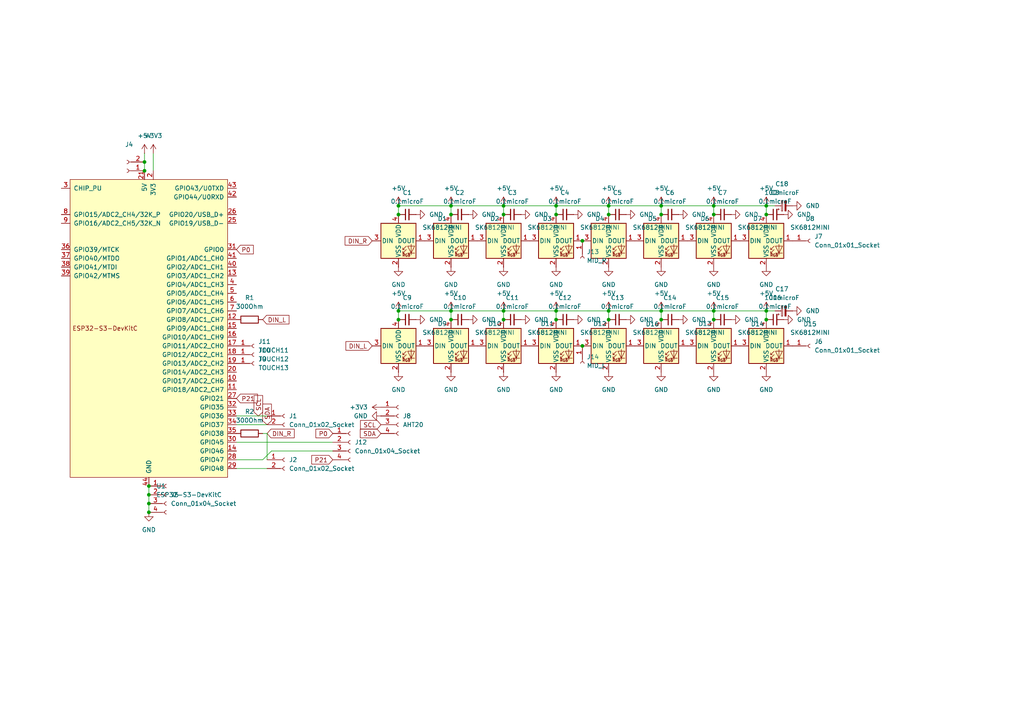
<source format=kicad_sch>
(kicad_sch
	(version 20241209)
	(generator "eeschema")
	(generator_version "8.99")
	(uuid "cd3133bc-5110-4cfe-a548-13843b6cce21")
	(paper "A4")
	(lib_symbols
		(symbol "Connector:Conn_01x01_Socket"
			(pin_names
				(offset 1.016)
				(hide yes)
			)
			(exclude_from_sim no)
			(in_bom yes)
			(on_board yes)
			(property "Reference" "J"
				(at 0 2.54 0)
				(effects
					(font
						(size 1.27 1.27)
					)
				)
			)
			(property "Value" "Conn_01x01_Socket"
				(at 0 -2.54 0)
				(effects
					(font
						(size 1.27 1.27)
					)
				)
			)
			(property "Footprint" ""
				(at 0 0 0)
				(effects
					(font
						(size 1.27 1.27)
					)
					(hide yes)
				)
			)
			(property "Datasheet" "~"
				(at 0 0 0)
				(effects
					(font
						(size 1.27 1.27)
					)
					(hide yes)
				)
			)
			(property "Description" "Generic connector, single row, 01x01, script generated"
				(at 0 0 0)
				(effects
					(font
						(size 1.27 1.27)
					)
					(hide yes)
				)
			)
			(property "ki_locked" ""
				(at 0 0 0)
				(effects
					(font
						(size 1.27 1.27)
					)
				)
			)
			(property "ki_keywords" "connector"
				(at 0 0 0)
				(effects
					(font
						(size 1.27 1.27)
					)
					(hide yes)
				)
			)
			(property "ki_fp_filters" "Connector*:*_1x??_*"
				(at 0 0 0)
				(effects
					(font
						(size 1.27 1.27)
					)
					(hide yes)
				)
			)
			(symbol "Conn_01x01_Socket_1_1"
				(polyline
					(pts
						(xy -1.27 0) (xy -0.508 0)
					)
					(stroke
						(width 0.1524)
						(type default)
					)
					(fill
						(type none)
					)
				)
				(arc
					(start 0 -0.508)
					(mid -0.5058 0)
					(end 0 0.508)
					(stroke
						(width 0.1524)
						(type default)
					)
					(fill
						(type none)
					)
				)
				(pin passive line
					(at -5.08 0 0)
					(length 3.81)
					(name "Pin_1"
						(effects
							(font
								(size 1.27 1.27)
							)
						)
					)
					(number "1"
						(effects
							(font
								(size 1.27 1.27)
							)
						)
					)
				)
			)
			(embedded_fonts no)
		)
		(symbol "Connector:Conn_01x02_Socket"
			(pin_names
				(offset 1.016)
				(hide yes)
			)
			(exclude_from_sim no)
			(in_bom yes)
			(on_board yes)
			(property "Reference" "J"
				(at 0 2.54 0)
				(effects
					(font
						(size 1.27 1.27)
					)
				)
			)
			(property "Value" "Conn_01x02_Socket"
				(at 0 -5.08 0)
				(effects
					(font
						(size 1.27 1.27)
					)
				)
			)
			(property "Footprint" ""
				(at 0 0 0)
				(effects
					(font
						(size 1.27 1.27)
					)
					(hide yes)
				)
			)
			(property "Datasheet" "~"
				(at 0 0 0)
				(effects
					(font
						(size 1.27 1.27)
					)
					(hide yes)
				)
			)
			(property "Description" "Generic connector, single row, 01x02, script generated"
				(at 0 0 0)
				(effects
					(font
						(size 1.27 1.27)
					)
					(hide yes)
				)
			)
			(property "ki_locked" ""
				(at 0 0 0)
				(effects
					(font
						(size 1.27 1.27)
					)
				)
			)
			(property "ki_keywords" "connector"
				(at 0 0 0)
				(effects
					(font
						(size 1.27 1.27)
					)
					(hide yes)
				)
			)
			(property "ki_fp_filters" "Connector*:*_1x??_*"
				(at 0 0 0)
				(effects
					(font
						(size 1.27 1.27)
					)
					(hide yes)
				)
			)
			(symbol "Conn_01x02_Socket_1_1"
				(polyline
					(pts
						(xy -1.27 0) (xy -0.508 0)
					)
					(stroke
						(width 0.1524)
						(type default)
					)
					(fill
						(type none)
					)
				)
				(polyline
					(pts
						(xy -1.27 -2.54) (xy -0.508 -2.54)
					)
					(stroke
						(width 0.1524)
						(type default)
					)
					(fill
						(type none)
					)
				)
				(arc
					(start 0 -0.508)
					(mid -0.5058 0)
					(end 0 0.508)
					(stroke
						(width 0.1524)
						(type default)
					)
					(fill
						(type none)
					)
				)
				(arc
					(start 0 -3.048)
					(mid -0.5058 -2.54)
					(end 0 -2.032)
					(stroke
						(width 0.1524)
						(type default)
					)
					(fill
						(type none)
					)
				)
				(pin passive line
					(at -5.08 0 0)
					(length 3.81)
					(name "Pin_1"
						(effects
							(font
								(size 1.27 1.27)
							)
						)
					)
					(number "1"
						(effects
							(font
								(size 1.27 1.27)
							)
						)
					)
				)
				(pin passive line
					(at -5.08 -2.54 0)
					(length 3.81)
					(name "Pin_2"
						(effects
							(font
								(size 1.27 1.27)
							)
						)
					)
					(number "2"
						(effects
							(font
								(size 1.27 1.27)
							)
						)
					)
				)
			)
			(embedded_fonts no)
		)
		(symbol "Connector:Conn_01x04_Socket"
			(pin_names
				(offset 1.016)
				(hide yes)
			)
			(exclude_from_sim no)
			(in_bom yes)
			(on_board yes)
			(property "Reference" "J"
				(at 0 5.08 0)
				(effects
					(font
						(size 1.27 1.27)
					)
				)
			)
			(property "Value" "Conn_01x04_Socket"
				(at 0 -7.62 0)
				(effects
					(font
						(size 1.27 1.27)
					)
				)
			)
			(property "Footprint" ""
				(at 0 0 0)
				(effects
					(font
						(size 1.27 1.27)
					)
					(hide yes)
				)
			)
			(property "Datasheet" "~"
				(at 0 0 0)
				(effects
					(font
						(size 1.27 1.27)
					)
					(hide yes)
				)
			)
			(property "Description" "Generic connector, single row, 01x04, script generated"
				(at 0 0 0)
				(effects
					(font
						(size 1.27 1.27)
					)
					(hide yes)
				)
			)
			(property "ki_locked" ""
				(at 0 0 0)
				(effects
					(font
						(size 1.27 1.27)
					)
				)
			)
			(property "ki_keywords" "connector"
				(at 0 0 0)
				(effects
					(font
						(size 1.27 1.27)
					)
					(hide yes)
				)
			)
			(property "ki_fp_filters" "Connector*:*_1x??_*"
				(at 0 0 0)
				(effects
					(font
						(size 1.27 1.27)
					)
					(hide yes)
				)
			)
			(symbol "Conn_01x04_Socket_1_1"
				(polyline
					(pts
						(xy -1.27 2.54) (xy -0.508 2.54)
					)
					(stroke
						(width 0.1524)
						(type default)
					)
					(fill
						(type none)
					)
				)
				(polyline
					(pts
						(xy -1.27 0) (xy -0.508 0)
					)
					(stroke
						(width 0.1524)
						(type default)
					)
					(fill
						(type none)
					)
				)
				(polyline
					(pts
						(xy -1.27 -2.54) (xy -0.508 -2.54)
					)
					(stroke
						(width 0.1524)
						(type default)
					)
					(fill
						(type none)
					)
				)
				(polyline
					(pts
						(xy -1.27 -5.08) (xy -0.508 -5.08)
					)
					(stroke
						(width 0.1524)
						(type default)
					)
					(fill
						(type none)
					)
				)
				(arc
					(start 0 2.032)
					(mid -0.5058 2.54)
					(end 0 3.048)
					(stroke
						(width 0.1524)
						(type default)
					)
					(fill
						(type none)
					)
				)
				(arc
					(start 0 -0.508)
					(mid -0.5058 0)
					(end 0 0.508)
					(stroke
						(width 0.1524)
						(type default)
					)
					(fill
						(type none)
					)
				)
				(arc
					(start 0 -3.048)
					(mid -0.5058 -2.54)
					(end 0 -2.032)
					(stroke
						(width 0.1524)
						(type default)
					)
					(fill
						(type none)
					)
				)
				(arc
					(start 0 -5.588)
					(mid -0.5058 -5.08)
					(end 0 -4.572)
					(stroke
						(width 0.1524)
						(type default)
					)
					(fill
						(type none)
					)
				)
				(pin passive line
					(at -5.08 2.54 0)
					(length 3.81)
					(name "Pin_1"
						(effects
							(font
								(size 1.27 1.27)
							)
						)
					)
					(number "1"
						(effects
							(font
								(size 1.27 1.27)
							)
						)
					)
				)
				(pin passive line
					(at -5.08 0 0)
					(length 3.81)
					(name "Pin_2"
						(effects
							(font
								(size 1.27 1.27)
							)
						)
					)
					(number "2"
						(effects
							(font
								(size 1.27 1.27)
							)
						)
					)
				)
				(pin passive line
					(at -5.08 -2.54 0)
					(length 3.81)
					(name "Pin_3"
						(effects
							(font
								(size 1.27 1.27)
							)
						)
					)
					(number "3"
						(effects
							(font
								(size 1.27 1.27)
							)
						)
					)
				)
				(pin passive line
					(at -5.08 -5.08 0)
					(length 3.81)
					(name "Pin_4"
						(effects
							(font
								(size 1.27 1.27)
							)
						)
					)
					(number "4"
						(effects
							(font
								(size 1.27 1.27)
							)
						)
					)
				)
			)
			(embedded_fonts no)
		)
		(symbol "Device:C_Polarized_Small"
			(pin_numbers
				(hide yes)
			)
			(pin_names
				(offset 0.254)
				(hide yes)
			)
			(exclude_from_sim no)
			(in_bom yes)
			(on_board yes)
			(property "Reference" "C"
				(at 0.254 1.778 0)
				(effects
					(font
						(size 1.27 1.27)
					)
					(justify left)
				)
			)
			(property "Value" "C_Polarized_Small"
				(at 0.254 -2.032 0)
				(effects
					(font
						(size 1.27 1.27)
					)
					(justify left)
				)
			)
			(property "Footprint" ""
				(at 0 0 0)
				(effects
					(font
						(size 1.27 1.27)
					)
					(hide yes)
				)
			)
			(property "Datasheet" "~"
				(at 0 0 0)
				(effects
					(font
						(size 1.27 1.27)
					)
					(hide yes)
				)
			)
			(property "Description" "Polarized capacitor, small symbol"
				(at 0 0 0)
				(effects
					(font
						(size 1.27 1.27)
					)
					(hide yes)
				)
			)
			(property "ki_keywords" "cap capacitor"
				(at 0 0 0)
				(effects
					(font
						(size 1.27 1.27)
					)
					(hide yes)
				)
			)
			(property "ki_fp_filters" "CP_*"
				(at 0 0 0)
				(effects
					(font
						(size 1.27 1.27)
					)
					(hide yes)
				)
			)
			(symbol "C_Polarized_Small_0_1"
				(rectangle
					(start -1.524 0.6858)
					(end 1.524 0.3048)
					(stroke
						(width 0)
						(type default)
					)
					(fill
						(type none)
					)
				)
				(rectangle
					(start -1.524 -0.3048)
					(end 1.524 -0.6858)
					(stroke
						(width 0)
						(type default)
					)
					(fill
						(type outline)
					)
				)
				(polyline
					(pts
						(xy -1.27 1.524) (xy -0.762 1.524)
					)
					(stroke
						(width 0)
						(type default)
					)
					(fill
						(type none)
					)
				)
				(polyline
					(pts
						(xy -1.016 1.27) (xy -1.016 1.778)
					)
					(stroke
						(width 0)
						(type default)
					)
					(fill
						(type none)
					)
				)
			)
			(symbol "C_Polarized_Small_1_1"
				(pin passive line
					(at 0 2.54 270)
					(length 1.8542)
					(name "~"
						(effects
							(font
								(size 1.27 1.27)
							)
						)
					)
					(number "1"
						(effects
							(font
								(size 1.27 1.27)
							)
						)
					)
				)
				(pin passive line
					(at 0 -2.54 90)
					(length 1.8542)
					(name "~"
						(effects
							(font
								(size 1.27 1.27)
							)
						)
					)
					(number "2"
						(effects
							(font
								(size 1.27 1.27)
							)
						)
					)
				)
			)
			(embedded_fonts no)
		)
		(symbol "Device:C_Small"
			(pin_numbers
				(hide yes)
			)
			(pin_names
				(offset 0.254)
				(hide yes)
			)
			(exclude_from_sim no)
			(in_bom yes)
			(on_board yes)
			(property "Reference" "C"
				(at 0.254 1.778 0)
				(effects
					(font
						(size 1.27 1.27)
					)
					(justify left)
				)
			)
			(property "Value" "C_Small"
				(at 0.254 -2.032 0)
				(effects
					(font
						(size 1.27 1.27)
					)
					(justify left)
				)
			)
			(property "Footprint" ""
				(at 0 0 0)
				(effects
					(font
						(size 1.27 1.27)
					)
					(hide yes)
				)
			)
			(property "Datasheet" "~"
				(at 0 0 0)
				(effects
					(font
						(size 1.27 1.27)
					)
					(hide yes)
				)
			)
			(property "Description" "Unpolarized capacitor, small symbol"
				(at 0 0 0)
				(effects
					(font
						(size 1.27 1.27)
					)
					(hide yes)
				)
			)
			(property "ki_keywords" "capacitor cap"
				(at 0 0 0)
				(effects
					(font
						(size 1.27 1.27)
					)
					(hide yes)
				)
			)
			(property "ki_fp_filters" "C_*"
				(at 0 0 0)
				(effects
					(font
						(size 1.27 1.27)
					)
					(hide yes)
				)
			)
			(symbol "C_Small_0_1"
				(polyline
					(pts
						(xy -1.524 0.508) (xy 1.524 0.508)
					)
					(stroke
						(width 0.3048)
						(type default)
					)
					(fill
						(type none)
					)
				)
				(polyline
					(pts
						(xy -1.524 -0.508) (xy 1.524 -0.508)
					)
					(stroke
						(width 0.3302)
						(type default)
					)
					(fill
						(type none)
					)
				)
			)
			(symbol "C_Small_1_1"
				(pin passive line
					(at 0 2.54 270)
					(length 2.032)
					(name "~"
						(effects
							(font
								(size 1.27 1.27)
							)
						)
					)
					(number "1"
						(effects
							(font
								(size 1.27 1.27)
							)
						)
					)
				)
				(pin passive line
					(at 0 -2.54 90)
					(length 2.032)
					(name "~"
						(effects
							(font
								(size 1.27 1.27)
							)
						)
					)
					(number "2"
						(effects
							(font
								(size 1.27 1.27)
							)
						)
					)
				)
			)
			(embedded_fonts no)
		)
		(symbol "Device:R"
			(pin_numbers
				(hide yes)
			)
			(pin_names
				(offset 0)
			)
			(exclude_from_sim no)
			(in_bom yes)
			(on_board yes)
			(property "Reference" "R"
				(at 2.032 0 90)
				(effects
					(font
						(size 1.27 1.27)
					)
				)
			)
			(property "Value" "R"
				(at 0 0 90)
				(effects
					(font
						(size 1.27 1.27)
					)
				)
			)
			(property "Footprint" ""
				(at -1.778 0 90)
				(effects
					(font
						(size 1.27 1.27)
					)
					(hide yes)
				)
			)
			(property "Datasheet" "~"
				(at 0 0 0)
				(effects
					(font
						(size 1.27 1.27)
					)
					(hide yes)
				)
			)
			(property "Description" "Resistor"
				(at 0 0 0)
				(effects
					(font
						(size 1.27 1.27)
					)
					(hide yes)
				)
			)
			(property "ki_keywords" "R res resistor"
				(at 0 0 0)
				(effects
					(font
						(size 1.27 1.27)
					)
					(hide yes)
				)
			)
			(property "ki_fp_filters" "R_*"
				(at 0 0 0)
				(effects
					(font
						(size 1.27 1.27)
					)
					(hide yes)
				)
			)
			(symbol "R_0_1"
				(rectangle
					(start -1.016 -2.54)
					(end 1.016 2.54)
					(stroke
						(width 0.254)
						(type default)
					)
					(fill
						(type none)
					)
				)
			)
			(symbol "R_1_1"
				(pin passive line
					(at 0 3.81 270)
					(length 1.27)
					(name "~"
						(effects
							(font
								(size 1.27 1.27)
							)
						)
					)
					(number "1"
						(effects
							(font
								(size 1.27 1.27)
							)
						)
					)
				)
				(pin passive line
					(at 0 -3.81 90)
					(length 1.27)
					(name "~"
						(effects
							(font
								(size 1.27 1.27)
							)
						)
					)
					(number "2"
						(effects
							(font
								(size 1.27 1.27)
							)
						)
					)
				)
			)
			(embedded_fonts no)
		)
		(symbol "Espressif:ESP32-S3-DevKitC"
			(pin_names
				(offset 1.016)
			)
			(exclude_from_sim no)
			(in_bom yes)
			(on_board yes)
			(property "Reference" "U"
				(at -22.86 48.26 0)
				(effects
					(font
						(size 1.27 1.27)
					)
					(justify left)
				)
			)
			(property "Value" "ESP32-S3-DevKitC"
				(at -22.86 45.72 0)
				(effects
					(font
						(size 1.27 1.27)
					)
					(justify left)
				)
			)
			(property "Footprint" "PCM_Espressif:ESP32-S3-DevKitC"
				(at 0 -57.15 0)
				(effects
					(font
						(size 1.27 1.27)
					)
					(hide yes)
				)
			)
			(property "Datasheet" ""
				(at -59.69 -2.54 0)
				(effects
					(font
						(size 1.27 1.27)
					)
					(hide yes)
				)
			)
			(property "Description" "ESP32-S3-DevKitC"
				(at 0 0 0)
				(effects
					(font
						(size 1.27 1.27)
					)
					(hide yes)
				)
			)
			(symbol "ESP32-S3-DevKitC_0_0"
				(text "ESP32-S3-DevKitC"
					(at -12.7 0 0)
					(effects
						(font
							(size 1.27 1.27)
						)
					)
				)
				(pin bidirectional line
					(at -25.4 15.24 0)
					(length 2.54)
					(name "GPIO42/MTMS"
						(effects
							(font
								(size 1.27 1.27)
							)
						)
					)
					(number "39"
						(effects
							(font
								(size 1.27 1.27)
							)
						)
					)
				)
				(pin power_in line
					(at 0 -45.72 90)
					(length 2.54)
					(name "GND"
						(effects
							(font
								(size 1.27 1.27)
							)
						)
					)
					(number "44"
						(effects
							(font
								(size 1.27 1.27)
							)
						)
					)
				)
				(pin bidirectional line
					(at 25.4 40.64 180)
					(length 2.54)
					(name "GPIO43/U0TXD"
						(effects
							(font
								(size 1.27 1.27)
							)
						)
					)
					(number "43"
						(effects
							(font
								(size 1.27 1.27)
							)
						)
					)
				)
				(pin bidirectional line
					(at 25.4 38.1 180)
					(length 2.54)
					(name "GPIO44/U0RXD"
						(effects
							(font
								(size 1.27 1.27)
							)
						)
					)
					(number "42"
						(effects
							(font
								(size 1.27 1.27)
							)
						)
					)
				)
				(pin bidirectional line
					(at 25.4 20.32 180)
					(length 2.54)
					(name "GPIO1/ADC1_CH0"
						(effects
							(font
								(size 1.27 1.27)
							)
						)
					)
					(number "41"
						(effects
							(font
								(size 1.27 1.27)
							)
						)
					)
				)
				(pin bidirectional line
					(at 25.4 17.78 180)
					(length 2.54)
					(name "GPIO2/ADC1_CH1"
						(effects
							(font
								(size 1.27 1.27)
							)
						)
					)
					(number "40"
						(effects
							(font
								(size 1.27 1.27)
							)
						)
					)
				)
				(pin bidirectional line
					(at 25.4 -10.16 180)
					(length 2.54)
					(name "GPIO13/ADC2_CH2"
						(effects
							(font
								(size 1.27 1.27)
							)
						)
					)
					(number "19"
						(effects
							(font
								(size 1.27 1.27)
							)
						)
					)
				)
				(pin bidirectional line
					(at 25.4 -35.56 180)
					(length 2.54)
					(name "GPIO46"
						(effects
							(font
								(size 1.27 1.27)
							)
						)
					)
					(number "14"
						(effects
							(font
								(size 1.27 1.27)
							)
						)
					)
				)
			)
			(symbol "ESP32-S3-DevKitC_0_1"
				(rectangle
					(start -22.86 43.18)
					(end 22.86 -43.18)
					(stroke
						(width 0)
						(type default)
					)
					(fill
						(type background)
					)
				)
				(pin power_in line
					(at 1.27 45.72 270)
					(length 2.54)
					(name "3V3"
						(effects
							(font
								(size 1.27 1.27)
							)
						)
					)
					(number "2"
						(effects
							(font
								(size 1.27 1.27)
							)
						)
					)
				)
			)
			(symbol "ESP32-S3-DevKitC_1_1"
				(pin input line
					(at -25.4 40.64 0)
					(length 2.54)
					(name "CHIP_PU"
						(effects
							(font
								(size 1.27 1.27)
							)
						)
					)
					(number "3"
						(effects
							(font
								(size 1.27 1.27)
							)
						)
					)
				)
				(pin bidirectional line
					(at -25.4 33.02 0)
					(length 2.54)
					(name "GPIO15/ADC2_CH4/32K_P"
						(effects
							(font
								(size 1.27 1.27)
							)
						)
					)
					(number "8"
						(effects
							(font
								(size 1.27 1.27)
							)
						)
					)
				)
				(pin bidirectional line
					(at -25.4 30.48 0)
					(length 2.54)
					(name "GPIO16/ADC2_CH5/32K_N"
						(effects
							(font
								(size 1.27 1.27)
							)
						)
					)
					(number "9"
						(effects
							(font
								(size 1.27 1.27)
							)
						)
					)
				)
				(pin bidirectional line
					(at -25.4 22.86 0)
					(length 2.54)
					(name "GPIO39/MTCK"
						(effects
							(font
								(size 1.27 1.27)
							)
						)
					)
					(number "36"
						(effects
							(font
								(size 1.27 1.27)
							)
						)
					)
				)
				(pin bidirectional line
					(at -25.4 20.32 0)
					(length 2.54)
					(name "GPIO40/MTDO"
						(effects
							(font
								(size 1.27 1.27)
							)
						)
					)
					(number "37"
						(effects
							(font
								(size 1.27 1.27)
							)
						)
					)
				)
				(pin bidirectional line
					(at -25.4 17.78 0)
					(length 2.54)
					(name "GPIO41/MTDI"
						(effects
							(font
								(size 1.27 1.27)
							)
						)
					)
					(number "38"
						(effects
							(font
								(size 1.27 1.27)
							)
						)
					)
				)
				(pin power_in line
					(at -1.27 45.72 270)
					(length 2.54)
					(name "5V"
						(effects
							(font
								(size 1.27 1.27)
							)
						)
					)
					(number "21"
						(effects
							(font
								(size 1.27 1.27)
							)
						)
					)
				)
				(pin passive line
					(at 0 -45.72 90)
					(length 2.54)
					(hide yes)
					(name "GND"
						(effects
							(font
								(size 1.27 1.27)
							)
						)
					)
					(number "22"
						(effects
							(font
								(size 1.27 1.27)
							)
						)
					)
				)
				(pin passive line
					(at 0 -45.72 90)
					(length 2.54)
					(hide yes)
					(name "GND"
						(effects
							(font
								(size 1.27 1.27)
							)
						)
					)
					(number "23"
						(effects
							(font
								(size 1.27 1.27)
							)
						)
					)
				)
				(pin passive line
					(at 0 -45.72 90)
					(length 2.54)
					(hide yes)
					(name "GND"
						(effects
							(font
								(size 1.27 1.27)
							)
						)
					)
					(number "24"
						(effects
							(font
								(size 1.27 1.27)
							)
						)
					)
				)
				(pin passive line
					(at 1.27 45.72 270)
					(length 2.54)
					(hide yes)
					(name "3V3"
						(effects
							(font
								(size 1.27 1.27)
							)
						)
					)
					(number "1"
						(effects
							(font
								(size 1.27 1.27)
							)
						)
					)
				)
				(pin bidirectional line
					(at 25.4 33.02 180)
					(length 2.54)
					(name "GPIO20/USB_D+"
						(effects
							(font
								(size 1.27 1.27)
							)
						)
					)
					(number "26"
						(effects
							(font
								(size 1.27 1.27)
							)
						)
					)
				)
				(pin bidirectional line
					(at 25.4 30.48 180)
					(length 2.54)
					(name "GPIO19/USB_D-"
						(effects
							(font
								(size 1.27 1.27)
							)
						)
					)
					(number "25"
						(effects
							(font
								(size 1.27 1.27)
							)
						)
					)
				)
				(pin bidirectional line
					(at 25.4 22.86 180)
					(length 2.54)
					(name "GPIO0"
						(effects
							(font
								(size 1.27 1.27)
							)
						)
					)
					(number "31"
						(effects
							(font
								(size 1.27 1.27)
							)
						)
					)
				)
				(pin bidirectional line
					(at 25.4 15.24 180)
					(length 2.54)
					(name "GPIO3/ADC1_CH2"
						(effects
							(font
								(size 1.27 1.27)
							)
						)
					)
					(number "13"
						(effects
							(font
								(size 1.27 1.27)
							)
						)
					)
				)
				(pin bidirectional line
					(at 25.4 12.7 180)
					(length 2.54)
					(name "GPIO4/ADC1_CH3"
						(effects
							(font
								(size 1.27 1.27)
							)
						)
					)
					(number "4"
						(effects
							(font
								(size 1.27 1.27)
							)
						)
					)
				)
				(pin bidirectional line
					(at 25.4 10.16 180)
					(length 2.54)
					(name "GPIO5/ADC1_CH4"
						(effects
							(font
								(size 1.27 1.27)
							)
						)
					)
					(number "5"
						(effects
							(font
								(size 1.27 1.27)
							)
						)
					)
				)
				(pin bidirectional line
					(at 25.4 7.62 180)
					(length 2.54)
					(name "GPIO6/ADC1_CH5"
						(effects
							(font
								(size 1.27 1.27)
							)
						)
					)
					(number "6"
						(effects
							(font
								(size 1.27 1.27)
							)
						)
					)
				)
				(pin bidirectional line
					(at 25.4 5.08 180)
					(length 2.54)
					(name "GPIO7/ADC1_CH6"
						(effects
							(font
								(size 1.27 1.27)
							)
						)
					)
					(number "7"
						(effects
							(font
								(size 1.27 1.27)
							)
						)
					)
				)
				(pin bidirectional line
					(at 25.4 2.54 180)
					(length 2.54)
					(name "GPIO8/ADC1_CH7"
						(effects
							(font
								(size 1.27 1.27)
							)
						)
					)
					(number "12"
						(effects
							(font
								(size 1.27 1.27)
							)
						)
					)
				)
				(pin bidirectional line
					(at 25.4 0 180)
					(length 2.54)
					(name "GPIO9/ADC1_CH8"
						(effects
							(font
								(size 1.27 1.27)
							)
						)
					)
					(number "15"
						(effects
							(font
								(size 1.27 1.27)
							)
						)
					)
				)
				(pin bidirectional line
					(at 25.4 -2.54 180)
					(length 2.54)
					(name "GPIO10/ADC1_CH9"
						(effects
							(font
								(size 1.27 1.27)
							)
						)
					)
					(number "16"
						(effects
							(font
								(size 1.27 1.27)
							)
						)
					)
				)
				(pin bidirectional line
					(at 25.4 -5.08 180)
					(length 2.54)
					(name "GPIO11/ADC2_CH0"
						(effects
							(font
								(size 1.27 1.27)
							)
						)
					)
					(number "17"
						(effects
							(font
								(size 1.27 1.27)
							)
						)
					)
				)
				(pin bidirectional line
					(at 25.4 -7.62 180)
					(length 2.54)
					(name "GPIO12/ADC2_CH1"
						(effects
							(font
								(size 1.27 1.27)
							)
						)
					)
					(number "18"
						(effects
							(font
								(size 1.27 1.27)
							)
						)
					)
				)
				(pin bidirectional line
					(at 25.4 -12.7 180)
					(length 2.54)
					(name "GPIO14/ADC2_CH3"
						(effects
							(font
								(size 1.27 1.27)
							)
						)
					)
					(number "20"
						(effects
							(font
								(size 1.27 1.27)
							)
						)
					)
				)
				(pin bidirectional line
					(at 25.4 -15.24 180)
					(length 2.54)
					(name "GPIO17/ADC2_CH6"
						(effects
							(font
								(size 1.27 1.27)
							)
						)
					)
					(number "10"
						(effects
							(font
								(size 1.27 1.27)
							)
						)
					)
				)
				(pin bidirectional line
					(at 25.4 -17.78 180)
					(length 2.54)
					(name "GPIO18/ADC2_CH7"
						(effects
							(font
								(size 1.27 1.27)
							)
						)
					)
					(number "11"
						(effects
							(font
								(size 1.27 1.27)
							)
						)
					)
				)
				(pin bidirectional line
					(at 25.4 -20.32 180)
					(length 2.54)
					(name "GPIO21"
						(effects
							(font
								(size 1.27 1.27)
							)
						)
					)
					(number "27"
						(effects
							(font
								(size 1.27 1.27)
							)
						)
					)
				)
				(pin bidirectional line
					(at 25.4 -22.86 180)
					(length 2.54)
					(name "GPIO35"
						(effects
							(font
								(size 1.27 1.27)
							)
						)
					)
					(number "32"
						(effects
							(font
								(size 1.27 1.27)
							)
						)
					)
				)
				(pin bidirectional line
					(at 25.4 -25.4 180)
					(length 2.54)
					(name "GPIO36"
						(effects
							(font
								(size 1.27 1.27)
							)
						)
					)
					(number "33"
						(effects
							(font
								(size 1.27 1.27)
							)
						)
					)
				)
				(pin bidirectional line
					(at 25.4 -27.94 180)
					(length 2.54)
					(name "GPIO37"
						(effects
							(font
								(size 1.27 1.27)
							)
						)
					)
					(number "34"
						(effects
							(font
								(size 1.27 1.27)
							)
						)
					)
				)
				(pin bidirectional line
					(at 25.4 -30.48 180)
					(length 2.54)
					(name "GPIO38"
						(effects
							(font
								(size 1.27 1.27)
							)
						)
					)
					(number "35"
						(effects
							(font
								(size 1.27 1.27)
							)
						)
					)
				)
				(pin bidirectional line
					(at 25.4 -33.02 180)
					(length 2.54)
					(name "GPIO45"
						(effects
							(font
								(size 1.27 1.27)
							)
						)
					)
					(number "30"
						(effects
							(font
								(size 1.27 1.27)
							)
						)
					)
				)
				(pin bidirectional line
					(at 25.4 -38.1 180)
					(length 2.54)
					(name "GPIO47"
						(effects
							(font
								(size 1.27 1.27)
							)
						)
					)
					(number "28"
						(effects
							(font
								(size 1.27 1.27)
							)
						)
					)
				)
				(pin bidirectional line
					(at 25.4 -40.64 180)
					(length 2.54)
					(name "GPIO48"
						(effects
							(font
								(size 1.27 1.27)
							)
						)
					)
					(number "29"
						(effects
							(font
								(size 1.27 1.27)
							)
						)
					)
				)
			)
			(embedded_fonts no)
		)
		(symbol "LED:SK6812MINI"
			(pin_names
				(offset 0.254)
			)
			(exclude_from_sim no)
			(in_bom yes)
			(on_board yes)
			(property "Reference" "D"
				(at 5.08 5.715 0)
				(effects
					(font
						(size 1.27 1.27)
					)
					(justify right bottom)
				)
			)
			(property "Value" "SK6812MINI"
				(at 1.27 -5.715 0)
				(effects
					(font
						(size 1.27 1.27)
					)
					(justify left top)
				)
			)
			(property "Footprint" "LED_SMD:LED_SK6812MINI_PLCC4_3.5x3.5mm_P1.75mm"
				(at 1.27 -7.62 0)
				(effects
					(font
						(size 1.27 1.27)
					)
					(justify left top)
					(hide yes)
				)
			)
			(property "Datasheet" "https://cdn-shop.adafruit.com/product-files/2686/SK6812MINI_REV.01-1-2.pdf"
				(at 2.54 -9.525 0)
				(effects
					(font
						(size 1.27 1.27)
					)
					(justify left top)
					(hide yes)
				)
			)
			(property "Description" "RGB LED with integrated controller"
				(at 0 0 0)
				(effects
					(font
						(size 1.27 1.27)
					)
					(hide yes)
				)
			)
			(property "ki_keywords" "RGB LED NeoPixel Mini addressable"
				(at 0 0 0)
				(effects
					(font
						(size 1.27 1.27)
					)
					(hide yes)
				)
			)
			(property "ki_fp_filters" "LED*SK6812MINI*PLCC*3.5x3.5mm*P1.75mm*"
				(at 0 0 0)
				(effects
					(font
						(size 1.27 1.27)
					)
					(hide yes)
				)
			)
			(symbol "SK6812MINI_0_0"
				(text "RGB"
					(at 2.286 -4.191 0)
					(effects
						(font
							(size 0.762 0.762)
						)
					)
				)
			)
			(symbol "SK6812MINI_0_1"
				(polyline
					(pts
						(xy 1.27 -2.54) (xy 1.778 -2.54)
					)
					(stroke
						(width 0)
						(type default)
					)
					(fill
						(type none)
					)
				)
				(polyline
					(pts
						(xy 1.27 -3.556) (xy 1.778 -3.556)
					)
					(stroke
						(width 0)
						(type default)
					)
					(fill
						(type none)
					)
				)
				(polyline
					(pts
						(xy 2.286 -1.524) (xy 1.27 -2.54) (xy 1.27 -2.032)
					)
					(stroke
						(width 0)
						(type default)
					)
					(fill
						(type none)
					)
				)
				(polyline
					(pts
						(xy 2.286 -2.54) (xy 1.27 -3.556) (xy 1.27 -3.048)
					)
					(stroke
						(width 0)
						(type default)
					)
					(fill
						(type none)
					)
				)
				(polyline
					(pts
						(xy 3.683 -1.016) (xy 3.683 -3.556) (xy 3.683 -4.064)
					)
					(stroke
						(width 0)
						(type default)
					)
					(fill
						(type none)
					)
				)
				(polyline
					(pts
						(xy 4.699 -1.524) (xy 2.667 -1.524) (xy 3.683 -3.556) (xy 4.699 -1.524)
					)
					(stroke
						(width 0)
						(type default)
					)
					(fill
						(type none)
					)
				)
				(polyline
					(pts
						(xy 4.699 -3.556) (xy 2.667 -3.556)
					)
					(stroke
						(width 0)
						(type default)
					)
					(fill
						(type none)
					)
				)
				(rectangle
					(start 5.08 5.08)
					(end -5.08 -5.08)
					(stroke
						(width 0.254)
						(type default)
					)
					(fill
						(type background)
					)
				)
			)
			(symbol "SK6812MINI_1_1"
				(pin input line
					(at -7.62 0 0)
					(length 2.54)
					(name "DIN"
						(effects
							(font
								(size 1.27 1.27)
							)
						)
					)
					(number "3"
						(effects
							(font
								(size 1.27 1.27)
							)
						)
					)
				)
				(pin power_in line
					(at 0 7.62 270)
					(length 2.54)
					(name "VDD"
						(effects
							(font
								(size 1.27 1.27)
							)
						)
					)
					(number "4"
						(effects
							(font
								(size 1.27 1.27)
							)
						)
					)
				)
				(pin power_in line
					(at 0 -7.62 90)
					(length 2.54)
					(name "VSS"
						(effects
							(font
								(size 1.27 1.27)
							)
						)
					)
					(number "2"
						(effects
							(font
								(size 1.27 1.27)
							)
						)
					)
				)
				(pin output line
					(at 7.62 0 180)
					(length 2.54)
					(name "DOUT"
						(effects
							(font
								(size 1.27 1.27)
							)
						)
					)
					(number "1"
						(effects
							(font
								(size 1.27 1.27)
							)
						)
					)
				)
			)
			(embedded_fonts no)
		)
		(symbol "power:+3V3"
			(power)
			(pin_numbers
				(hide yes)
			)
			(pin_names
				(offset 0)
				(hide yes)
			)
			(exclude_from_sim no)
			(in_bom yes)
			(on_board yes)
			(property "Reference" "#PWR"
				(at 0 -3.81 0)
				(effects
					(font
						(size 1.27 1.27)
					)
					(hide yes)
				)
			)
			(property "Value" "+3V3"
				(at 0 3.556 0)
				(effects
					(font
						(size 1.27 1.27)
					)
				)
			)
			(property "Footprint" ""
				(at 0 0 0)
				(effects
					(font
						(size 1.27 1.27)
					)
					(hide yes)
				)
			)
			(property "Datasheet" ""
				(at 0 0 0)
				(effects
					(font
						(size 1.27 1.27)
					)
					(hide yes)
				)
			)
			(property "Description" "Power symbol creates a global label with name \"+3V3\""
				(at 0 0 0)
				(effects
					(font
						(size 1.27 1.27)
					)
					(hide yes)
				)
			)
			(property "ki_keywords" "global power"
				(at 0 0 0)
				(effects
					(font
						(size 1.27 1.27)
					)
					(hide yes)
				)
			)
			(symbol "+3V3_0_1"
				(polyline
					(pts
						(xy -0.762 1.27) (xy 0 2.54)
					)
					(stroke
						(width 0)
						(type default)
					)
					(fill
						(type none)
					)
				)
				(polyline
					(pts
						(xy 0 2.54) (xy 0.762 1.27)
					)
					(stroke
						(width 0)
						(type default)
					)
					(fill
						(type none)
					)
				)
				(polyline
					(pts
						(xy 0 0) (xy 0 2.54)
					)
					(stroke
						(width 0)
						(type default)
					)
					(fill
						(type none)
					)
				)
			)
			(symbol "+3V3_1_1"
				(pin power_in line
					(at 0 0 90)
					(length 0)
					(name "~"
						(effects
							(font
								(size 1.27 1.27)
							)
						)
					)
					(number "1"
						(effects
							(font
								(size 1.27 1.27)
							)
						)
					)
				)
			)
			(embedded_fonts no)
		)
		(symbol "power:+5V"
			(power)
			(pin_numbers
				(hide yes)
			)
			(pin_names
				(offset 0)
				(hide yes)
			)
			(exclude_from_sim no)
			(in_bom yes)
			(on_board yes)
			(property "Reference" "#PWR"
				(at 0 -3.81 0)
				(effects
					(font
						(size 1.27 1.27)
					)
					(hide yes)
				)
			)
			(property "Value" "+5V"
				(at 0 3.556 0)
				(effects
					(font
						(size 1.27 1.27)
					)
				)
			)
			(property "Footprint" ""
				(at 0 0 0)
				(effects
					(font
						(size 1.27 1.27)
					)
					(hide yes)
				)
			)
			(property "Datasheet" ""
				(at 0 0 0)
				(effects
					(font
						(size 1.27 1.27)
					)
					(hide yes)
				)
			)
			(property "Description" "Power symbol creates a global label with name \"+5V\""
				(at 0 0 0)
				(effects
					(font
						(size 1.27 1.27)
					)
					(hide yes)
				)
			)
			(property "ki_keywords" "global power"
				(at 0 0 0)
				(effects
					(font
						(size 1.27 1.27)
					)
					(hide yes)
				)
			)
			(symbol "+5V_0_1"
				(polyline
					(pts
						(xy -0.762 1.27) (xy 0 2.54)
					)
					(stroke
						(width 0)
						(type default)
					)
					(fill
						(type none)
					)
				)
				(polyline
					(pts
						(xy 0 2.54) (xy 0.762 1.27)
					)
					(stroke
						(width 0)
						(type default)
					)
					(fill
						(type none)
					)
				)
				(polyline
					(pts
						(xy 0 0) (xy 0 2.54)
					)
					(stroke
						(width 0)
						(type default)
					)
					(fill
						(type none)
					)
				)
			)
			(symbol "+5V_1_1"
				(pin power_in line
					(at 0 0 90)
					(length 0)
					(name "~"
						(effects
							(font
								(size 1.27 1.27)
							)
						)
					)
					(number "1"
						(effects
							(font
								(size 1.27 1.27)
							)
						)
					)
				)
			)
			(embedded_fonts no)
		)
		(symbol "power:GND"
			(power)
			(pin_numbers
				(hide yes)
			)
			(pin_names
				(offset 0)
				(hide yes)
			)
			(exclude_from_sim no)
			(in_bom yes)
			(on_board yes)
			(property "Reference" "#PWR"
				(at 0 -6.35 0)
				(effects
					(font
						(size 1.27 1.27)
					)
					(hide yes)
				)
			)
			(property "Value" "GND"
				(at 0 -3.81 0)
				(effects
					(font
						(size 1.27 1.27)
					)
				)
			)
			(property "Footprint" ""
				(at 0 0 0)
				(effects
					(font
						(size 1.27 1.27)
					)
					(hide yes)
				)
			)
			(property "Datasheet" ""
				(at 0 0 0)
				(effects
					(font
						(size 1.27 1.27)
					)
					(hide yes)
				)
			)
			(property "Description" "Power symbol creates a global label with name \"GND\" , ground"
				(at 0 0 0)
				(effects
					(font
						(size 1.27 1.27)
					)
					(hide yes)
				)
			)
			(property "ki_keywords" "global power"
				(at 0 0 0)
				(effects
					(font
						(size 1.27 1.27)
					)
					(hide yes)
				)
			)
			(symbol "GND_0_1"
				(polyline
					(pts
						(xy 0 0) (xy 0 -1.27) (xy 1.27 -1.27) (xy 0 -2.54) (xy -1.27 -1.27) (xy 0 -1.27)
					)
					(stroke
						(width 0)
						(type default)
					)
					(fill
						(type none)
					)
				)
			)
			(symbol "GND_1_1"
				(pin power_in line
					(at 0 0 270)
					(length 0)
					(name "~"
						(effects
							(font
								(size 1.27 1.27)
							)
						)
					)
					(number "1"
						(effects
							(font
								(size 1.27 1.27)
							)
						)
					)
				)
			)
			(embedded_fonts no)
		)
	)
	(junction
		(at 43.18 146.05)
		(diameter 0)
		(color 0 0 0 0)
		(uuid "053e5615-4cfe-40da-ba67-588325586477")
	)
	(junction
		(at 161.29 90.17)
		(diameter 0)
		(color 0 0 0 0)
		(uuid "092bc726-5ca2-46a2-9b76-e3bd1c15f360")
	)
	(junction
		(at 161.29 62.23)
		(diameter 0)
		(color 0 0 0 0)
		(uuid "0da53fa5-6f6a-42d4-ad29-0e59f8196893")
	)
	(junction
		(at 115.57 59.69)
		(diameter 0)
		(color 0 0 0 0)
		(uuid "0ef10ee0-da3f-4801-bf5a-860b4d7785a0")
	)
	(junction
		(at 222.25 92.71)
		(diameter 0)
		(color 0 0 0 0)
		(uuid "18ccae4d-91ce-4e2e-96fe-7e47ccb68b4c")
	)
	(junction
		(at 43.18 143.51)
		(diameter 0)
		(color 0 0 0 0)
		(uuid "19f0164d-a64a-42d9-8aea-c4565359d060")
	)
	(junction
		(at 146.05 59.69)
		(diameter 0)
		(color 0 0 0 0)
		(uuid "1e6f248c-6a57-4aec-a252-d38446e9629f")
	)
	(junction
		(at 43.18 148.59)
		(diameter 0)
		(color 0 0 0 0)
		(uuid "246e5ccc-0ec2-4854-9ad2-206d2984ae32")
	)
	(junction
		(at 191.77 92.71)
		(diameter 0)
		(color 0 0 0 0)
		(uuid "3f9cb695-80f8-4ba7-a446-0b282fd9318e")
	)
	(junction
		(at 41.91 46.99)
		(diameter 0)
		(color 0 0 0 0)
		(uuid "4a57c8ea-9ebd-4daf-a8f1-131528ea90ba")
	)
	(junction
		(at 130.81 90.17)
		(diameter 0)
		(color 0 0 0 0)
		(uuid "4c207b2d-9f3f-4886-9af6-bc6172302602")
	)
	(junction
		(at 130.81 92.71)
		(diameter 0)
		(color 0 0 0 0)
		(uuid "4f633cf6-14f7-4b13-ac4f-2ab9d1f793d6")
	)
	(junction
		(at 207.01 62.23)
		(diameter 0)
		(color 0 0 0 0)
		(uuid "5fd944ee-6df2-4abe-a3e2-276f2ffbf69e")
	)
	(junction
		(at 161.29 92.71)
		(diameter 0)
		(color 0 0 0 0)
		(uuid "61878241-6fd8-436e-bab9-c681bb4b7169")
	)
	(junction
		(at 146.05 90.17)
		(diameter 0)
		(color 0 0 0 0)
		(uuid "655c5a89-f5fd-48f0-a9be-ca3e43f22ec9")
	)
	(junction
		(at 41.91 49.53)
		(diameter 0)
		(color 0 0 0 0)
		(uuid "67173bd0-baa6-431a-85ed-d7df8a27c0d1")
	)
	(junction
		(at 207.01 59.69)
		(diameter 0)
		(color 0 0 0 0)
		(uuid "696e7fd5-e28d-4f7a-815d-e9c01eafca23")
	)
	(junction
		(at 168.91 69.85)
		(diameter 0)
		(color 0 0 0 0)
		(uuid "6a41e88e-8ebb-4c49-b78a-049cab440151")
	)
	(junction
		(at 207.01 90.17)
		(diameter 0)
		(color 0 0 0 0)
		(uuid "6cfa22fd-f4d9-4fe2-ae16-0dce062ea8f3")
	)
	(junction
		(at 43.18 140.97)
		(diameter 0)
		(color 0 0 0 0)
		(uuid "7647472e-1879-421f-a0dd-d436f8db3048")
	)
	(junction
		(at 176.53 62.23)
		(diameter 0)
		(color 0 0 0 0)
		(uuid "88bb81c7-62c2-45be-9576-fc0105e2925e")
	)
	(junction
		(at 115.57 90.17)
		(diameter 0)
		(color 0 0 0 0)
		(uuid "8a59cac6-6866-4d91-acc7-c8a48e014aa7")
	)
	(junction
		(at 115.57 62.23)
		(diameter 0)
		(color 0 0 0 0)
		(uuid "8f0d9a15-8dcc-4a1c-8ed4-af700c6ac2cf")
	)
	(junction
		(at 115.57 92.71)
		(diameter 0)
		(color 0 0 0 0)
		(uuid "983c81b0-03d0-47c4-8c48-2122df5cd4ac")
	)
	(junction
		(at 222.25 62.23)
		(diameter 0)
		(color 0 0 0 0)
		(uuid "992d6016-bd6c-4a42-8ad5-a2a41f354370")
	)
	(junction
		(at 222.25 90.17)
		(diameter 0)
		(color 0 0 0 0)
		(uuid "9bca9765-131f-462c-9214-6652849ef37c")
	)
	(junction
		(at 191.77 62.23)
		(diameter 0)
		(color 0 0 0 0)
		(uuid "9e74b594-9b6b-4a15-9f06-bff0d416f1cc")
	)
	(junction
		(at 176.53 90.17)
		(diameter 0)
		(color 0 0 0 0)
		(uuid "a4cc1518-41d2-490a-9c68-34e54136f39b")
	)
	(junction
		(at 146.05 62.23)
		(diameter 0)
		(color 0 0 0 0)
		(uuid "aa337f0b-facc-4f97-b4d8-b37c174d7a58")
	)
	(junction
		(at 207.01 92.71)
		(diameter 0)
		(color 0 0 0 0)
		(uuid "ab5ab699-70c4-4a55-bdb6-49024da37cb2")
	)
	(junction
		(at 161.29 59.69)
		(diameter 0)
		(color 0 0 0 0)
		(uuid "c8af7bcd-c2c7-47eb-8aa0-e0cf81d3f431")
	)
	(junction
		(at 222.25 59.69)
		(diameter 0)
		(color 0 0 0 0)
		(uuid "d110b60e-c599-4f0d-80c6-7fa85b46f5bd")
	)
	(junction
		(at 191.77 59.69)
		(diameter 0)
		(color 0 0 0 0)
		(uuid "da73ebf8-d173-4a20-8c36-89c5291b11c2")
	)
	(junction
		(at 146.05 92.71)
		(diameter 0)
		(color 0 0 0 0)
		(uuid "dab0ce65-e011-4360-a333-f810ddfbd95b")
	)
	(junction
		(at 176.53 92.71)
		(diameter 0)
		(color 0 0 0 0)
		(uuid "e62f1853-aefa-4546-ab74-5c9c5606f535")
	)
	(junction
		(at 191.77 90.17)
		(diameter 0)
		(color 0 0 0 0)
		(uuid "e9cfc253-7a56-48fd-8d11-6d16d77e26e0")
	)
	(junction
		(at 168.91 100.33)
		(diameter 0)
		(color 0 0 0 0)
		(uuid "ebe8080a-4cb3-436f-bb29-bc5b1a6116c0")
	)
	(junction
		(at 130.81 62.23)
		(diameter 0)
		(color 0 0 0 0)
		(uuid "ed8380f1-05e7-4210-a62e-d902fbcba751")
	)
	(junction
		(at 130.81 59.69)
		(diameter 0)
		(color 0 0 0 0)
		(uuid "f5b91124-8166-44eb-9b43-05c4b0eff516")
	)
	(junction
		(at 176.53 59.69)
		(diameter 0)
		(color 0 0 0 0)
		(uuid "ff95aa83-91bd-4cf7-a5c2-02378cbfe1fb")
	)
	(wire
		(pts
			(xy 130.81 59.69) (xy 146.05 59.69)
		)
		(stroke
			(width 0)
			(type default)
		)
		(uuid "003a2b3b-67a8-403e-94a0-db4e38a6ee91")
	)
	(wire
		(pts
			(xy 176.53 59.69) (xy 176.53 62.23)
		)
		(stroke
			(width 0)
			(type default)
		)
		(uuid "00e2dc1c-27b2-4279-ae70-c568898644cc")
	)
	(wire
		(pts
			(xy 41.91 44.45) (xy 41.91 46.99)
		)
		(stroke
			(width 0)
			(type default)
		)
		(uuid "019ab181-f6d4-4e1a-8f2d-ebea15b06d04")
	)
	(wire
		(pts
			(xy 146.05 90.17) (xy 146.05 92.71)
		)
		(stroke
			(width 0)
			(type default)
		)
		(uuid "052274b6-cb43-47dc-bc06-d549ad9bff90")
	)
	(wire
		(pts
			(xy 115.57 90.17) (xy 115.57 92.71)
		)
		(stroke
			(width 0)
			(type default)
		)
		(uuid "0fcc63ea-1e5e-453d-aac2-c09cbf7911f6")
	)
	(wire
		(pts
			(xy 68.58 135.89) (xy 77.47 135.89)
		)
		(stroke
			(width 0)
			(type default)
		)
		(uuid "11e3dc96-756a-4a0b-a6bd-e6b8f01b6018")
	)
	(wire
		(pts
			(xy 78.74 130.81) (xy 96.52 130.81)
		)
		(stroke
			(width 0)
			(type default)
		)
		(uuid "15f90f78-ed11-4361-9826-6a315a668252")
	)
	(wire
		(pts
			(xy 176.53 90.17) (xy 191.77 90.17)
		)
		(stroke
			(width 0)
			(type default)
		)
		(uuid "19faccbe-15a7-43fc-b1a2-489944eac51a")
	)
	(wire
		(pts
			(xy 207.01 59.69) (xy 222.25 59.69)
		)
		(stroke
			(width 0)
			(type default)
		)
		(uuid "28102bcd-529b-43c0-bcca-e82113edcb52")
	)
	(wire
		(pts
			(xy 161.29 90.17) (xy 161.29 92.71)
		)
		(stroke
			(width 0)
			(type default)
		)
		(uuid "2bf0087b-0606-40af-b84c-92aec5011671")
	)
	(wire
		(pts
			(xy 43.18 146.05) (xy 43.18 143.51)
		)
		(stroke
			(width 0)
			(type default)
		)
		(uuid "34486a55-5ef7-42f1-9df9-47bc045a944f")
	)
	(wire
		(pts
			(xy 44.45 44.45) (xy 44.45 49.53)
		)
		(stroke
			(width 0)
			(type default)
		)
		(uuid "3646171a-8984-4675-93a4-ea63712a8ed1")
	)
	(wire
		(pts
			(xy 76.2 133.35) (xy 78.74 130.81)
		)
		(stroke
			(width 0)
			(type default)
		)
		(uuid "3c5d9ff0-0f4d-4acf-8289-a40db1f22843")
	)
	(wire
		(pts
			(xy 77.47 133.35) (xy 77.47 125.73)
		)
		(stroke
			(width 0)
			(type default)
		)
		(uuid "4625ac68-be72-4e3c-95d0-45ba6ba5e205")
	)
	(wire
		(pts
			(xy 207.01 90.17) (xy 222.25 90.17)
		)
		(stroke
			(width 0)
			(type default)
		)
		(uuid "4d1b59b4-cbc0-4738-8790-ba90c00b844a")
	)
	(wire
		(pts
			(xy 207.01 59.69) (xy 207.01 62.23)
		)
		(stroke
			(width 0)
			(type default)
		)
		(uuid "5a1766af-8c86-4b82-97e2-8f7fadf3ba61")
	)
	(wire
		(pts
			(xy 68.58 128.27) (xy 96.52 128.27)
		)
		(stroke
			(width 0)
			(type default)
		)
		(uuid "5a63a5c2-eb9c-4571-b922-2859ef29c2ba")
	)
	(wire
		(pts
			(xy 191.77 90.17) (xy 191.77 92.71)
		)
		(stroke
			(width 0)
			(type default)
		)
		(uuid "5b781e50-7017-410d-b3e5-9046504abf64")
	)
	(wire
		(pts
			(xy 191.77 59.69) (xy 191.77 62.23)
		)
		(stroke
			(width 0)
			(type default)
		)
		(uuid "67e3c00b-aaa4-4d99-9d11-1b86a822319e")
	)
	(wire
		(pts
			(xy 176.53 59.69) (xy 191.77 59.69)
		)
		(stroke
			(width 0)
			(type default)
		)
		(uuid "69e5f307-113f-47d9-ac20-0ddb87a2af99")
	)
	(wire
		(pts
			(xy 68.58 123.19) (xy 77.47 123.19)
		)
		(stroke
			(width 0)
			(type default)
		)
		(uuid "6fbe5ec6-7e74-4ab3-8267-727166d7f38b")
	)
	(wire
		(pts
			(xy 130.81 90.17) (xy 130.81 92.71)
		)
		(stroke
			(width 0)
			(type default)
		)
		(uuid "70ad431d-b948-4f7a-bd41-3b9c227e0d9b")
	)
	(wire
		(pts
			(xy 115.57 90.17) (xy 130.81 90.17)
		)
		(stroke
			(width 0)
			(type default)
		)
		(uuid "75329b05-af90-40f3-ac02-3a1d70d6e5f1")
	)
	(wire
		(pts
			(xy 161.29 59.69) (xy 176.53 59.69)
		)
		(stroke
			(width 0)
			(type default)
		)
		(uuid "82333a3c-8de5-4099-bb2b-4369a5301538")
	)
	(wire
		(pts
			(xy 115.57 59.69) (xy 115.57 62.23)
		)
		(stroke
			(width 0)
			(type default)
		)
		(uuid "834acca3-35fe-4716-b0d5-5f4d7806955e")
	)
	(wire
		(pts
			(xy 222.25 90.17) (xy 224.79 90.17)
		)
		(stroke
			(width 0)
			(type default)
		)
		(uuid "842e18b6-b15d-48ab-8cdc-1bf5cddaccc5")
	)
	(wire
		(pts
			(xy 191.77 90.17) (xy 207.01 90.17)
		)
		(stroke
			(width 0)
			(type default)
		)
		(uuid "87dc364a-9557-4fe5-90bd-ef8117cd2698")
	)
	(wire
		(pts
			(xy 222.25 59.69) (xy 222.25 62.23)
		)
		(stroke
			(width 0)
			(type default)
		)
		(uuid "8bef1b23-b791-4b25-8cc6-608140aff60f")
	)
	(wire
		(pts
			(xy 207.01 90.17) (xy 207.01 92.71)
		)
		(stroke
			(width 0)
			(type default)
		)
		(uuid "922a401b-1033-4607-84a0-d828b08540b4")
	)
	(wire
		(pts
			(xy 146.05 59.69) (xy 146.05 62.23)
		)
		(stroke
			(width 0)
			(type default)
		)
		(uuid "a33e26e1-545c-4b16-954f-0967b059aaa6")
	)
	(wire
		(pts
			(xy 43.18 148.59) (xy 43.18 146.05)
		)
		(stroke
			(width 0)
			(type default)
		)
		(uuid "aac845ac-0d7a-4c5b-a9e0-fb0470a132f5")
	)
	(wire
		(pts
			(xy 222.25 90.17) (xy 222.25 92.71)
		)
		(stroke
			(width 0)
			(type default)
		)
		(uuid "ad9c70ea-6036-4537-b65d-daaafeec4332")
	)
	(wire
		(pts
			(xy 115.57 59.69) (xy 130.81 59.69)
		)
		(stroke
			(width 0)
			(type default)
		)
		(uuid "b6d75e60-1ee0-4810-a5de-92d0f8c7c69f")
	)
	(wire
		(pts
			(xy 222.25 59.69) (xy 224.79 59.69)
		)
		(stroke
			(width 0)
			(type default)
		)
		(uuid "b8008252-372c-4ef6-ba2b-165cbe53e1f3")
	)
	(wire
		(pts
			(xy 191.77 59.69) (xy 207.01 59.69)
		)
		(stroke
			(width 0)
			(type default)
		)
		(uuid "c3dced83-7896-43ef-bfb1-d70878c909a8")
	)
	(wire
		(pts
			(xy 130.81 59.69) (xy 130.81 62.23)
		)
		(stroke
			(width 0)
			(type default)
		)
		(uuid "cacd5874-2296-428e-a5ef-efcf08fd5abb")
	)
	(wire
		(pts
			(xy 161.29 90.17) (xy 176.53 90.17)
		)
		(stroke
			(width 0)
			(type default)
		)
		(uuid "dce3dc52-d4a3-4c59-9c00-616eda2918ea")
	)
	(wire
		(pts
			(xy 43.18 143.51) (xy 43.18 140.97)
		)
		(stroke
			(width 0)
			(type default)
		)
		(uuid "df89b1ba-1ceb-45e3-a281-302abb1be4a7")
	)
	(wire
		(pts
			(xy 146.05 59.69) (xy 161.29 59.69)
		)
		(stroke
			(width 0)
			(type default)
		)
		(uuid "e3ce199e-5a10-4ab6-859f-feff9ea12e72")
	)
	(wire
		(pts
			(xy 146.05 90.17) (xy 161.29 90.17)
		)
		(stroke
			(width 0)
			(type default)
		)
		(uuid "e542a814-7884-448f-878f-4abd51769118")
	)
	(wire
		(pts
			(xy 130.81 90.17) (xy 146.05 90.17)
		)
		(stroke
			(width 0)
			(type default)
		)
		(uuid "e75c2a30-7dd2-49f5-9612-a7f4aa23bd86")
	)
	(wire
		(pts
			(xy 161.29 59.69) (xy 161.29 62.23)
		)
		(stroke
			(width 0)
			(type default)
		)
		(uuid "eb094caa-df34-401a-aafa-126e10f619f6")
	)
	(wire
		(pts
			(xy 68.58 120.65) (xy 77.47 120.65)
		)
		(stroke
			(width 0)
			(type default)
		)
		(uuid "ebfc7ade-c8e9-4d26-999c-98a89176581d")
	)
	(wire
		(pts
			(xy 41.91 46.99) (xy 41.91 49.53)
		)
		(stroke
			(width 0)
			(type default)
		)
		(uuid "f0189714-0474-4193-9c7c-aaf232f91902")
	)
	(wire
		(pts
			(xy 68.58 133.35) (xy 76.2 133.35)
		)
		(stroke
			(width 0)
			(type default)
		)
		(uuid "f6739f7a-8897-4405-bff3-5054077c70f6")
	)
	(wire
		(pts
			(xy 76.2 125.73) (xy 77.47 125.73)
		)
		(stroke
			(width 0)
			(type default)
		)
		(uuid "f74ca2bd-9ac8-45e0-b1a6-640739ea0c69")
	)
	(wire
		(pts
			(xy 176.53 90.17) (xy 176.53 92.71)
		)
		(stroke
			(width 0)
			(type default)
		)
		(uuid "fee5daaf-6418-4d61-93c6-7f88814bdcaf")
	)
	(global_label "DIN_R"
		(shape input)
		(at 107.95 69.85 180)
		(fields_autoplaced yes)
		(effects
			(font
				(size 1.27 1.27)
			)
			(justify right)
		)
		(uuid "063d6e6c-95d7-4327-9542-be9db3887613")
		(property "Intersheetrefs" "${INTERSHEET_REFS}"
			(at 99.5219 69.85 0)
			(effects
				(font
					(size 1.27 1.27)
				)
				(justify right)
				(hide yes)
			)
		)
	)
	(global_label "DIN_R"
		(shape input)
		(at 77.47 125.73 0)
		(fields_autoplaced yes)
		(effects
			(font
				(size 1.27 1.27)
			)
			(justify left)
		)
		(uuid "3b396fbe-d347-4f60-8a0f-e7507b7b81f6")
		(property "Intersheetrefs" "${INTERSHEET_REFS}"
			(at 85.8981 125.73 0)
			(effects
				(font
					(size 1.27 1.27)
				)
				(justify left)
				(hide yes)
			)
		)
	)
	(global_label "P0"
		(shape input)
		(at 96.52 125.73 180)
		(fields_autoplaced yes)
		(effects
			(font
				(size 1.27 1.27)
			)
			(justify right)
		)
		(uuid "4b172278-3e76-4e44-a0a1-3e0ca329ee90")
		(property "Intersheetrefs" "${INTERSHEET_REFS}"
			(at 91.0553 125.73 0)
			(effects
				(font
					(size 1.27 1.27)
				)
				(justify right)
				(hide yes)
			)
		)
	)
	(global_label "P0"
		(shape input)
		(at 68.58 72.39 0)
		(fields_autoplaced yes)
		(effects
			(font
				(size 1.27 1.27)
			)
			(justify left)
		)
		(uuid "5bdc6c10-3f1e-41ee-a1f4-1288457117e3")
		(property "Intersheetrefs" "${INTERSHEET_REFS}"
			(at 74.0447 72.39 0)
			(effects
				(font
					(size 1.27 1.27)
				)
				(justify left)
				(hide yes)
			)
		)
	)
	(global_label "SDA"
		(shape input)
		(at 77.47 123.19 90)
		(fields_autoplaced yes)
		(effects
			(font
				(size 1.27 1.27)
			)
			(justify left)
		)
		(uuid "5fb7a997-7b80-49a4-9a43-766bf6d63be3")
		(property "Intersheetrefs" "${INTERSHEET_REFS}"
			(at 77.47 116.6367 90)
			(effects
				(font
					(size 1.27 1.27)
				)
				(justify left)
				(hide yes)
			)
		)
	)
	(global_label "DIN_L"
		(shape input)
		(at 76.2 92.71 0)
		(fields_autoplaced yes)
		(effects
			(font
				(size 1.27 1.27)
			)
			(justify left)
		)
		(uuid "67fda4fb-158c-401c-b720-42a56c09dec2")
		(property "Intersheetrefs" "${INTERSHEET_REFS}"
			(at 84.3862 92.71 0)
			(effects
				(font
					(size 1.27 1.27)
				)
				(justify left)
				(hide yes)
			)
		)
	)
	(global_label "DIN_L"
		(shape input)
		(at 107.95 100.33 180)
		(fields_autoplaced yes)
		(effects
			(font
				(size 1.27 1.27)
			)
			(justify right)
		)
		(uuid "887d008a-46b9-454a-ab0f-f3335b14dd6e")
		(property "Intersheetrefs" "${INTERSHEET_REFS}"
			(at 99.7638 100.33 0)
			(effects
				(font
					(size 1.27 1.27)
				)
				(justify right)
				(hide yes)
			)
		)
	)
	(global_label "SCL"
		(shape input)
		(at 74.93 120.65 90)
		(fields_autoplaced yes)
		(effects
			(font
				(size 1.27 1.27)
			)
			(justify left)
		)
		(uuid "b3327cc3-1130-4a41-9684-673ffa721484")
		(property "Intersheetrefs" "${INTERSHEET_REFS}"
			(at 74.93 114.1572 90)
			(effects
				(font
					(size 1.27 1.27)
				)
				(justify left)
				(hide yes)
			)
		)
	)
	(global_label "P21"
		(shape input)
		(at 96.52 133.35 180)
		(fields_autoplaced yes)
		(effects
			(font
				(size 1.27 1.27)
			)
			(justify right)
		)
		(uuid "ba51cf31-a06e-4f19-9ebb-6daf24c04ef0")
		(property "Intersheetrefs" "${INTERSHEET_REFS}"
			(at 89.8458 133.35 0)
			(effects
				(font
					(size 1.27 1.27)
				)
				(justify right)
				(hide yes)
			)
		)
	)
	(global_label "SCL"
		(shape input)
		(at 110.49 123.19 180)
		(fields_autoplaced yes)
		(effects
			(font
				(size 1.27 1.27)
			)
			(justify right)
		)
		(uuid "e179e792-a9ca-47f2-8e93-f3c19a9dcd91")
		(property "Intersheetrefs" "${INTERSHEET_REFS}"
			(at 103.9972 123.19 0)
			(effects
				(font
					(size 1.27 1.27)
				)
				(justify right)
				(hide yes)
			)
		)
	)
	(global_label "SDA"
		(shape input)
		(at 110.49 125.73 180)
		(fields_autoplaced yes)
		(effects
			(font
				(size 1.27 1.27)
			)
			(justify right)
		)
		(uuid "e655cce0-f669-49be-83c5-32cf8ce48822")
		(property "Intersheetrefs" "${INTERSHEET_REFS}"
			(at 103.9367 125.73 0)
			(effects
				(font
					(size 1.27 1.27)
				)
				(justify right)
				(hide yes)
			)
		)
	)
	(global_label "P21"
		(shape input)
		(at 68.58 115.57 0)
		(fields_autoplaced yes)
		(effects
			(font
				(size 1.27 1.27)
			)
			(justify left)
		)
		(uuid "f9239f76-31f2-41c2-8ad7-fcb41479099e")
		(property "Intersheetrefs" "${INTERSHEET_REFS}"
			(at 75.2542 115.57 0)
			(effects
				(font
					(size 1.27 1.27)
				)
				(justify left)
				(hide yes)
			)
		)
	)
	(symbol
		(lib_id "LED:SK6812MINI")
		(at 176.53 100.33 0)
		(unit 1)
		(exclude_from_sim no)
		(in_bom yes)
		(on_board yes)
		(dnp no)
		(uuid "049d31fd-354b-4196-a2bc-bcaa194fc0d3")
		(property "Reference" "D16"
			(at 189.23 93.98 0)
			(effects
				(font
					(size 1.27 1.27)
				)
			)
		)
		(property "Value" "SK6812MINI"
			(at 189.23 96.4498 0)
			(effects
				(font
					(size 1.27 1.27)
				)
			)
		)
		(property "Footprint" "LED_SMD:LED_SK6812MINI_PLCC4_3.5x3.5mm_P1.75mm"
			(at 177.8 107.95 0)
			(effects
				(font
					(size 1.27 1.27)
				)
				(justify left top)
				(hide yes)
			)
		)
		(property "Datasheet" "https://cdn-shop.adafruit.com/product-files/2686/SK6812MINI_REV.01-1-2.pdf"
			(at 179.07 109.855 0)
			(effects
				(font
					(size 1.27 1.27)
				)
				(justify left top)
				(hide yes)
			)
		)
		(property "Description" "RGB LED with integrated controller"
			(at 176.53 100.33 0)
			(effects
				(font
					(size 1.27 1.27)
				)
				(hide yes)
			)
		)
		(pin "3"
			(uuid "c55bf146-ecd2-478d-a492-07ea3cd86eb0")
		)
		(pin "2"
			(uuid "fec4fe2d-ad1e-4b3c-b935-8b7f4f37cdf5")
		)
		(pin "4"
			(uuid "270fa17f-a7e5-486d-98c0-33294551cacc")
		)
		(pin "1"
			(uuid "c80dc267-5e9c-4626-8331-f369d9ca99c9")
		)
		(instances
			(project "pixeldust2"
				(path "/cd3133bc-5110-4cfe-a548-13843b6cce21"
					(reference "D16")
					(unit 1)
				)
			)
		)
	)
	(symbol
		(lib_id "power:+5V")
		(at 191.77 90.17 0)
		(unit 1)
		(exclude_from_sim no)
		(in_bom yes)
		(on_board yes)
		(dnp no)
		(fields_autoplaced yes)
		(uuid "0b4002ba-68fe-41ee-9d5f-30e6cf5e4ac3")
		(property "Reference" "#PWR043"
			(at 191.77 93.98 0)
			(effects
				(font
					(size 1.27 1.27)
				)
				(hide yes)
			)
		)
		(property "Value" "+5V"
			(at 191.77 85.09 0)
			(effects
				(font
					(size 1.27 1.27)
				)
			)
		)
		(property "Footprint" ""
			(at 191.77 90.17 0)
			(effects
				(font
					(size 1.27 1.27)
				)
				(hide yes)
			)
		)
		(property "Datasheet" ""
			(at 191.77 90.17 0)
			(effects
				(font
					(size 1.27 1.27)
				)
				(hide yes)
			)
		)
		(property "Description" "Power symbol creates a global label with name \"+5V\""
			(at 191.77 90.17 0)
			(effects
				(font
					(size 1.27 1.27)
				)
				(hide yes)
			)
		)
		(pin "1"
			(uuid "3118a586-351f-48ae-a083-ee41a32dff2d")
		)
		(instances
			(project "pixeldust2"
				(path "/cd3133bc-5110-4cfe-a548-13843b6cce21"
					(reference "#PWR043")
					(unit 1)
				)
			)
		)
	)
	(symbol
		(lib_id "LED:SK6812MINI")
		(at 161.29 100.33 0)
		(unit 1)
		(exclude_from_sim no)
		(in_bom yes)
		(on_board yes)
		(dnp no)
		(fields_autoplaced yes)
		(uuid "15ed178f-8258-44e0-84df-d6a525d7c811")
		(property "Reference" "D12"
			(at 173.99 93.9098 0)
			(effects
				(font
					(size 1.27 1.27)
				)
			)
		)
		(property "Value" "SK6812MINI"
			(at 173.99 96.4498 0)
			(effects
				(font
					(size 1.27 1.27)
				)
			)
		)
		(property "Footprint" "LED_SMD:LED_SK6812MINI_PLCC4_3.5x3.5mm_P1.75mm"
			(at 162.56 107.95 0)
			(effects
				(font
					(size 1.27 1.27)
				)
				(justify left top)
				(hide yes)
			)
		)
		(property "Datasheet" "https://cdn-shop.adafruit.com/product-files/2686/SK6812MINI_REV.01-1-2.pdf"
			(at 163.83 109.855 0)
			(effects
				(font
					(size 1.27 1.27)
				)
				(justify left top)
				(hide yes)
			)
		)
		(property "Description" "RGB LED with integrated controller"
			(at 161.29 100.33 0)
			(effects
				(font
					(size 1.27 1.27)
				)
				(hide yes)
			)
		)
		(pin "3"
			(uuid "882ce27b-67da-4d45-abf0-f2402d6e8191")
		)
		(pin "2"
			(uuid "1002ed90-16d5-479e-a538-a59ff3ea8a3a")
		)
		(pin "4"
			(uuid "de11ae70-3b7d-47f6-9712-516813643ed1")
		)
		(pin "1"
			(uuid "951c98b5-53dc-4c98-a68f-36368aac544b")
		)
		(instances
			(project "pixeldust2"
				(path "/cd3133bc-5110-4cfe-a548-13843b6cce21"
					(reference "D12")
					(unit 1)
				)
			)
		)
	)
	(symbol
		(lib_id "power:+5V")
		(at 130.81 90.17 0)
		(unit 1)
		(exclude_from_sim no)
		(in_bom yes)
		(on_board yes)
		(dnp no)
		(fields_autoplaced yes)
		(uuid "1df4fde8-9248-44e4-bdc0-d7f0dc09e9f2")
		(property "Reference" "#PWR031"
			(at 130.81 93.98 0)
			(effects
				(font
					(size 1.27 1.27)
				)
				(hide yes)
			)
		)
		(property "Value" "+5V"
			(at 130.81 85.09 0)
			(effects
				(font
					(size 1.27 1.27)
				)
			)
		)
		(property "Footprint" ""
			(at 130.81 90.17 0)
			(effects
				(font
					(size 1.27 1.27)
				)
				(hide yes)
			)
		)
		(property "Datasheet" ""
			(at 130.81 90.17 0)
			(effects
				(font
					(size 1.27 1.27)
				)
				(hide yes)
			)
		)
		(property "Description" "Power symbol creates a global label with name \"+5V\""
			(at 130.81 90.17 0)
			(effects
				(font
					(size 1.27 1.27)
				)
				(hide yes)
			)
		)
		(pin "1"
			(uuid "62d4e14d-11dd-4d61-8bb7-f58391d8740c")
		)
		(instances
			(project "pixeldust2"
				(path "/cd3133bc-5110-4cfe-a548-13843b6cce21"
					(reference "#PWR031")
					(unit 1)
				)
			)
		)
	)
	(symbol
		(lib_id "power:GND")
		(at 181.61 92.71 90)
		(unit 1)
		(exclude_from_sim no)
		(in_bom yes)
		(on_board yes)
		(dnp no)
		(fields_autoplaced yes)
		(uuid "253dafde-2446-47c3-9640-ebbda8828386")
		(property "Reference" "#PWR042"
			(at 187.96 92.71 0)
			(effects
				(font
					(size 1.27 1.27)
				)
				(hide yes)
			)
		)
		(property "Value" "GND"
			(at 185.42 92.7099 90)
			(effects
				(font
					(size 1.27 1.27)
				)
				(justify right)
			)
		)
		(property "Footprint" ""
			(at 181.61 92.71 0)
			(effects
				(font
					(size 1.27 1.27)
				)
				(hide yes)
			)
		)
		(property "Datasheet" ""
			(at 181.61 92.71 0)
			(effects
				(font
					(size 1.27 1.27)
				)
				(hide yes)
			)
		)
		(property "Description" "Power symbol creates a global label with name \"GND\" , ground"
			(at 181.61 92.71 0)
			(effects
				(font
					(size 1.27 1.27)
				)
				(hide yes)
			)
		)
		(pin "1"
			(uuid "e72c15c4-ea41-4807-a3c9-5342b85acc15")
		)
		(instances
			(project "pixeldust2"
				(path "/cd3133bc-5110-4cfe-a548-13843b6cce21"
					(reference "#PWR042")
					(unit 1)
				)
			)
		)
	)
	(symbol
		(lib_id "Device:C_Small")
		(at 224.79 92.71 90)
		(unit 1)
		(exclude_from_sim no)
		(in_bom yes)
		(on_board yes)
		(dnp no)
		(fields_autoplaced yes)
		(uuid "262ce805-2969-4350-98ef-5710dc43d3c6")
		(property "Reference" "C16"
			(at 224.7963 86.36 90)
			(effects
				(font
					(size 1.27 1.27)
				)
			)
		)
		(property "Value" "0.1microF"
			(at 224.7963 88.9 90)
			(effects
				(font
					(size 1.27 1.27)
				)
			)
		)
		(property "Footprint" "Capacitor_SMD:C_1206_3216Metric_Pad1.33x1.80mm_HandSolder"
			(at 224.79 92.71 0)
			(effects
				(font
					(size 1.27 1.27)
				)
				(hide yes)
			)
		)
		(property "Datasheet" "~"
			(at 224.79 92.71 0)
			(effects
				(font
					(size 1.27 1.27)
				)
				(hide yes)
			)
		)
		(property "Description" "Unpolarized capacitor, small symbol"
			(at 224.79 92.71 0)
			(effects
				(font
					(size 1.27 1.27)
				)
				(hide yes)
			)
		)
		(pin "1"
			(uuid "2676ebfb-9db4-462a-af18-eefa2af38eb0")
		)
		(pin "2"
			(uuid "ba96c9bf-9113-4cc7-b91a-26215e909f18")
		)
		(instances
			(project "pixeldust2"
				(path "/cd3133bc-5110-4cfe-a548-13843b6cce21"
					(reference "C16")
					(unit 1)
				)
			)
		)
	)
	(symbol
		(lib_id "power:GND")
		(at 161.29 77.47 0)
		(unit 1)
		(exclude_from_sim no)
		(in_bom yes)
		(on_board yes)
		(dnp no)
		(fields_autoplaced yes)
		(uuid "26d78dd6-4868-43fe-8cd9-a1dae4926d7e")
		(property "Reference" "#PWR014"
			(at 161.29 83.82 0)
			(effects
				(font
					(size 1.27 1.27)
				)
				(hide yes)
			)
		)
		(property "Value" "GND"
			(at 161.29 82.55 0)
			(effects
				(font
					(size 1.27 1.27)
				)
			)
		)
		(property "Footprint" ""
			(at 161.29 77.47 0)
			(effects
				(font
					(size 1.27 1.27)
				)
				(hide yes)
			)
		)
		(property "Datasheet" ""
			(at 161.29 77.47 0)
			(effects
				(font
					(size 1.27 1.27)
				)
				(hide yes)
			)
		)
		(property "Description" "Power symbol creates a global label with name \"GND\" , ground"
			(at 161.29 77.47 0)
			(effects
				(font
					(size 1.27 1.27)
				)
				(hide yes)
			)
		)
		(pin "1"
			(uuid "00d2bdb4-6798-4587-b5fc-ae36506d26f5")
		)
		(instances
			(project "pixeldust2"
				(path "/cd3133bc-5110-4cfe-a548-13843b6cce21"
					(reference "#PWR014")
					(unit 1)
				)
			)
		)
	)
	(symbol
		(lib_id "Espressif:ESP32-S3-DevKitC")
		(at 43.18 95.25 0)
		(unit 1)
		(exclude_from_sim no)
		(in_bom yes)
		(on_board yes)
		(dnp no)
		(fields_autoplaced yes)
		(uuid "2834c60f-531e-4a54-aea7-b043ef488255")
		(property "Reference" "U1"
			(at 45.3233 140.97 0)
			(effects
				(font
					(size 1.27 1.27)
				)
				(justify left)
			)
		)
		(property "Value" "ESP32-S3-DevKitC"
			(at 45.3233 143.51 0)
			(effects
				(font
					(size 1.27 1.27)
				)
				(justify left)
			)
		)
		(property "Footprint" "SSD1306:ESP32-S3-DevKitC"
			(at 43.18 152.4 0)
			(effects
				(font
					(size 1.27 1.27)
				)
				(hide yes)
			)
		)
		(property "Datasheet" ""
			(at -16.51 97.79 0)
			(effects
				(font
					(size 1.27 1.27)
				)
				(hide yes)
			)
		)
		(property "Description" "ESP32-S3-DevKitC"
			(at 43.18 95.25 0)
			(effects
				(font
					(size 1.27 1.27)
				)
				(hide yes)
			)
		)
		(pin "11"
			(uuid "04fa3e7a-4ce8-48e5-bdd4-7cd7753a3117")
		)
		(pin "26"
			(uuid "3e205a9b-a937-4c96-8958-4aeff6e0627a")
		)
		(pin "33"
			(uuid "4bfbc93f-2c1e-448a-8d0c-5903c84dffdb")
		)
		(pin "17"
			(uuid "82936fec-2490-4b23-b64f-66be4e1c9d9f")
		)
		(pin "42"
			(uuid "e06e5db1-44c9-4f8b-967d-90edce1634b1")
		)
		(pin "18"
			(uuid "9a5deeba-2e79-4910-83ed-289b8e402dac")
		)
		(pin "31"
			(uuid "c519c059-e03c-4af6-bc1b-72b5bd22da6c")
		)
		(pin "36"
			(uuid "44b74b27-c9c6-4e1f-82e2-5fd1dff8b972")
		)
		(pin "10"
			(uuid "cfff0e3f-515c-45d9-bad4-3c6459ea30fc")
		)
		(pin "7"
			(uuid "3838d58a-cec1-440d-b196-e5cbe265b161")
		)
		(pin "40"
			(uuid "c7d57215-7fbb-4784-9943-08453f074501")
		)
		(pin "12"
			(uuid "cec93515-7146-4f8f-998f-6c7aef35815b")
		)
		(pin "20"
			(uuid "0cc14e8a-16af-4d3e-ab45-9f468eaa1371")
		)
		(pin "3"
			(uuid "5709f7ad-00a8-4a39-960c-bf5f03479ee8")
		)
		(pin "29"
			(uuid "ea217934-17b8-4117-83e4-63c3d9f8ad2a")
		)
		(pin "1"
			(uuid "e1484eb2-8c7d-4e6d-8a9b-9bc18ca46221")
		)
		(pin "44"
			(uuid "ec07f657-c88e-4ebe-bebf-941e8b06eefb")
		)
		(pin "39"
			(uuid "f2c607dc-da14-4d32-8548-9a5c8dd86b62")
		)
		(pin "9"
			(uuid "8f938006-0454-4289-842e-c40528cd4bcb")
		)
		(pin "38"
			(uuid "b3a8fda5-8293-4b67-b3bb-d15c799047d0")
		)
		(pin "21"
			(uuid "bdefa550-cf19-48c8-a9c0-427a33ef71c9")
		)
		(pin "22"
			(uuid "f7a0be5c-8733-41d8-8f2d-01ed0edb975b")
		)
		(pin "14"
			(uuid "38c43441-085b-4d30-9da0-5b96ed0f32df")
		)
		(pin "25"
			(uuid "511fe4cf-8fc6-47fb-9846-a86b4e8671c3")
		)
		(pin "13"
			(uuid "af7bfb30-2423-4817-9488-466c9764ea5b")
		)
		(pin "41"
			(uuid "d1d0ff08-80db-439f-b600-0564022ca0a5")
		)
		(pin "23"
			(uuid "39c4ff99-474d-4a85-b01f-0f94cbf95662")
		)
		(pin "43"
			(uuid "434a889a-bbf8-44bb-a887-3d37261d2886")
		)
		(pin "8"
			(uuid "995ff2a4-009b-4969-86d0-018c3f7da1d9")
		)
		(pin "37"
			(uuid "8d735d51-8b09-4059-a6b2-e62d9b2ff7b6")
		)
		(pin "24"
			(uuid "f7544b94-fc27-41dc-9d93-965ca423cbeb")
		)
		(pin "2"
			(uuid "2e4dea22-816f-4412-ab86-b8b35ff6367b")
		)
		(pin "5"
			(uuid "7400a59c-ae2e-4b48-a6b1-6ff8712b8e94")
		)
		(pin "4"
			(uuid "727618bb-21d7-497c-a895-219d9191a0b3")
		)
		(pin "6"
			(uuid "1d6e576c-9cc4-4e33-8881-e3e46e808455")
		)
		(pin "19"
			(uuid "1f872233-1c4c-456e-a8b0-a9e3531db889")
		)
		(pin "15"
			(uuid "effb9915-ae9e-43f4-97cc-01a521f3dc03")
		)
		(pin "16"
			(uuid "21f2bfa1-3b50-4ae9-a578-0bbca66bd708")
		)
		(pin "27"
			(uuid "60a0811b-3862-4e4d-b05d-ecf12145996b")
		)
		(pin "32"
			(uuid "127acd2b-b908-4013-8ab7-6716458a9612")
		)
		(pin "34"
			(uuid "5d425a88-c652-4359-b9e8-2f0970ea6298")
		)
		(pin "35"
			(uuid "c6ff4d65-15ae-49ee-bf25-f56c062287c0")
		)
		(pin "28"
			(uuid "6962385f-0325-4333-9c22-a22c5903c3a6")
		)
		(pin "30"
			(uuid "8151fa85-296c-4f3d-9719-a74adf8b6857")
		)
		(instances
			(project ""
				(path "/cd3133bc-5110-4cfe-a548-13843b6cce21"
					(reference "U1")
					(unit 1)
				)
			)
		)
	)
	(symbol
		(lib_id "power:GND")
		(at 43.18 148.59 0)
		(unit 1)
		(exclude_from_sim no)
		(in_bom yes)
		(on_board yes)
		(dnp no)
		(fields_autoplaced yes)
		(uuid "287c63a1-f5a5-45cf-843e-a329a4e8b375")
		(property "Reference" "#PWR01"
			(at 43.18 154.94 0)
			(effects
				(font
					(size 1.27 1.27)
				)
				(hide yes)
			)
		)
		(property "Value" "GND"
			(at 43.18 153.67 0)
			(effects
				(font
					(size 1.27 1.27)
				)
			)
		)
		(property "Footprint" ""
			(at 43.18 148.59 0)
			(effects
				(font
					(size 1.27 1.27)
				)
				(hide yes)
			)
		)
		(property "Datasheet" ""
			(at 43.18 148.59 0)
			(effects
				(font
					(size 1.27 1.27)
				)
				(hide yes)
			)
		)
		(property "Description" "Power symbol creates a global label with name \"GND\" , ground"
			(at 43.18 148.59 0)
			(effects
				(font
					(size 1.27 1.27)
				)
				(hide yes)
			)
		)
		(pin "1"
			(uuid "bdd3c000-4cf3-4012-a6bf-f7199177035b")
		)
		(instances
			(project ""
				(path "/cd3133bc-5110-4cfe-a548-13843b6cce21"
					(reference "#PWR01")
					(unit 1)
				)
			)
		)
	)
	(symbol
		(lib_id "Connector:Conn_01x01_Socket")
		(at 234.95 69.85 0)
		(unit 1)
		(exclude_from_sim no)
		(in_bom yes)
		(on_board yes)
		(dnp no)
		(fields_autoplaced yes)
		(uuid "296c6209-8bb5-49f3-8228-f25efecc42ad")
		(property "Reference" "J7"
			(at 236.22 68.5799 0)
			(effects
				(font
					(size 1.27 1.27)
				)
				(justify left)
			)
		)
		(property "Value" "Conn_01x01_Socket"
			(at 236.22 71.1199 0)
			(effects
				(font
					(size 1.27 1.27)
				)
				(justify left)
			)
		)
		(property "Footprint" "Connector_PinSocket_2.54mm:PinSocket_1x01_P2.54mm_Vertical"
			(at 234.95 69.85 0)
			(effects
				(font
					(size 1.27 1.27)
				)
				(hide yes)
			)
		)
		(property "Datasheet" "~"
			(at 234.95 69.85 0)
			(effects
				(font
					(size 1.27 1.27)
				)
				(hide yes)
			)
		)
		(property "Description" "Generic connector, single row, 01x01, script generated"
			(at 234.95 69.85 0)
			(effects
				(font
					(size 1.27 1.27)
				)
				(hide yes)
			)
		)
		(pin "1"
			(uuid "e71ddf86-8f42-4239-8f2c-43aa492933cf")
		)
		(instances
			(project "pixeldust2"
				(path "/cd3133bc-5110-4cfe-a548-13843b6cce21"
					(reference "J7")
					(unit 1)
				)
			)
		)
	)
	(symbol
		(lib_id "Device:C_Small")
		(at 118.11 92.71 90)
		(unit 1)
		(exclude_from_sim no)
		(in_bom yes)
		(on_board yes)
		(dnp no)
		(fields_autoplaced yes)
		(uuid "2a76537d-20e2-4045-9da4-a3e2dc0da17b")
		(property "Reference" "C9"
			(at 118.1163 86.36 90)
			(effects
				(font
					(size 1.27 1.27)
				)
			)
		)
		(property "Value" "0.1microF"
			(at 118.1163 88.9 90)
			(effects
				(font
					(size 1.27 1.27)
				)
			)
		)
		(property "Footprint" "Capacitor_SMD:C_1206_3216Metric_Pad1.33x1.80mm_HandSolder"
			(at 118.11 92.71 0)
			(effects
				(font
					(size 1.27 1.27)
				)
				(hide yes)
			)
		)
		(property "Datasheet" "~"
			(at 118.11 92.71 0)
			(effects
				(font
					(size 1.27 1.27)
				)
				(hide yes)
			)
		)
		(property "Description" "Unpolarized capacitor, small symbol"
			(at 118.11 92.71 0)
			(effects
				(font
					(size 1.27 1.27)
				)
				(hide yes)
			)
		)
		(pin "1"
			(uuid "df162e28-ec5c-4d67-90fa-0a266bbd1830")
		)
		(pin "2"
			(uuid "9deb522c-68ac-41b1-8589-e98f95259271")
		)
		(instances
			(project "pixeldust2"
				(path "/cd3133bc-5110-4cfe-a548-13843b6cce21"
					(reference "C9")
					(unit 1)
				)
			)
		)
	)
	(symbol
		(lib_id "LED:SK6812MINI")
		(at 115.57 100.33 0)
		(unit 1)
		(exclude_from_sim no)
		(in_bom yes)
		(on_board yes)
		(dnp no)
		(fields_autoplaced yes)
		(uuid "2cdbe214-1640-482d-9293-2cd129424c20")
		(property "Reference" "D9"
			(at 128.27 93.9098 0)
			(effects
				(font
					(size 1.27 1.27)
				)
			)
		)
		(property "Value" "SK6812MINI"
			(at 128.27 96.4498 0)
			(effects
				(font
					(size 1.27 1.27)
				)
			)
		)
		(property "Footprint" "LED_SMD:LED_SK6812MINI_PLCC4_3.5x3.5mm_P1.75mm"
			(at 116.84 107.95 0)
			(effects
				(font
					(size 1.27 1.27)
				)
				(justify left top)
				(hide yes)
			)
		)
		(property "Datasheet" "https://cdn-shop.adafruit.com/product-files/2686/SK6812MINI_REV.01-1-2.pdf"
			(at 118.11 109.855 0)
			(effects
				(font
					(size 1.27 1.27)
				)
				(justify left top)
				(hide yes)
			)
		)
		(property "Description" "RGB LED with integrated controller"
			(at 115.57 100.33 0)
			(effects
				(font
					(size 1.27 1.27)
				)
				(hide yes)
			)
		)
		(pin "3"
			(uuid "74e74571-4be9-4b0a-829b-f6fe3e266238")
		)
		(pin "2"
			(uuid "5337c410-09a6-4846-9b7e-e9a58170bfbd")
		)
		(pin "4"
			(uuid "c13b59b2-dddc-41ef-bb5d-4d1f6281debb")
		)
		(pin "1"
			(uuid "e2811686-5541-4202-b78c-9ba1e05a8580")
		)
		(instances
			(project "pixeldust2"
				(path "/cd3133bc-5110-4cfe-a548-13843b6cce21"
					(reference "D9")
					(unit 1)
				)
			)
		)
	)
	(symbol
		(lib_id "power:+5V")
		(at 176.53 90.17 0)
		(unit 1)
		(exclude_from_sim no)
		(in_bom yes)
		(on_board yes)
		(dnp no)
		(fields_autoplaced yes)
		(uuid "2eb04b1e-e647-417e-b959-0a5984032fbf")
		(property "Reference" "#PWR040"
			(at 176.53 93.98 0)
			(effects
				(font
					(size 1.27 1.27)
				)
				(hide yes)
			)
		)
		(property "Value" "+5V"
			(at 176.53 85.09 0)
			(effects
				(font
					(size 1.27 1.27)
				)
			)
		)
		(property "Footprint" ""
			(at 176.53 90.17 0)
			(effects
				(font
					(size 1.27 1.27)
				)
				(hide yes)
			)
		)
		(property "Datasheet" ""
			(at 176.53 90.17 0)
			(effects
				(font
					(size 1.27 1.27)
				)
				(hide yes)
			)
		)
		(property "Description" "Power symbol creates a global label with name \"+5V\""
			(at 176.53 90.17 0)
			(effects
				(font
					(size 1.27 1.27)
				)
				(hide yes)
			)
		)
		(pin "1"
			(uuid "448eb845-86e1-49b3-8540-7c23b58c9820")
		)
		(instances
			(project "pixeldust2"
				(path "/cd3133bc-5110-4cfe-a548-13843b6cce21"
					(reference "#PWR040")
					(unit 1)
				)
			)
		)
	)
	(symbol
		(lib_id "Device:C_Small")
		(at 209.55 92.71 90)
		(unit 1)
		(exclude_from_sim no)
		(in_bom yes)
		(on_board yes)
		(dnp no)
		(fields_autoplaced yes)
		(uuid "2ecf668a-8563-45d9-a1b3-d3b9bd3e99a7")
		(property "Reference" "C15"
			(at 209.5563 86.36 90)
			(effects
				(font
					(size 1.27 1.27)
				)
			)
		)
		(property "Value" "0.1microF"
			(at 209.5563 88.9 90)
			(effects
				(font
					(size 1.27 1.27)
				)
			)
		)
		(property "Footprint" "Capacitor_SMD:C_1206_3216Metric_Pad1.33x1.80mm_HandSolder"
			(at 209.55 92.71 0)
			(effects
				(font
					(size 1.27 1.27)
				)
				(hide yes)
			)
		)
		(property "Datasheet" "~"
			(at 209.55 92.71 0)
			(effects
				(font
					(size 1.27 1.27)
				)
				(hide yes)
			)
		)
		(property "Description" "Unpolarized capacitor, small symbol"
			(at 209.55 92.71 0)
			(effects
				(font
					(size 1.27 1.27)
				)
				(hide yes)
			)
		)
		(pin "1"
			(uuid "c05b7fdd-9758-4adf-a2f8-310a7f967a63")
		)
		(pin "2"
			(uuid "ff86fd97-6c24-4103-8ced-e26eeeb13fed")
		)
		(instances
			(project "pixeldust2"
				(path "/cd3133bc-5110-4cfe-a548-13843b6cce21"
					(reference "C15")
					(unit 1)
				)
			)
		)
	)
	(symbol
		(lib_id "LED:SK6812MINI")
		(at 146.05 100.33 0)
		(unit 1)
		(exclude_from_sim no)
		(in_bom yes)
		(on_board yes)
		(dnp no)
		(fields_autoplaced yes)
		(uuid "2fb98959-c6fc-46ba-85f6-ae062fab09ba")
		(property "Reference" "D11"
			(at 158.75 93.9098 0)
			(effects
				(font
					(size 1.27 1.27)
				)
			)
		)
		(property "Value" "SK6812MINI"
			(at 158.75 96.4498 0)
			(effects
				(font
					(size 1.27 1.27)
				)
			)
		)
		(property "Footprint" "LED_SMD:LED_SK6812MINI_PLCC4_3.5x3.5mm_P1.75mm"
			(at 147.32 107.95 0)
			(effects
				(font
					(size 1.27 1.27)
				)
				(justify left top)
				(hide yes)
			)
		)
		(property "Datasheet" "https://cdn-shop.adafruit.com/product-files/2686/SK6812MINI_REV.01-1-2.pdf"
			(at 148.59 109.855 0)
			(effects
				(font
					(size 1.27 1.27)
				)
				(justify left top)
				(hide yes)
			)
		)
		(property "Description" "RGB LED with integrated controller"
			(at 146.05 100.33 0)
			(effects
				(font
					(size 1.27 1.27)
				)
				(hide yes)
			)
		)
		(pin "3"
			(uuid "449d9d03-c6a8-454a-a57c-d0fd7b454baa")
		)
		(pin "2"
			(uuid "716db059-cb9b-42dc-944c-7f9966583d4f")
		)
		(pin "4"
			(uuid "080530bc-cd16-48b9-8029-d37f7dfa3850")
		)
		(pin "1"
			(uuid "c7414d1d-092f-4224-a76f-c7da29a26a0c")
		)
		(instances
			(project "pixeldust2"
				(path "/cd3133bc-5110-4cfe-a548-13843b6cce21"
					(reference "D11")
					(unit 1)
				)
			)
		)
	)
	(symbol
		(lib_id "power:GND")
		(at 151.13 92.71 90)
		(unit 1)
		(exclude_from_sim no)
		(in_bom yes)
		(on_board yes)
		(dnp no)
		(fields_autoplaced yes)
		(uuid "3161fb91-2e15-4ad8-ad12-1fc8c89b479d")
		(property "Reference" "#PWR036"
			(at 157.48 92.71 0)
			(effects
				(font
					(size 1.27 1.27)
				)
				(hide yes)
			)
		)
		(property "Value" "GND"
			(at 154.94 92.7099 90)
			(effects
				(font
					(size 1.27 1.27)
				)
				(justify right)
			)
		)
		(property "Footprint" ""
			(at 151.13 92.71 0)
			(effects
				(font
					(size 1.27 1.27)
				)
				(hide yes)
			)
		)
		(property "Datasheet" ""
			(at 151.13 92.71 0)
			(effects
				(font
					(size 1.27 1.27)
				)
				(hide yes)
			)
		)
		(property "Description" "Power symbol creates a global label with name \"GND\" , ground"
			(at 151.13 92.71 0)
			(effects
				(font
					(size 1.27 1.27)
				)
				(hide yes)
			)
		)
		(pin "1"
			(uuid "9853cddd-2dc7-45e9-bdc1-63ef3abfd1e0")
		)
		(instances
			(project "pixeldust2"
				(path "/cd3133bc-5110-4cfe-a548-13843b6cce21"
					(reference "#PWR036")
					(unit 1)
				)
			)
		)
	)
	(symbol
		(lib_id "power:GND")
		(at 196.85 62.23 90)
		(unit 1)
		(exclude_from_sim no)
		(in_bom yes)
		(on_board yes)
		(dnp no)
		(fields_autoplaced yes)
		(uuid "34ea5b52-8f82-47ab-ae92-5873bd8348f8")
		(property "Reference" "#PWR021"
			(at 203.2 62.23 0)
			(effects
				(font
					(size 1.27 1.27)
				)
				(hide yes)
			)
		)
		(property "Value" "GND"
			(at 200.66 62.2299 90)
			(effects
				(font
					(size 1.27 1.27)
				)
				(justify right)
			)
		)
		(property "Footprint" ""
			(at 196.85 62.23 0)
			(effects
				(font
					(size 1.27 1.27)
				)
				(hide yes)
			)
		)
		(property "Datasheet" ""
			(at 196.85 62.23 0)
			(effects
				(font
					(size 1.27 1.27)
				)
				(hide yes)
			)
		)
		(property "Description" "Power symbol creates a global label with name \"GND\" , ground"
			(at 196.85 62.23 0)
			(effects
				(font
					(size 1.27 1.27)
				)
				(hide yes)
			)
		)
		(pin "1"
			(uuid "2cbea791-a55a-43cc-8247-a8bbfea9c081")
		)
		(instances
			(project "pixeldust2"
				(path "/cd3133bc-5110-4cfe-a548-13843b6cce21"
					(reference "#PWR021")
					(unit 1)
				)
			)
		)
	)
	(symbol
		(lib_id "power:+3V3")
		(at 110.49 118.11 90)
		(unit 1)
		(exclude_from_sim no)
		(in_bom yes)
		(on_board yes)
		(dnp no)
		(fields_autoplaced yes)
		(uuid "37056b19-2b87-4605-9398-ed73e801d108")
		(property "Reference" "#PWR054"
			(at 114.3 118.11 0)
			(effects
				(font
					(size 1.27 1.27)
				)
				(hide yes)
			)
		)
		(property "Value" "+3V3"
			(at 106.68 118.1099 90)
			(effects
				(font
					(size 1.27 1.27)
				)
				(justify left)
			)
		)
		(property "Footprint" ""
			(at 110.49 118.11 0)
			(effects
				(font
					(size 1.27 1.27)
				)
				(hide yes)
			)
		)
		(property "Datasheet" ""
			(at 110.49 118.11 0)
			(effects
				(font
					(size 1.27 1.27)
				)
				(hide yes)
			)
		)
		(property "Description" "Power symbol creates a global label with name \"+3V3\""
			(at 110.49 118.11 0)
			(effects
				(font
					(size 1.27 1.27)
				)
				(hide yes)
			)
		)
		(pin "1"
			(uuid "33ddec44-64be-4d68-9ccd-5f41a1195a37")
		)
		(instances
			(project ""
				(path "/cd3133bc-5110-4cfe-a548-13843b6cce21"
					(reference "#PWR054")
					(unit 1)
				)
			)
		)
	)
	(symbol
		(lib_id "Device:C_Small")
		(at 194.31 62.23 90)
		(unit 1)
		(exclude_from_sim no)
		(in_bom yes)
		(on_board yes)
		(dnp no)
		(fields_autoplaced yes)
		(uuid "3c6e5753-49b2-466a-b408-6e91ba04caf5")
		(property "Reference" "C6"
			(at 194.3163 55.88 90)
			(effects
				(font
					(size 1.27 1.27)
				)
			)
		)
		(property "Value" "0.1microF"
			(at 194.3163 58.42 90)
			(effects
				(font
					(size 1.27 1.27)
				)
			)
		)
		(property "Footprint" "Capacitor_SMD:C_1206_3216Metric_Pad1.33x1.80mm_HandSolder"
			(at 194.31 62.23 0)
			(effects
				(font
					(size 1.27 1.27)
				)
				(hide yes)
			)
		)
		(property "Datasheet" "~"
			(at 194.31 62.23 0)
			(effects
				(font
					(size 1.27 1.27)
				)
				(hide yes)
			)
		)
		(property "Description" "Unpolarized capacitor, small symbol"
			(at 194.31 62.23 0)
			(effects
				(font
					(size 1.27 1.27)
				)
				(hide yes)
			)
		)
		(pin "1"
			(uuid "ebd70fab-bf40-49de-ae4c-b4d4ccfe73ca")
		)
		(pin "2"
			(uuid "6c901cca-594f-4376-953d-ebfbb9750c2a")
		)
		(instances
			(project "pixeldust2"
				(path "/cd3133bc-5110-4cfe-a548-13843b6cce21"
					(reference "C6")
					(unit 1)
				)
			)
		)
	)
	(symbol
		(lib_id "power:GND")
		(at 135.89 92.71 90)
		(unit 1)
		(exclude_from_sim no)
		(in_bom yes)
		(on_board yes)
		(dnp no)
		(fields_autoplaced yes)
		(uuid "3dc30119-7429-4bb7-b7a8-06c5e1680462")
		(property "Reference" "#PWR033"
			(at 142.24 92.71 0)
			(effects
				(font
					(size 1.27 1.27)
				)
				(hide yes)
			)
		)
		(property "Value" "GND"
			(at 139.7 92.7099 90)
			(effects
				(font
					(size 1.27 1.27)
				)
				(justify right)
			)
		)
		(property "Footprint" ""
			(at 135.89 92.71 0)
			(effects
				(font
					(size 1.27 1.27)
				)
				(hide yes)
			)
		)
		(property "Datasheet" ""
			(at 135.89 92.71 0)
			(effects
				(font
					(size 1.27 1.27)
				)
				(hide yes)
			)
		)
		(property "Description" "Power symbol creates a global label with name \"GND\" , ground"
			(at 135.89 92.71 0)
			(effects
				(font
					(size 1.27 1.27)
				)
				(hide yes)
			)
		)
		(pin "1"
			(uuid "a52dddec-3a9e-47ef-bd0b-6a71aa454707")
		)
		(instances
			(project "pixeldust2"
				(path "/cd3133bc-5110-4cfe-a548-13843b6cce21"
					(reference "#PWR033")
					(unit 1)
				)
			)
		)
	)
	(symbol
		(lib_id "power:GND")
		(at 130.81 77.47 0)
		(unit 1)
		(exclude_from_sim no)
		(in_bom yes)
		(on_board yes)
		(dnp no)
		(fields_autoplaced yes)
		(uuid "41df8033-7b90-47c6-ad7d-1bc64c1ad6d6")
		(property "Reference" "#PWR08"
			(at 130.81 83.82 0)
			(effects
				(font
					(size 1.27 1.27)
				)
				(hide yes)
			)
		)
		(property "Value" "GND"
			(at 130.81 82.55 0)
			(effects
				(font
					(size 1.27 1.27)
				)
			)
		)
		(property "Footprint" ""
			(at 130.81 77.47 0)
			(effects
				(font
					(size 1.27 1.27)
				)
				(hide yes)
			)
		)
		(property "Datasheet" ""
			(at 130.81 77.47 0)
			(effects
				(font
					(size 1.27 1.27)
				)
				(hide yes)
			)
		)
		(property "Description" "Power symbol creates a global label with name \"GND\" , ground"
			(at 130.81 77.47 0)
			(effects
				(font
					(size 1.27 1.27)
				)
				(hide yes)
			)
		)
		(pin "1"
			(uuid "3347a099-81dd-4efd-b2c4-00f9b5ce4e8d")
		)
		(instances
			(project "pixeldust2"
				(path "/cd3133bc-5110-4cfe-a548-13843b6cce21"
					(reference "#PWR08")
					(unit 1)
				)
			)
		)
	)
	(symbol
		(lib_id "Device:C_Small")
		(at 163.83 62.23 90)
		(unit 1)
		(exclude_from_sim no)
		(in_bom yes)
		(on_board yes)
		(dnp no)
		(fields_autoplaced yes)
		(uuid "42066cb6-7317-4ee4-b69b-d66d9db62cb1")
		(property "Reference" "C4"
			(at 163.8363 55.88 90)
			(effects
				(font
					(size 1.27 1.27)
				)
			)
		)
		(property "Value" "0.1microF"
			(at 163.8363 58.42 90)
			(effects
				(font
					(size 1.27 1.27)
				)
			)
		)
		(property "Footprint" "Capacitor_SMD:C_1206_3216Metric_Pad1.33x1.80mm_HandSolder"
			(at 163.83 62.23 0)
			(effects
				(font
					(size 1.27 1.27)
				)
				(hide yes)
			)
		)
		(property "Datasheet" "~"
			(at 163.83 62.23 0)
			(effects
				(font
					(size 1.27 1.27)
				)
				(hide yes)
			)
		)
		(property "Description" "Unpolarized capacitor, small symbol"
			(at 163.83 62.23 0)
			(effects
				(font
					(size 1.27 1.27)
				)
				(hide yes)
			)
		)
		(pin "1"
			(uuid "ba5d5f11-2b5f-4174-ac77-158fe0d43696")
		)
		(pin "2"
			(uuid "631819e2-88d7-478d-b11a-6a954f61674a")
		)
		(instances
			(project "pixeldust2"
				(path "/cd3133bc-5110-4cfe-a548-13843b6cce21"
					(reference "C4")
					(unit 1)
				)
			)
		)
	)
	(symbol
		(lib_id "power:+5V")
		(at 222.25 90.17 0)
		(unit 1)
		(exclude_from_sim no)
		(in_bom yes)
		(on_board yes)
		(dnp no)
		(fields_autoplaced yes)
		(uuid "4453aa59-51de-4f1c-a1db-77ede74da3f9")
		(property "Reference" "#PWR049"
			(at 222.25 93.98 0)
			(effects
				(font
					(size 1.27 1.27)
				)
				(hide yes)
			)
		)
		(property "Value" "+5V"
			(at 222.25 85.09 0)
			(effects
				(font
					(size 1.27 1.27)
				)
			)
		)
		(property "Footprint" ""
			(at 222.25 90.17 0)
			(effects
				(font
					(size 1.27 1.27)
				)
				(hide yes)
			)
		)
		(property "Datasheet" ""
			(at 222.25 90.17 0)
			(effects
				(font
					(size 1.27 1.27)
				)
				(hide yes)
			)
		)
		(property "Description" "Power symbol creates a global label with name \"+5V\""
			(at 222.25 90.17 0)
			(effects
				(font
					(size 1.27 1.27)
				)
				(hide yes)
			)
		)
		(pin "1"
			(uuid "159568e7-db2e-4ff6-b8cd-4dd7b6a3e17f")
		)
		(instances
			(project "pixeldust2"
				(path "/cd3133bc-5110-4cfe-a548-13843b6cce21"
					(reference "#PWR049")
					(unit 1)
				)
			)
		)
	)
	(symbol
		(lib_id "Connector:Conn_01x01_Socket")
		(at 168.91 74.93 270)
		(unit 1)
		(exclude_from_sim no)
		(in_bom yes)
		(on_board yes)
		(dnp no)
		(fields_autoplaced yes)
		(uuid "44a261b3-af4e-4276-9fa2-96fdd3c82175")
		(property "Reference" "J13"
			(at 170.18 73.0249 90)
			(effects
				(font
					(size 1.27 1.27)
				)
				(justify left)
			)
		)
		(property "Value" "MID_R"
			(at 170.18 75.5649 90)
			(effects
				(font
					(size 1.27 1.27)
				)
				(justify left)
			)
		)
		(property "Footprint" "Connector_PinSocket_1.27mm:PinSocket_1x01_P1.27mm_Vertical"
			(at 168.91 74.93 0)
			(effects
				(font
					(size 1.27 1.27)
				)
				(hide yes)
			)
		)
		(property "Datasheet" "~"
			(at 168.91 74.93 0)
			(effects
				(font
					(size 1.27 1.27)
				)
				(hide yes)
			)
		)
		(property "Description" "Generic connector, single row, 01x01, script generated"
			(at 168.91 74.93 0)
			(effects
				(font
					(size 1.27 1.27)
				)
				(hide yes)
			)
		)
		(pin "1"
			(uuid "04e8a547-f12b-4d40-b25f-35490141c20a")
		)
		(instances
			(project ""
				(path "/cd3133bc-5110-4cfe-a548-13843b6cce21"
					(reference "J13")
					(unit 1)
				)
			)
		)
	)
	(symbol
		(lib_id "power:+3V3")
		(at 44.45 44.45 0)
		(unit 1)
		(exclude_from_sim no)
		(in_bom yes)
		(on_board yes)
		(dnp no)
		(fields_autoplaced yes)
		(uuid "479558a3-0d50-401d-8180-e3506757eeb5")
		(property "Reference" "#PWR03"
			(at 44.45 48.26 0)
			(effects
				(font
					(size 1.27 1.27)
				)
				(hide yes)
			)
		)
		(property "Value" "+3V3"
			(at 44.45 39.37 0)
			(effects
				(font
					(size 1.27 1.27)
				)
			)
		)
		(property "Footprint" ""
			(at 44.45 44.45 0)
			(effects
				(font
					(size 1.27 1.27)
				)
				(hide yes)
			)
		)
		(property "Datasheet" ""
			(at 44.45 44.45 0)
			(effects
				(font
					(size 1.27 1.27)
				)
				(hide yes)
			)
		)
		(property "Description" "Power symbol creates a global label with name \"+3V3\""
			(at 44.45 44.45 0)
			(effects
				(font
					(size 1.27 1.27)
				)
				(hide yes)
			)
		)
		(pin "1"
			(uuid "1fb604d5-eaf1-4467-bcd5-7fb0d29747c0")
		)
		(instances
			(project ""
				(path "/cd3133bc-5110-4cfe-a548-13843b6cce21"
					(reference "#PWR03")
					(unit 1)
				)
			)
		)
	)
	(symbol
		(lib_id "LED:SK6812MINI")
		(at 161.29 69.85 0)
		(unit 1)
		(exclude_from_sim no)
		(in_bom yes)
		(on_board yes)
		(dnp no)
		(fields_autoplaced yes)
		(uuid "47febe7a-ef7c-4094-b357-d4a6c7e05ed6")
		(property "Reference" "D4"
			(at 173.99 63.4298 0)
			(effects
				(font
					(size 1.27 1.27)
				)
			)
		)
		(property "Value" "SK6812MINI"
			(at 173.99 65.9698 0)
			(effects
				(font
					(size 1.27 1.27)
				)
			)
		)
		(property "Footprint" "LED_SMD:LED_SK6812MINI_PLCC4_3.5x3.5mm_P1.75mm"
			(at 162.56 77.47 0)
			(effects
				(font
					(size 1.27 1.27)
				)
				(justify left top)
				(hide yes)
			)
		)
		(property "Datasheet" "https://cdn-shop.adafruit.com/product-files/2686/SK6812MINI_REV.01-1-2.pdf"
			(at 163.83 79.375 0)
			(effects
				(font
					(size 1.27 1.27)
				)
				(justify left top)
				(hide yes)
			)
		)
		(property "Description" "RGB LED with integrated controller"
			(at 161.29 69.85 0)
			(effects
				(font
					(size 1.27 1.27)
				)
				(hide yes)
			)
		)
		(pin "3"
			(uuid "904d4107-8b40-4fba-92c0-9331c10a6601")
		)
		(pin "2"
			(uuid "0f2e8344-f07f-42ce-b187-2f7bee3f2d20")
		)
		(pin "4"
			(uuid "7fd98abb-b82c-4023-b39c-92d9191c3df3")
		)
		(pin "1"
			(uuid "2daa6e5b-5156-4f47-97bd-f1290a94347d")
		)
		(instances
			(project "pixeldust2"
				(path "/cd3133bc-5110-4cfe-a548-13843b6cce21"
					(reference "D4")
					(unit 1)
				)
			)
		)
	)
	(symbol
		(lib_id "power:+5V")
		(at 161.29 90.17 0)
		(unit 1)
		(exclude_from_sim no)
		(in_bom yes)
		(on_board yes)
		(dnp no)
		(fields_autoplaced yes)
		(uuid "49ca49de-19ba-403d-a032-3256342f93be")
		(property "Reference" "#PWR037"
			(at 161.29 93.98 0)
			(effects
				(font
					(size 1.27 1.27)
				)
				(hide yes)
			)
		)
		(property "Value" "+5V"
			(at 161.29 85.09 0)
			(effects
				(font
					(size 1.27 1.27)
				)
			)
		)
		(property "Footprint" ""
			(at 161.29 90.17 0)
			(effects
				(font
					(size 1.27 1.27)
				)
				(hide yes)
			)
		)
		(property "Datasheet" ""
			(at 161.29 90.17 0)
			(effects
				(font
					(size 1.27 1.27)
				)
				(hide yes)
			)
		)
		(property "Description" "Power symbol creates a global label with name \"+5V\""
			(at 161.29 90.17 0)
			(effects
				(font
					(size 1.27 1.27)
				)
				(hide yes)
			)
		)
		(pin "1"
			(uuid "26e1168e-9979-4fec-8571-4b6f501cadb0")
		)
		(instances
			(project "pixeldust2"
				(path "/cd3133bc-5110-4cfe-a548-13843b6cce21"
					(reference "#PWR037")
					(unit 1)
				)
			)
		)
	)
	(symbol
		(lib_id "LED:SK6812MINI")
		(at 115.57 69.85 0)
		(unit 1)
		(exclude_from_sim no)
		(in_bom yes)
		(on_board yes)
		(dnp no)
		(fields_autoplaced yes)
		(uuid "5246698e-a2f9-4a80-b288-1c07fa02b924")
		(property "Reference" "D1"
			(at 128.27 63.4298 0)
			(effects
				(font
					(size 1.27 1.27)
				)
			)
		)
		(property "Value" "SK6812MINI"
			(at 128.27 65.9698 0)
			(effects
				(font
					(size 1.27 1.27)
				)
			)
		)
		(property "Footprint" "LED_SMD:LED_SK6812MINI_PLCC4_3.5x3.5mm_P1.75mm"
			(at 116.84 77.47 0)
			(effects
				(font
					(size 1.27 1.27)
				)
				(justify left top)
				(hide yes)
			)
		)
		(property "Datasheet" "https://cdn-shop.adafruit.com/product-files/2686/SK6812MINI_REV.01-1-2.pdf"
			(at 118.11 79.375 0)
			(effects
				(font
					(size 1.27 1.27)
				)
				(justify left top)
				(hide yes)
			)
		)
		(property "Description" "RGB LED with integrated controller"
			(at 115.57 69.85 0)
			(effects
				(font
					(size 1.27 1.27)
				)
				(hide yes)
			)
		)
		(pin "3"
			(uuid "a47e3786-c7a1-404f-bf5b-27930ba4c752")
		)
		(pin "2"
			(uuid "0d5baf54-ae3a-41dc-b933-5c2e5f9b16c9")
		)
		(pin "4"
			(uuid "c873edfc-5d37-4925-880f-bf91deecbbdb")
		)
		(pin "1"
			(uuid "c46351dd-f252-45a3-8964-912cfe1e2a60")
		)
		(instances
			(project ""
				(path "/cd3133bc-5110-4cfe-a548-13843b6cce21"
					(reference "D1")
					(unit 1)
				)
			)
		)
	)
	(symbol
		(lib_id "power:GND")
		(at 212.09 92.71 90)
		(unit 1)
		(exclude_from_sim no)
		(in_bom yes)
		(on_board yes)
		(dnp no)
		(fields_autoplaced yes)
		(uuid "52e026c4-3f63-4aad-9726-62096a68e8e0")
		(property "Reference" "#PWR048"
			(at 218.44 92.71 0)
			(effects
				(font
					(size 1.27 1.27)
				)
				(hide yes)
			)
		)
		(property "Value" "GND"
			(at 215.9 92.7099 90)
			(effects
				(font
					(size 1.27 1.27)
				)
				(justify right)
			)
		)
		(property "Footprint" ""
			(at 212.09 92.71 0)
			(effects
				(font
					(size 1.27 1.27)
				)
				(hide yes)
			)
		)
		(property "Datasheet" ""
			(at 212.09 92.71 0)
			(effects
				(font
					(size 1.27 1.27)
				)
				(hide yes)
			)
		)
		(property "Description" "Power symbol creates a global label with name \"GND\" , ground"
			(at 212.09 92.71 0)
			(effects
				(font
					(size 1.27 1.27)
				)
				(hide yes)
			)
		)
		(pin "1"
			(uuid "770b5fb4-6054-4555-b78c-f4c3124a67c7")
		)
		(instances
			(project "pixeldust2"
				(path "/cd3133bc-5110-4cfe-a548-13843b6cce21"
					(reference "#PWR048")
					(unit 1)
				)
			)
		)
	)
	(symbol
		(lib_id "Device:C_Polarized_Small")
		(at 227.33 90.17 90)
		(unit 1)
		(exclude_from_sim no)
		(in_bom yes)
		(on_board yes)
		(dnp no)
		(fields_autoplaced yes)
		(uuid "5358d51f-82f1-4984-9fcc-fa6aba2e6d3c")
		(property "Reference" "C17"
			(at 226.7839 83.82 90)
			(effects
				(font
					(size 1.27 1.27)
				)
			)
		)
		(property "Value" "100microF"
			(at 226.7839 86.36 90)
			(effects
				(font
					(size 1.27 1.27)
				)
			)
		)
		(property "Footprint" "Capacitor_THT:CP_Radial_D8.0mm_P3.50mm"
			(at 227.33 90.17 0)
			(effects
				(font
					(size 1.27 1.27)
				)
				(hide yes)
			)
		)
		(property "Datasheet" "~"
			(at 227.33 90.17 0)
			(effects
				(font
					(size 1.27 1.27)
				)
				(hide yes)
			)
		)
		(property "Description" "Polarized capacitor, small symbol"
			(at 227.33 90.17 0)
			(effects
				(font
					(size 1.27 1.27)
				)
				(hide yes)
			)
		)
		(pin "1"
			(uuid "1e3f734d-e83f-427d-9dd6-e2afd962df44")
		)
		(pin "2"
			(uuid "c2e20828-1934-460d-befe-5c430fc6220b")
		)
		(instances
			(project ""
				(path "/cd3133bc-5110-4cfe-a548-13843b6cce21"
					(reference "C17")
					(unit 1)
				)
			)
		)
	)
	(symbol
		(lib_id "power:GND")
		(at 135.89 62.23 90)
		(unit 1)
		(exclude_from_sim no)
		(in_bom yes)
		(on_board yes)
		(dnp no)
		(fields_autoplaced yes)
		(uuid "53f168e4-4402-457c-964c-c420f0a7dbd4")
		(property "Reference" "#PWR09"
			(at 142.24 62.23 0)
			(effects
				(font
					(size 1.27 1.27)
				)
				(hide yes)
			)
		)
		(property "Value" "GND"
			(at 139.7 62.2299 90)
			(effects
				(font
					(size 1.27 1.27)
				)
				(justify right)
			)
		)
		(property "Footprint" ""
			(at 135.89 62.23 0)
			(effects
				(font
					(size 1.27 1.27)
				)
				(hide yes)
			)
		)
		(property "Datasheet" ""
			(at 135.89 62.23 0)
			(effects
				(font
					(size 1.27 1.27)
				)
				(hide yes)
			)
		)
		(property "Description" "Power symbol creates a global label with name \"GND\" , ground"
			(at 135.89 62.23 0)
			(effects
				(font
					(size 1.27 1.27)
				)
				(hide yes)
			)
		)
		(pin "1"
			(uuid "5f2c0d83-1fed-4c61-bd1b-b30dd041ab61")
		)
		(instances
			(project "pixeldust2"
				(path "/cd3133bc-5110-4cfe-a548-13843b6cce21"
					(reference "#PWR09")
					(unit 1)
				)
			)
		)
	)
	(symbol
		(lib_id "LED:SK6812MINI")
		(at 222.25 69.85 0)
		(unit 1)
		(exclude_from_sim no)
		(in_bom yes)
		(on_board yes)
		(dnp no)
		(fields_autoplaced yes)
		(uuid "56f2dec2-9d81-407a-9ea6-91c245c90d5c")
		(property "Reference" "D8"
			(at 234.95 63.4298 0)
			(effects
				(font
					(size 1.27 1.27)
				)
			)
		)
		(property "Value" "SK6812MINI"
			(at 234.95 65.9698 0)
			(effects
				(font
					(size 1.27 1.27)
				)
			)
		)
		(property "Footprint" "LED_SMD:LED_SK6812MINI_PLCC4_3.5x3.5mm_P1.75mm"
			(at 223.52 77.47 0)
			(effects
				(font
					(size 1.27 1.27)
				)
				(justify left top)
				(hide yes)
			)
		)
		(property "Datasheet" "https://cdn-shop.adafruit.com/product-files/2686/SK6812MINI_REV.01-1-2.pdf"
			(at 224.79 79.375 0)
			(effects
				(font
					(size 1.27 1.27)
				)
				(justify left top)
				(hide yes)
			)
		)
		(property "Description" "RGB LED with integrated controller"
			(at 222.25 69.85 0)
			(effects
				(font
					(size 1.27 1.27)
				)
				(hide yes)
			)
		)
		(pin "3"
			(uuid "7b850336-729c-4a17-9ac1-70783ae6ee55")
		)
		(pin "2"
			(uuid "4d3a1a65-67fd-4572-8f4f-f92f26b51def")
		)
		(pin "4"
			(uuid "82eb21fa-fb71-4f18-95a2-620a11f67ad3")
		)
		(pin "1"
			(uuid "9967f547-6e92-431f-bbe3-2d47ea976b4a")
		)
		(instances
			(project "pixeldust2"
				(path "/cd3133bc-5110-4cfe-a548-13843b6cce21"
					(reference "D8")
					(unit 1)
				)
			)
		)
	)
	(symbol
		(lib_id "Device:C_Small")
		(at 179.07 62.23 90)
		(unit 1)
		(exclude_from_sim no)
		(in_bom yes)
		(on_board yes)
		(dnp no)
		(fields_autoplaced yes)
		(uuid "57ac44fc-f997-4116-ad40-68d2b570e21f")
		(property "Reference" "C5"
			(at 179.0763 55.88 90)
			(effects
				(font
					(size 1.27 1.27)
				)
			)
		)
		(property "Value" "0.1microF"
			(at 179.0763 58.42 90)
			(effects
				(font
					(size 1.27 1.27)
				)
			)
		)
		(property "Footprint" "Capacitor_SMD:C_1206_3216Metric_Pad1.33x1.80mm_HandSolder"
			(at 179.07 62.23 0)
			(effects
				(font
					(size 1.27 1.27)
				)
				(hide yes)
			)
		)
		(property "Datasheet" "~"
			(at 179.07 62.23 0)
			(effects
				(font
					(size 1.27 1.27)
				)
				(hide yes)
			)
		)
		(property "Description" "Unpolarized capacitor, small symbol"
			(at 179.07 62.23 0)
			(effects
				(font
					(size 1.27 1.27)
				)
				(hide yes)
			)
		)
		(pin "1"
			(uuid "63509926-21f9-4ec1-b719-92fb23ed3c07")
		)
		(pin "2"
			(uuid "e8eaef8c-eaae-427f-89b2-807c757c7a58")
		)
		(instances
			(project "pixeldust2"
				(path "/cd3133bc-5110-4cfe-a548-13843b6cce21"
					(reference "C5")
					(unit 1)
				)
			)
		)
	)
	(symbol
		(lib_id "power:GND")
		(at 222.25 77.47 0)
		(unit 1)
		(exclude_from_sim no)
		(in_bom yes)
		(on_board yes)
		(dnp no)
		(fields_autoplaced yes)
		(uuid "619061dc-40da-4e03-96c9-502405ee04b2")
		(property "Reference" "#PWR026"
			(at 222.25 83.82 0)
			(effects
				(font
					(size 1.27 1.27)
				)
				(hide yes)
			)
		)
		(property "Value" "GND"
			(at 222.25 82.55 0)
			(effects
				(font
					(size 1.27 1.27)
				)
			)
		)
		(property "Footprint" ""
			(at 222.25 77.47 0)
			(effects
				(font
					(size 1.27 1.27)
				)
				(hide yes)
			)
		)
		(property "Datasheet" ""
			(at 222.25 77.47 0)
			(effects
				(font
					(size 1.27 1.27)
				)
				(hide yes)
			)
		)
		(property "Description" "Power symbol creates a global label with name \"GND\" , ground"
			(at 222.25 77.47 0)
			(effects
				(font
					(size 1.27 1.27)
				)
				(hide yes)
			)
		)
		(pin "1"
			(uuid "a9fba7b3-58e1-4e2e-b528-a804bae90270")
		)
		(instances
			(project "pixeldust2"
				(path "/cd3133bc-5110-4cfe-a548-13843b6cce21"
					(reference "#PWR026")
					(unit 1)
				)
			)
		)
	)
	(symbol
		(lib_id "Device:C_Small")
		(at 148.59 62.23 90)
		(unit 1)
		(exclude_from_sim no)
		(in_bom yes)
		(on_board yes)
		(dnp no)
		(fields_autoplaced yes)
		(uuid "61d74fa1-ed28-45fc-bbda-b23921027ec7")
		(property "Reference" "C3"
			(at 148.5963 55.88 90)
			(effects
				(font
					(size 1.27 1.27)
				)
			)
		)
		(property "Value" "0.1microF"
			(at 148.5963 58.42 90)
			(effects
				(font
					(size 1.27 1.27)
				)
			)
		)
		(property "Footprint" "Capacitor_SMD:C_1206_3216Metric_Pad1.33x1.80mm_HandSolder"
			(at 148.59 62.23 0)
			(effects
				(font
					(size 1.27 1.27)
				)
				(hide yes)
			)
		)
		(property "Datasheet" "~"
			(at 148.59 62.23 0)
			(effects
				(font
					(size 1.27 1.27)
				)
				(hide yes)
			)
		)
		(property "Description" "Unpolarized capacitor, small symbol"
			(at 148.59 62.23 0)
			(effects
				(font
					(size 1.27 1.27)
				)
				(hide yes)
			)
		)
		(pin "1"
			(uuid "ba1c4774-44fa-43eb-ae61-8586ddc40e4f")
		)
		(pin "2"
			(uuid "e35d862d-ebd1-4892-9887-52b9764b8e17")
		)
		(instances
			(project "pixeldust2"
				(path "/cd3133bc-5110-4cfe-a548-13843b6cce21"
					(reference "C3")
					(unit 1)
				)
			)
		)
	)
	(symbol
		(lib_id "power:GND")
		(at 212.09 62.23 90)
		(unit 1)
		(exclude_from_sim no)
		(in_bom yes)
		(on_board yes)
		(dnp no)
		(fields_autoplaced yes)
		(uuid "6287a156-089d-45f3-95d4-4e36ff98537d")
		(property "Reference" "#PWR024"
			(at 218.44 62.23 0)
			(effects
				(font
					(size 1.27 1.27)
				)
				(hide yes)
			)
		)
		(property "Value" "GND"
			(at 215.9 62.2299 90)
			(effects
				(font
					(size 1.27 1.27)
				)
				(justify right)
			)
		)
		(property "Footprint" ""
			(at 212.09 62.23 0)
			(effects
				(font
					(size 1.27 1.27)
				)
				(hide yes)
			)
		)
		(property "Datasheet" ""
			(at 212.09 62.23 0)
			(effects
				(font
					(size 1.27 1.27)
				)
				(hide yes)
			)
		)
		(property "Description" "Power symbol creates a global label with name \"GND\" , ground"
			(at 212.09 62.23 0)
			(effects
				(font
					(size 1.27 1.27)
				)
				(hide yes)
			)
		)
		(pin "1"
			(uuid "0dac4f95-b541-47a4-907b-cbc434423e6d")
		)
		(instances
			(project "pixeldust2"
				(path "/cd3133bc-5110-4cfe-a548-13843b6cce21"
					(reference "#PWR024")
					(unit 1)
				)
			)
		)
	)
	(symbol
		(lib_id "power:GND")
		(at 115.57 77.47 0)
		(unit 1)
		(exclude_from_sim no)
		(in_bom yes)
		(on_board yes)
		(dnp no)
		(fields_autoplaced yes)
		(uuid "642385ce-646e-4446-a3d9-c11f4cec3529")
		(property "Reference" "#PWR04"
			(at 115.57 83.82 0)
			(effects
				(font
					(size 1.27 1.27)
				)
				(hide yes)
			)
		)
		(property "Value" "GND"
			(at 115.57 82.55 0)
			(effects
				(font
					(size 1.27 1.27)
				)
			)
		)
		(property "Footprint" ""
			(at 115.57 77.47 0)
			(effects
				(font
					(size 1.27 1.27)
				)
				(hide yes)
			)
		)
		(property "Datasheet" ""
			(at 115.57 77.47 0)
			(effects
				(font
					(size 1.27 1.27)
				)
				(hide yes)
			)
		)
		(property "Description" "Power symbol creates a global label with name \"GND\" , ground"
			(at 115.57 77.47 0)
			(effects
				(font
					(size 1.27 1.27)
				)
				(hide yes)
			)
		)
		(pin "1"
			(uuid "3ad3a3b1-59c4-4bf1-8ff9-3564e5d27397")
		)
		(instances
			(project ""
				(path "/cd3133bc-5110-4cfe-a548-13843b6cce21"
					(reference "#PWR04")
					(unit 1)
				)
			)
		)
	)
	(symbol
		(lib_id "LED:SK6812MINI")
		(at 146.05 69.85 0)
		(unit 1)
		(exclude_from_sim no)
		(in_bom yes)
		(on_board yes)
		(dnp no)
		(fields_autoplaced yes)
		(uuid "685f5498-40d0-4643-b89b-eb51e57c3f79")
		(property "Reference" "D3"
			(at 158.75 63.4298 0)
			(effects
				(font
					(size 1.27 1.27)
				)
			)
		)
		(property "Value" "SK6812MINI"
			(at 158.75 65.9698 0)
			(effects
				(font
					(size 1.27 1.27)
				)
			)
		)
		(property "Footprint" "LED_SMD:LED_SK6812MINI_PLCC4_3.5x3.5mm_P1.75mm"
			(at 147.32 77.47 0)
			(effects
				(font
					(size 1.27 1.27)
				)
				(justify left top)
				(hide yes)
			)
		)
		(property "Datasheet" "https://cdn-shop.adafruit.com/product-files/2686/SK6812MINI_REV.01-1-2.pdf"
			(at 148.59 79.375 0)
			(effects
				(font
					(size 1.27 1.27)
				)
				(justify left top)
				(hide yes)
			)
		)
		(property "Description" "RGB LED with integrated controller"
			(at 146.05 69.85 0)
			(effects
				(font
					(size 1.27 1.27)
				)
				(hide yes)
			)
		)
		(pin "3"
			(uuid "26ad20c3-22fb-4cd7-9629-a7b106f1b289")
		)
		(pin "2"
			(uuid "4c606862-2bfe-474b-8f24-23cf035bf19c")
		)
		(pin "4"
			(uuid "23f63e5f-9a64-434e-82ad-6ba45aba6198")
		)
		(pin "1"
			(uuid "627ce869-3245-4fc0-89ed-d1556a98c0b7")
		)
		(instances
			(project "pixeldust2"
				(path "/cd3133bc-5110-4cfe-a548-13843b6cce21"
					(reference "D3")
					(unit 1)
				)
			)
		)
	)
	(symbol
		(lib_id "Connector:Conn_01x02_Socket")
		(at 36.83 49.53 180)
		(unit 1)
		(exclude_from_sim no)
		(in_bom yes)
		(on_board yes)
		(dnp no)
		(uuid "69b40d75-b0bf-4187-9cdf-2043bc6eefb9")
		(property "Reference" "J4"
			(at 37.465 41.91 0)
			(effects
				(font
					(size 1.27 1.27)
				)
			)
		)
		(property "Value" "Conn_01x02_Socket"
			(at 37.465 44.45 0)
			(effects
				(font
					(size 1.27 1.27)
				)
				(hide yes)
			)
		)
		(property "Footprint" "Connector_PinSocket_2.54mm:PinSocket_1x02_P2.54mm_Vertical"
			(at 36.83 49.53 0)
			(effects
				(font
					(size 1.27 1.27)
				)
				(hide yes)
			)
		)
		(property "Datasheet" "~"
			(at 36.83 49.53 0)
			(effects
				(font
					(size 1.27 1.27)
				)
				(hide yes)
			)
		)
		(property "Description" "Generic connector, single row, 01x02, script generated"
			(at 36.83 49.53 0)
			(effects
				(font
					(size 1.27 1.27)
				)
				(hide yes)
			)
		)
		(pin "2"
			(uuid "aa2cc153-d84a-4f17-81d6-bfb50d044153")
		)
		(pin "1"
			(uuid "ad9fd307-9454-4db0-be5a-f5a5bb2b8f1b")
		)
		(instances
			(project ""
				(path "/cd3133bc-5110-4cfe-a548-13843b6cce21"
					(reference "J4")
					(unit 1)
				)
			)
		)
	)
	(symbol
		(lib_id "power:GND")
		(at 146.05 77.47 0)
		(unit 1)
		(exclude_from_sim no)
		(in_bom yes)
		(on_board yes)
		(dnp no)
		(fields_autoplaced yes)
		(uuid "6fba6cb9-e548-43c9-86b2-8b296a88de90")
		(property "Reference" "#PWR011"
			(at 146.05 83.82 0)
			(effects
				(font
					(size 1.27 1.27)
				)
				(hide yes)
			)
		)
		(property "Value" "GND"
			(at 146.05 82.55 0)
			(effects
				(font
					(size 1.27 1.27)
				)
			)
		)
		(property "Footprint" ""
			(at 146.05 77.47 0)
			(effects
				(font
					(size 1.27 1.27)
				)
				(hide yes)
			)
		)
		(property "Datasheet" ""
			(at 146.05 77.47 0)
			(effects
				(font
					(size 1.27 1.27)
				)
				(hide yes)
			)
		)
		(property "Description" "Power symbol creates a global label with name \"GND\" , ground"
			(at 146.05 77.47 0)
			(effects
				(font
					(size 1.27 1.27)
				)
				(hide yes)
			)
		)
		(pin "1"
			(uuid "6ade140a-3618-4e01-9f07-9a71988cc2c9")
		)
		(instances
			(project "pixeldust2"
				(path "/cd3133bc-5110-4cfe-a548-13843b6cce21"
					(reference "#PWR011")
					(unit 1)
				)
			)
		)
	)
	(symbol
		(lib_id "Connector:Conn_01x01_Socket")
		(at 73.66 100.33 0)
		(unit 1)
		(exclude_from_sim no)
		(in_bom yes)
		(on_board yes)
		(dnp no)
		(fields_autoplaced yes)
		(uuid "7139c62d-8e8c-4835-8668-951675040ffc")
		(property "Reference" "J11"
			(at 74.93 99.0599 0)
			(effects
				(font
					(size 1.27 1.27)
				)
				(justify left)
			)
		)
		(property "Value" "TOUCH11"
			(at 74.93 101.5999 0)
			(effects
				(font
					(size 1.27 1.27)
				)
				(justify left)
			)
		)
		(property "Footprint" "self:TOUCH"
			(at 73.66 100.33 0)
			(effects
				(font
					(size 1.27 1.27)
				)
				(hide yes)
			)
		)
		(property "Datasheet" "~"
			(at 73.66 100.33 0)
			(effects
				(font
					(size 1.27 1.27)
				)
				(hide yes)
			)
		)
		(property "Description" "Generic connector, single row, 01x01, script generated"
			(at 73.66 100.33 0)
			(effects
				(font
					(size 1.27 1.27)
				)
				(hide yes)
			)
		)
		(pin "1"
			(uuid "9f0e9112-1f51-4c5e-bc42-9a8f5badc72f")
		)
		(instances
			(project "pixeldust2"
				(path "/cd3133bc-5110-4cfe-a548-13843b6cce21"
					(reference "J11")
					(unit 1)
				)
			)
		)
	)
	(symbol
		(lib_id "power:+5V")
		(at 115.57 90.17 0)
		(unit 1)
		(exclude_from_sim no)
		(in_bom yes)
		(on_board yes)
		(dnp no)
		(fields_autoplaced yes)
		(uuid "759acec8-b0a8-441e-be0d-6933b295b9d0")
		(property "Reference" "#PWR028"
			(at 115.57 93.98 0)
			(effects
				(font
					(size 1.27 1.27)
				)
				(hide yes)
			)
		)
		(property "Value" "+5V"
			(at 115.57 85.09 0)
			(effects
				(font
					(size 1.27 1.27)
				)
			)
		)
		(property "Footprint" ""
			(at 115.57 90.17 0)
			(effects
				(font
					(size 1.27 1.27)
				)
				(hide yes)
			)
		)
		(property "Datasheet" ""
			(at 115.57 90.17 0)
			(effects
				(font
					(size 1.27 1.27)
				)
				(hide yes)
			)
		)
		(property "Description" "Power symbol creates a global label with name \"+5V\""
			(at 115.57 90.17 0)
			(effects
				(font
					(size 1.27 1.27)
				)
				(hide yes)
			)
		)
		(pin "1"
			(uuid "f9b19c60-0936-4fd5-8b37-4f10b90e0852")
		)
		(instances
			(project "pixeldust2"
				(path "/cd3133bc-5110-4cfe-a548-13843b6cce21"
					(reference "#PWR028")
					(unit 1)
				)
			)
		)
	)
	(symbol
		(lib_id "power:GND")
		(at 115.57 107.95 0)
		(unit 1)
		(exclude_from_sim no)
		(in_bom yes)
		(on_board yes)
		(dnp no)
		(fields_autoplaced yes)
		(uuid "7bfd01d2-1000-4f56-b317-e3116ed2d399")
		(property "Reference" "#PWR029"
			(at 115.57 114.3 0)
			(effects
				(font
					(size 1.27 1.27)
				)
				(hide yes)
			)
		)
		(property "Value" "GND"
			(at 115.57 113.03 0)
			(effects
				(font
					(size 1.27 1.27)
				)
			)
		)
		(property "Footprint" ""
			(at 115.57 107.95 0)
			(effects
				(font
					(size 1.27 1.27)
				)
				(hide yes)
			)
		)
		(property "Datasheet" ""
			(at 115.57 107.95 0)
			(effects
				(font
					(size 1.27 1.27)
				)
				(hide yes)
			)
		)
		(property "Description" "Power symbol creates a global label with name \"GND\" , ground"
			(at 115.57 107.95 0)
			(effects
				(font
					(size 1.27 1.27)
				)
				(hide yes)
			)
		)
		(pin "1"
			(uuid "e409faf4-af1b-4769-963c-2402908e3593")
		)
		(instances
			(project "pixeldust2"
				(path "/cd3133bc-5110-4cfe-a548-13843b6cce21"
					(reference "#PWR029")
					(unit 1)
				)
			)
		)
	)
	(symbol
		(lib_id "LED:SK6812MINI")
		(at 207.01 69.85 0)
		(unit 1)
		(exclude_from_sim no)
		(in_bom yes)
		(on_board yes)
		(dnp no)
		(fields_autoplaced yes)
		(uuid "7c5ecaf2-e027-4071-81b0-25a0c1594c71")
		(property "Reference" "D7"
			(at 219.71 63.4298 0)
			(effects
				(font
					(size 1.27 1.27)
				)
			)
		)
		(property "Value" "SK6812MINI"
			(at 219.71 65.9698 0)
			(effects
				(font
					(size 1.27 1.27)
				)
			)
		)
		(property "Footprint" "LED_SMD:LED_SK6812MINI_PLCC4_3.5x3.5mm_P1.75mm"
			(at 208.28 77.47 0)
			(effects
				(font
					(size 1.27 1.27)
				)
				(justify left top)
				(hide yes)
			)
		)
		(property "Datasheet" "https://cdn-shop.adafruit.com/product-files/2686/SK6812MINI_REV.01-1-2.pdf"
			(at 209.55 79.375 0)
			(effects
				(font
					(size 1.27 1.27)
				)
				(justify left top)
				(hide yes)
			)
		)
		(property "Description" "RGB LED with integrated controller"
			(at 207.01 69.85 0)
			(effects
				(font
					(size 1.27 1.27)
				)
				(hide yes)
			)
		)
		(pin "3"
			(uuid "ad169749-2b1a-48c7-8887-a128f7f4a8d2")
		)
		(pin "2"
			(uuid "ea763cfc-322f-4ebc-ad5c-1947e3eec4f0")
		)
		(pin "4"
			(uuid "710ae81a-2da1-435a-9bb2-83c87273de05")
		)
		(pin "1"
			(uuid "67b24b8d-9148-4f69-a2c7-6c7bf4be0613")
		)
		(instances
			(project "pixeldust2"
				(path "/cd3133bc-5110-4cfe-a548-13843b6cce21"
					(reference "D7")
					(unit 1)
				)
			)
		)
	)
	(symbol
		(lib_id "Device:C_Small")
		(at 209.55 62.23 90)
		(unit 1)
		(exclude_from_sim no)
		(in_bom yes)
		(on_board yes)
		(dnp no)
		(fields_autoplaced yes)
		(uuid "7d54371b-cdde-4ca2-bfa6-025bb7c79ed0")
		(property "Reference" "C7"
			(at 209.5563 55.88 90)
			(effects
				(font
					(size 1.27 1.27)
				)
			)
		)
		(property "Value" "0.1microF"
			(at 209.5563 58.42 90)
			(effects
				(font
					(size 1.27 1.27)
				)
			)
		)
		(property "Footprint" "Capacitor_SMD:C_1206_3216Metric_Pad1.33x1.80mm_HandSolder"
			(at 209.55 62.23 0)
			(effects
				(font
					(size 1.27 1.27)
				)
				(hide yes)
			)
		)
		(property "Datasheet" "~"
			(at 209.55 62.23 0)
			(effects
				(font
					(size 1.27 1.27)
				)
				(hide yes)
			)
		)
		(property "Description" "Unpolarized capacitor, small symbol"
			(at 209.55 62.23 0)
			(effects
				(font
					(size 1.27 1.27)
				)
				(hide yes)
			)
		)
		(pin "1"
			(uuid "d0f1ea0a-6ebf-4a12-8b0c-6098ffed867f")
		)
		(pin "2"
			(uuid "c321ef85-bfe5-4d3b-b87f-d9e5991efbd5")
		)
		(instances
			(project "pixeldust2"
				(path "/cd3133bc-5110-4cfe-a548-13843b6cce21"
					(reference "C7")
					(unit 1)
				)
			)
		)
	)
	(symbol
		(lib_id "Connector:Conn_01x01_Socket")
		(at 73.66 102.87 0)
		(unit 1)
		(exclude_from_sim no)
		(in_bom yes)
		(on_board yes)
		(dnp no)
		(fields_autoplaced yes)
		(uuid "7e07ac33-ffd9-4d07-af6b-c3aae4749e85")
		(property "Reference" "J10"
			(at 74.93 101.5999 0)
			(effects
				(font
					(size 1.27 1.27)
				)
				(justify left)
			)
		)
		(property "Value" "TOUCH12"
			(at 74.93 104.1399 0)
			(effects
				(font
					(size 1.27 1.27)
				)
				(justify left)
			)
		)
		(property "Footprint" "self:TOUCH"
			(at 73.66 102.87 0)
			(effects
				(font
					(size 1.27 1.27)
				)
				(hide yes)
			)
		)
		(property "Datasheet" "~"
			(at 73.66 102.87 0)
			(effects
				(font
					(size 1.27 1.27)
				)
				(hide yes)
			)
		)
		(property "Description" "Generic connector, single row, 01x01, script generated"
			(at 73.66 102.87 0)
			(effects
				(font
					(size 1.27 1.27)
				)
				(hide yes)
			)
		)
		(pin "1"
			(uuid "de1b756d-b5b3-4ab3-85e8-8246479300e0")
		)
		(instances
			(project "pixeldust2"
				(path "/cd3133bc-5110-4cfe-a548-13843b6cce21"
					(reference "J10")
					(unit 1)
				)
			)
		)
	)
	(symbol
		(lib_id "power:+5V")
		(at 222.25 59.69 0)
		(unit 1)
		(exclude_from_sim no)
		(in_bom yes)
		(on_board yes)
		(dnp no)
		(fields_autoplaced yes)
		(uuid "80ecb81d-9e32-454a-9e3a-e0526b7eec33")
		(property "Reference" "#PWR025"
			(at 222.25 63.5 0)
			(effects
				(font
					(size 1.27 1.27)
				)
				(hide yes)
			)
		)
		(property "Value" "+5V"
			(at 222.25 54.61 0)
			(effects
				(font
					(size 1.27 1.27)
				)
			)
		)
		(property "Footprint" ""
			(at 222.25 59.69 0)
			(effects
				(font
					(size 1.27 1.27)
				)
				(hide yes)
			)
		)
		(property "Datasheet" ""
			(at 222.25 59.69 0)
			(effects
				(font
					(size 1.27 1.27)
				)
				(hide yes)
			)
		)
		(property "Description" "Power symbol creates a global label with name \"+5V\""
			(at 222.25 59.69 0)
			(effects
				(font
					(size 1.27 1.27)
				)
				(hide yes)
			)
		)
		(pin "1"
			(uuid "02ae9cd9-a215-48a8-8da9-074dc0b234ab")
		)
		(instances
			(project "pixeldust2"
				(path "/cd3133bc-5110-4cfe-a548-13843b6cce21"
					(reference "#PWR025")
					(unit 1)
				)
			)
		)
	)
	(symbol
		(lib_id "Connector:Conn_01x01_Socket")
		(at 168.91 105.41 270)
		(unit 1)
		(exclude_from_sim no)
		(in_bom yes)
		(on_board yes)
		(dnp no)
		(fields_autoplaced yes)
		(uuid "815c450b-be17-49fc-9eec-efc7536c9add")
		(property "Reference" "J14"
			(at 170.18 103.5049 90)
			(effects
				(font
					(size 1.27 1.27)
				)
				(justify left)
			)
		)
		(property "Value" "MID_L"
			(at 170.18 106.0449 90)
			(effects
				(font
					(size 1.27 1.27)
				)
				(justify left)
			)
		)
		(property "Footprint" "Connector_PinSocket_1.27mm:PinSocket_1x01_P1.27mm_Vertical"
			(at 168.91 105.41 0)
			(effects
				(font
					(size 1.27 1.27)
				)
				(hide yes)
			)
		)
		(property "Datasheet" "~"
			(at 168.91 105.41 0)
			(effects
				(font
					(size 1.27 1.27)
				)
				(hide yes)
			)
		)
		(property "Description" "Generic connector, single row, 01x01, script generated"
			(at 168.91 105.41 0)
			(effects
				(font
					(size 1.27 1.27)
				)
				(hide yes)
			)
		)
		(pin "1"
			(uuid "bb3bf4a0-db2f-41f3-bcef-f990834b730b")
		)
		(instances
			(project "pixeldust2"
				(path "/cd3133bc-5110-4cfe-a548-13843b6cce21"
					(reference "J14")
					(unit 1)
				)
			)
		)
	)
	(symbol
		(lib_id "power:GND")
		(at 229.87 59.69 90)
		(unit 1)
		(exclude_from_sim no)
		(in_bom yes)
		(on_board yes)
		(dnp no)
		(fields_autoplaced yes)
		(uuid "86d639fe-f0da-4cdd-bf67-19069233d77a")
		(property "Reference" "#PWR055"
			(at 236.22 59.69 0)
			(effects
				(font
					(size 1.27 1.27)
				)
				(hide yes)
			)
		)
		(property "Value" "GND"
			(at 233.68 59.6899 90)
			(effects
				(font
					(size 1.27 1.27)
				)
				(justify right)
			)
		)
		(property "Footprint" ""
			(at 229.87 59.69 0)
			(effects
				(font
					(size 1.27 1.27)
				)
				(hide yes)
			)
		)
		(property "Datasheet" ""
			(at 229.87 59.69 0)
			(effects
				(font
					(size 1.27 1.27)
				)
				(hide yes)
			)
		)
		(property "Description" "Power symbol creates a global label with name \"GND\" , ground"
			(at 229.87 59.69 0)
			(effects
				(font
					(size 1.27 1.27)
				)
				(hide yes)
			)
		)
		(pin "1"
			(uuid "c7a5fe37-5330-4c66-a371-da9a410a2c2a")
		)
		(instances
			(project ""
				(path "/cd3133bc-5110-4cfe-a548-13843b6cce21"
					(reference "#PWR055")
					(unit 1)
				)
			)
		)
	)
	(symbol
		(lib_id "power:+5V")
		(at 207.01 90.17 0)
		(unit 1)
		(exclude_from_sim no)
		(in_bom yes)
		(on_board yes)
		(dnp no)
		(fields_autoplaced yes)
		(uuid "88458ef3-50c7-4022-91dc-673a3841910e")
		(property "Reference" "#PWR046"
			(at 207.01 93.98 0)
			(effects
				(font
					(size 1.27 1.27)
				)
				(hide yes)
			)
		)
		(property "Value" "+5V"
			(at 207.01 85.09 0)
			(effects
				(font
					(size 1.27 1.27)
				)
			)
		)
		(property "Footprint" ""
			(at 207.01 90.17 0)
			(effects
				(font
					(size 1.27 1.27)
				)
				(hide yes)
			)
		)
		(property "Datasheet" ""
			(at 207.01 90.17 0)
			(effects
				(font
					(size 1.27 1.27)
				)
				(hide yes)
			)
		)
		(property "Description" "Power symbol creates a global label with name \"+5V\""
			(at 207.01 90.17 0)
			(effects
				(font
					(size 1.27 1.27)
				)
				(hide yes)
			)
		)
		(pin "1"
			(uuid "7034e3f3-a2e7-4dbf-9b2c-044d1810eccd")
		)
		(instances
			(project "pixeldust2"
				(path "/cd3133bc-5110-4cfe-a548-13843b6cce21"
					(reference "#PWR046")
					(unit 1)
				)
			)
		)
	)
	(symbol
		(lib_id "power:+5V")
		(at 41.91 44.45 0)
		(unit 1)
		(exclude_from_sim no)
		(in_bom yes)
		(on_board yes)
		(dnp no)
		(fields_autoplaced yes)
		(uuid "88bdebce-6da6-4250-84c7-e5e22fb1a3e5")
		(property "Reference" "#PWR02"
			(at 41.91 48.26 0)
			(effects
				(font
					(size 1.27 1.27)
				)
				(hide yes)
			)
		)
		(property "Value" "+5V"
			(at 41.91 39.37 0)
			(effects
				(font
					(size 1.27 1.27)
				)
			)
		)
		(property "Footprint" ""
			(at 41.91 44.45 0)
			(effects
				(font
					(size 1.27 1.27)
				)
				(hide yes)
			)
		)
		(property "Datasheet" ""
			(at 41.91 44.45 0)
			(effects
				(font
					(size 1.27 1.27)
				)
				(hide yes)
			)
		)
		(property "Description" "Power symbol creates a global label with name \"+5V\""
			(at 41.91 44.45 0)
			(effects
				(font
					(size 1.27 1.27)
				)
				(hide yes)
			)
		)
		(pin "1"
			(uuid "ad79d0a5-0f05-48a0-8421-aad0b95a6b19")
		)
		(instances
			(project ""
				(path "/cd3133bc-5110-4cfe-a548-13843b6cce21"
					(reference "#PWR02")
					(unit 1)
				)
			)
		)
	)
	(symbol
		(lib_id "power:GND")
		(at 146.05 107.95 0)
		(unit 1)
		(exclude_from_sim no)
		(in_bom yes)
		(on_board yes)
		(dnp no)
		(fields_autoplaced yes)
		(uuid "8a3d5ad2-f77b-409e-831f-eff85c83139e")
		(property "Reference" "#PWR035"
			(at 146.05 114.3 0)
			(effects
				(font
					(size 1.27 1.27)
				)
				(hide yes)
			)
		)
		(property "Value" "GND"
			(at 146.05 113.03 0)
			(effects
				(font
					(size 1.27 1.27)
				)
			)
		)
		(property "Footprint" ""
			(at 146.05 107.95 0)
			(effects
				(font
					(size 1.27 1.27)
				)
				(hide yes)
			)
		)
		(property "Datasheet" ""
			(at 146.05 107.95 0)
			(effects
				(font
					(size 1.27 1.27)
				)
				(hide yes)
			)
		)
		(property "Description" "Power symbol creates a global label with name \"GND\" , ground"
			(at 146.05 107.95 0)
			(effects
				(font
					(size 1.27 1.27)
				)
				(hide yes)
			)
		)
		(pin "1"
			(uuid "6321354d-3abc-4b72-a205-160e6f8ebb66")
		)
		(instances
			(project "pixeldust2"
				(path "/cd3133bc-5110-4cfe-a548-13843b6cce21"
					(reference "#PWR035")
					(unit 1)
				)
			)
		)
	)
	(symbol
		(lib_id "LED:SK6812MINI")
		(at 191.77 100.33 0)
		(unit 1)
		(exclude_from_sim no)
		(in_bom yes)
		(on_board yes)
		(dnp no)
		(fields_autoplaced yes)
		(uuid "9050d91c-d31a-42e5-83b7-3a3f9ee418e8")
		(property "Reference" "D13"
			(at 204.47 93.9098 0)
			(effects
				(font
					(size 1.27 1.27)
				)
			)
		)
		(property "Value" "SK6812MINI"
			(at 204.47 96.4498 0)
			(effects
				(font
					(size 1.27 1.27)
				)
			)
		)
		(property "Footprint" "LED_SMD:LED_SK6812MINI_PLCC4_3.5x3.5mm_P1.75mm"
			(at 193.04 107.95 0)
			(effects
				(font
					(size 1.27 1.27)
				)
				(justify left top)
				(hide yes)
			)
		)
		(property "Datasheet" "https://cdn-shop.adafruit.com/product-files/2686/SK6812MINI_REV.01-1-2.pdf"
			(at 194.31 109.855 0)
			(effects
				(font
					(size 1.27 1.27)
				)
				(justify left top)
				(hide yes)
			)
		)
		(property "Description" "RGB LED with integrated controller"
			(at 191.77 100.33 0)
			(effects
				(font
					(size 1.27 1.27)
				)
				(hide yes)
			)
		)
		(pin "3"
			(uuid "6d04a297-9e00-47c9-84d0-e57066ce2980")
		)
		(pin "2"
			(uuid "e51e4e06-b3ca-40da-bef3-e1585b9303bd")
		)
		(pin "4"
			(uuid "90d50678-f8b3-4a76-abde-f51ba901ca7a")
		)
		(pin "1"
			(uuid "a972b725-8794-4f69-a3a3-d00a63d7ea20")
		)
		(instances
			(project "pixeldust2"
				(path "/cd3133bc-5110-4cfe-a548-13843b6cce21"
					(reference "D13")
					(unit 1)
				)
			)
		)
	)
	(symbol
		(lib_id "power:+5V")
		(at 191.77 59.69 0)
		(unit 1)
		(exclude_from_sim no)
		(in_bom yes)
		(on_board yes)
		(dnp no)
		(fields_autoplaced yes)
		(uuid "93d7f218-4df5-4999-9c2b-aa907a688d28")
		(property "Reference" "#PWR019"
			(at 191.77 63.5 0)
			(effects
				(font
					(size 1.27 1.27)
				)
				(hide yes)
			)
		)
		(property "Value" "+5V"
			(at 191.77 54.61 0)
			(effects
				(font
					(size 1.27 1.27)
				)
			)
		)
		(property "Footprint" ""
			(at 191.77 59.69 0)
			(effects
				(font
					(size 1.27 1.27)
				)
				(hide yes)
			)
		)
		(property "Datasheet" ""
			(at 191.77 59.69 0)
			(effects
				(font
					(size 1.27 1.27)
				)
				(hide yes)
			)
		)
		(property "Description" "Power symbol creates a global label with name \"+5V\""
			(at 191.77 59.69 0)
			(effects
				(font
					(size 1.27 1.27)
				)
				(hide yes)
			)
		)
		(pin "1"
			(uuid "44b677d3-c490-4fd8-be1f-a2853246dd3a")
		)
		(instances
			(project "pixeldust2"
				(path "/cd3133bc-5110-4cfe-a548-13843b6cce21"
					(reference "#PWR019")
					(unit 1)
				)
			)
		)
	)
	(symbol
		(lib_id "power:GND")
		(at 227.33 92.71 90)
		(unit 1)
		(exclude_from_sim no)
		(in_bom yes)
		(on_board yes)
		(dnp no)
		(fields_autoplaced yes)
		(uuid "94ef9ae2-7976-4923-976e-bf723b10d2d1")
		(property "Reference" "#PWR051"
			(at 233.68 92.71 0)
			(effects
				(font
					(size 1.27 1.27)
				)
				(hide yes)
			)
		)
		(property "Value" "GND"
			(at 231.14 92.7099 90)
			(effects
				(font
					(size 1.27 1.27)
				)
				(justify right)
			)
		)
		(property "Footprint" ""
			(at 227.33 92.71 0)
			(effects
				(font
					(size 1.27 1.27)
				)
				(hide yes)
			)
		)
		(property "Datasheet" ""
			(at 227.33 92.71 0)
			(effects
				(font
					(size 1.27 1.27)
				)
				(hide yes)
			)
		)
		(property "Description" "Power symbol creates a global label with name \"GND\" , ground"
			(at 227.33 92.71 0)
			(effects
				(font
					(size 1.27 1.27)
				)
				(hide yes)
			)
		)
		(pin "1"
			(uuid "a3b8569c-99be-4e01-ae95-a9faf4c28d79")
		)
		(instances
			(project "pixeldust2"
				(path "/cd3133bc-5110-4cfe-a548-13843b6cce21"
					(reference "#PWR051")
					(unit 1)
				)
			)
		)
	)
	(symbol
		(lib_id "power:+5V")
		(at 207.01 59.69 0)
		(unit 1)
		(exclude_from_sim no)
		(in_bom yes)
		(on_board yes)
		(dnp no)
		(fields_autoplaced yes)
		(uuid "964f1e50-7fa9-4365-bfa5-c6fe7a850eb0")
		(property "Reference" "#PWR022"
			(at 207.01 63.5 0)
			(effects
				(font
					(size 1.27 1.27)
				)
				(hide yes)
			)
		)
		(property "Value" "+5V"
			(at 207.01 54.61 0)
			(effects
				(font
					(size 1.27 1.27)
				)
			)
		)
		(property "Footprint" ""
			(at 207.01 59.69 0)
			(effects
				(font
					(size 1.27 1.27)
				)
				(hide yes)
			)
		)
		(property "Datasheet" ""
			(at 207.01 59.69 0)
			(effects
				(font
					(size 1.27 1.27)
				)
				(hide yes)
			)
		)
		(property "Description" "Power symbol creates a global label with name \"+5V\""
			(at 207.01 59.69 0)
			(effects
				(font
					(size 1.27 1.27)
				)
				(hide yes)
			)
		)
		(pin "1"
			(uuid "19161d1f-4ca1-4591-94ed-dfdfd01d3ff9")
		)
		(instances
			(project "pixeldust2"
				(path "/cd3133bc-5110-4cfe-a548-13843b6cce21"
					(reference "#PWR022")
					(unit 1)
				)
			)
		)
	)
	(symbol
		(lib_id "power:GND")
		(at 176.53 77.47 0)
		(unit 1)
		(exclude_from_sim no)
		(in_bom yes)
		(on_board yes)
		(dnp no)
		(fields_autoplaced yes)
		(uuid "9a6c2bde-1c11-43ab-870b-2f3122328d53")
		(property "Reference" "#PWR017"
			(at 176.53 83.82 0)
			(effects
				(font
					(size 1.27 1.27)
				)
				(hide yes)
			)
		)
		(property "Value" "GND"
			(at 176.53 82.55 0)
			(effects
				(font
					(size 1.27 1.27)
				)
			)
		)
		(property "Footprint" ""
			(at 176.53 77.47 0)
			(effects
				(font
					(size 1.27 1.27)
				)
				(hide yes)
			)
		)
		(property "Datasheet" ""
			(at 176.53 77.47 0)
			(effects
				(font
					(size 1.27 1.27)
				)
				(hide yes)
			)
		)
		(property "Description" "Power symbol creates a global label with name \"GND\" , ground"
			(at 176.53 77.47 0)
			(effects
				(font
					(size 1.27 1.27)
				)
				(hide yes)
			)
		)
		(pin "1"
			(uuid "7c306d3e-3b82-45d9-b0df-138f30e141e6")
		)
		(instances
			(project "pixeldust2"
				(path "/cd3133bc-5110-4cfe-a548-13843b6cce21"
					(reference "#PWR017")
					(unit 1)
				)
			)
		)
	)
	(symbol
		(lib_id "power:GND")
		(at 120.65 92.71 90)
		(unit 1)
		(exclude_from_sim no)
		(in_bom yes)
		(on_board yes)
		(dnp no)
		(fields_autoplaced yes)
		(uuid "9f6f23cb-4f00-4f97-bbc9-31e307373046")
		(property "Reference" "#PWR030"
			(at 127 92.71 0)
			(effects
				(font
					(size 1.27 1.27)
				)
				(hide yes)
			)
		)
		(property "Value" "GND"
			(at 124.46 92.7099 90)
			(effects
				(font
					(size 1.27 1.27)
				)
				(justify right)
			)
		)
		(property "Footprint" ""
			(at 120.65 92.71 0)
			(effects
				(font
					(size 1.27 1.27)
				)
				(hide yes)
			)
		)
		(property "Datasheet" ""
			(at 120.65 92.71 0)
			(effects
				(font
					(size 1.27 1.27)
				)
				(hide yes)
			)
		)
		(property "Description" "Power symbol creates a global label with name \"GND\" , ground"
			(at 120.65 92.71 0)
			(effects
				(font
					(size 1.27 1.27)
				)
				(hide yes)
			)
		)
		(pin "1"
			(uuid "af523781-383c-4f2c-ac5e-4c21f520458e")
		)
		(instances
			(project "pixeldust2"
				(path "/cd3133bc-5110-4cfe-a548-13843b6cce21"
					(reference "#PWR030")
					(unit 1)
				)
			)
		)
	)
	(symbol
		(lib_id "power:GND")
		(at 151.13 62.23 90)
		(unit 1)
		(exclude_from_sim no)
		(in_bom yes)
		(on_board yes)
		(dnp no)
		(fields_autoplaced yes)
		(uuid "a0871367-86f6-41dd-9dd3-51aea631e8b0")
		(property "Reference" "#PWR012"
			(at 157.48 62.23 0)
			(effects
				(font
					(size 1.27 1.27)
				)
				(hide yes)
			)
		)
		(property "Value" "GND"
			(at 154.94 62.2299 90)
			(effects
				(font
					(size 1.27 1.27)
				)
				(justify right)
			)
		)
		(property "Footprint" ""
			(at 151.13 62.23 0)
			(effects
				(font
					(size 1.27 1.27)
				)
				(hide yes)
			)
		)
		(property "Datasheet" ""
			(at 151.13 62.23 0)
			(effects
				(font
					(size 1.27 1.27)
				)
				(hide yes)
			)
		)
		(property "Description" "Power symbol creates a global label with name \"GND\" , ground"
			(at 151.13 62.23 0)
			(effects
				(font
					(size 1.27 1.27)
				)
				(hide yes)
			)
		)
		(pin "1"
			(uuid "dad3de92-ca03-4a5f-8a92-7db3a137ffd7")
		)
		(instances
			(project "pixeldust2"
				(path "/cd3133bc-5110-4cfe-a548-13843b6cce21"
					(reference "#PWR012")
					(unit 1)
				)
			)
		)
	)
	(symbol
		(lib_id "LED:SK6812MINI")
		(at 130.81 69.85 0)
		(unit 1)
		(exclude_from_sim no)
		(in_bom yes)
		(on_board yes)
		(dnp no)
		(fields_autoplaced yes)
		(uuid "a5599f74-49ab-4bcc-8e02-3364da75c7f9")
		(property "Reference" "D2"
			(at 143.51 63.4298 0)
			(effects
				(font
					(size 1.27 1.27)
				)
			)
		)
		(property "Value" "SK6812MINI"
			(at 143.51 65.9698 0)
			(effects
				(font
					(size 1.27 1.27)
				)
			)
		)
		(property "Footprint" "LED_SMD:LED_SK6812MINI_PLCC4_3.5x3.5mm_P1.75mm"
			(at 132.08 77.47 0)
			(effects
				(font
					(size 1.27 1.27)
				)
				(justify left top)
				(hide yes)
			)
		)
		(property "Datasheet" "https://cdn-shop.adafruit.com/product-files/2686/SK6812MINI_REV.01-1-2.pdf"
			(at 133.35 79.375 0)
			(effects
				(font
					(size 1.27 1.27)
				)
				(justify left top)
				(hide yes)
			)
		)
		(property "Description" "RGB LED with integrated controller"
			(at 130.81 69.85 0)
			(effects
				(font
					(size 1.27 1.27)
				)
				(hide yes)
			)
		)
		(pin "3"
			(uuid "8955f71c-e8d0-44cb-89fe-f83400313280")
		)
		(pin "2"
			(uuid "679b26b4-198b-46fd-b7f3-b725da3b3d06")
		)
		(pin "4"
			(uuid "afbe2b23-c861-4b95-8bd0-677262c9f041")
		)
		(pin "1"
			(uuid "52319782-2196-4f7a-a7d5-0fc78870a005")
		)
		(instances
			(project "pixeldust2"
				(path "/cd3133bc-5110-4cfe-a548-13843b6cce21"
					(reference "D2")
					(unit 1)
				)
			)
		)
	)
	(symbol
		(lib_id "LED:SK6812MINI")
		(at 191.77 69.85 0)
		(unit 1)
		(exclude_from_sim no)
		(in_bom yes)
		(on_board yes)
		(dnp no)
		(fields_autoplaced yes)
		(uuid "a9f5a555-ae5c-42a2-bf3e-5d5386d998f9")
		(property "Reference" "D6"
			(at 204.47 63.4298 0)
			(effects
				(font
					(size 1.27 1.27)
				)
			)
		)
		(property "Value" "SK6812MINI"
			(at 204.47 65.9698 0)
			(effects
				(font
					(size 1.27 1.27)
				)
			)
		)
		(property "Footprint" "LED_SMD:LED_SK6812MINI_PLCC4_3.5x3.5mm_P1.75mm"
			(at 193.04 77.47 0)
			(effects
				(font
					(size 1.27 1.27)
				)
				(justify left top)
				(hide yes)
			)
		)
		(property "Datasheet" "https://cdn-shop.adafruit.com/product-files/2686/SK6812MINI_REV.01-1-2.pdf"
			(at 194.31 79.375 0)
			(effects
				(font
					(size 1.27 1.27)
				)
				(justify left top)
				(hide yes)
			)
		)
		(property "Description" "RGB LED with integrated controller"
			(at 191.77 69.85 0)
			(effects
				(font
					(size 1.27 1.27)
				)
				(hide yes)
			)
		)
		(pin "3"
			(uuid "5689ddf1-bb83-433c-88a9-fcd62f0f1399")
		)
		(pin "2"
			(uuid "8a1bdd37-64ae-4ab3-92c8-31b7de77ade7")
		)
		(pin "4"
			(uuid "f8b0d9df-b32f-4ab5-9618-539d5f2f004e")
		)
		(pin "1"
			(uuid "1ee143e7-af14-4fbd-b11d-f4dc802c8977")
		)
		(instances
			(project "pixeldust2"
				(path "/cd3133bc-5110-4cfe-a548-13843b6cce21"
					(reference "D6")
					(unit 1)
				)
			)
		)
	)
	(symbol
		(lib_id "power:+5V")
		(at 161.29 59.69 0)
		(unit 1)
		(exclude_from_sim no)
		(in_bom yes)
		(on_board yes)
		(dnp no)
		(fields_autoplaced yes)
		(uuid "abf7b5a7-f75c-418d-bd5c-6c8760ad8b90")
		(property "Reference" "#PWR013"
			(at 161.29 63.5 0)
			(effects
				(font
					(size 1.27 1.27)
				)
				(hide yes)
			)
		)
		(property "Value" "+5V"
			(at 161.29 54.61 0)
			(effects
				(font
					(size 1.27 1.27)
				)
			)
		)
		(property "Footprint" ""
			(at 161.29 59.69 0)
			(effects
				(font
					(size 1.27 1.27)
				)
				(hide yes)
			)
		)
		(property "Datasheet" ""
			(at 161.29 59.69 0)
			(effects
				(font
					(size 1.27 1.27)
				)
				(hide yes)
			)
		)
		(property "Description" "Power symbol creates a global label with name \"+5V\""
			(at 161.29 59.69 0)
			(effects
				(font
					(size 1.27 1.27)
				)
				(hide yes)
			)
		)
		(pin "1"
			(uuid "8ea58b42-c49d-444a-8ab6-3940a89734bd")
		)
		(instances
			(project "pixeldust2"
				(path "/cd3133bc-5110-4cfe-a548-13843b6cce21"
					(reference "#PWR013")
					(unit 1)
				)
			)
		)
	)
	(symbol
		(lib_id "Device:C_Small")
		(at 179.07 92.71 90)
		(unit 1)
		(exclude_from_sim no)
		(in_bom yes)
		(on_board yes)
		(dnp no)
		(fields_autoplaced yes)
		(uuid "ac8de6f6-8c14-42da-9ca4-6617b36b1bd5")
		(property "Reference" "C13"
			(at 179.0763 86.36 90)
			(effects
				(font
					(size 1.27 1.27)
				)
			)
		)
		(property "Value" "0.1microF"
			(at 179.0763 88.9 90)
			(effects
				(font
					(size 1.27 1.27)
				)
			)
		)
		(property "Footprint" "Capacitor_SMD:C_1206_3216Metric_Pad1.33x1.80mm_HandSolder"
			(at 179.07 92.71 0)
			(effects
				(font
					(size 1.27 1.27)
				)
				(hide yes)
			)
		)
		(property "Datasheet" "~"
			(at 179.07 92.71 0)
			(effects
				(font
					(size 1.27 1.27)
				)
				(hide yes)
			)
		)
		(property "Description" "Unpolarized capacitor, small symbol"
			(at 179.07 92.71 0)
			(effects
				(font
					(size 1.27 1.27)
				)
				(hide yes)
			)
		)
		(pin "1"
			(uuid "3a764d78-16e2-4f2d-9700-6deaf7d2d847")
		)
		(pin "2"
			(uuid "ba97dd18-b6c1-4c76-a61a-ff30ae3b9946")
		)
		(instances
			(project "pixeldust2"
				(path "/cd3133bc-5110-4cfe-a548-13843b6cce21"
					(reference "C13")
					(unit 1)
				)
			)
		)
	)
	(symbol
		(lib_id "power:+5V")
		(at 130.81 59.69 0)
		(unit 1)
		(exclude_from_sim no)
		(in_bom yes)
		(on_board yes)
		(dnp no)
		(fields_autoplaced yes)
		(uuid "acdbb489-cd4c-4c21-a4d1-08281a22fd51")
		(property "Reference" "#PWR07"
			(at 130.81 63.5 0)
			(effects
				(font
					(size 1.27 1.27)
				)
				(hide yes)
			)
		)
		(property "Value" "+5V"
			(at 130.81 54.61 0)
			(effects
				(font
					(size 1.27 1.27)
				)
			)
		)
		(property "Footprint" ""
			(at 130.81 59.69 0)
			(effects
				(font
					(size 1.27 1.27)
				)
				(hide yes)
			)
		)
		(property "Datasheet" ""
			(at 130.81 59.69 0)
			(effects
				(font
					(size 1.27 1.27)
				)
				(hide yes)
			)
		)
		(property "Description" "Power symbol creates a global label with name \"+5V\""
			(at 130.81 59.69 0)
			(effects
				(font
					(size 1.27 1.27)
				)
				(hide yes)
			)
		)
		(pin "1"
			(uuid "4472ff33-0666-4a93-b435-4c253c69512e")
		)
		(instances
			(project "pixeldust2"
				(path "/cd3133bc-5110-4cfe-a548-13843b6cce21"
					(reference "#PWR07")
					(unit 1)
				)
			)
		)
	)
	(symbol
		(lib_id "LED:SK6812MINI")
		(at 130.81 100.33 0)
		(unit 1)
		(exclude_from_sim no)
		(in_bom yes)
		(on_board yes)
		(dnp no)
		(fields_autoplaced yes)
		(uuid "afc4432b-7a68-4059-969f-641152f73dce")
		(property "Reference" "D10"
			(at 143.51 93.9098 0)
			(effects
				(font
					(size 1.27 1.27)
				)
			)
		)
		(property "Value" "SK6812MINI"
			(at 143.51 96.4498 0)
			(effects
				(font
					(size 1.27 1.27)
				)
			)
		)
		(property "Footprint" "LED_SMD:LED_SK6812MINI_PLCC4_3.5x3.5mm_P1.75mm"
			(at 132.08 107.95 0)
			(effects
				(font
					(size 1.27 1.27)
				)
				(justify left top)
				(hide yes)
			)
		)
		(property "Datasheet" "https://cdn-shop.adafruit.com/product-files/2686/SK6812MINI_REV.01-1-2.pdf"
			(at 133.35 109.855 0)
			(effects
				(font
					(size 1.27 1.27)
				)
				(justify left top)
				(hide yes)
			)
		)
		(property "Description" "RGB LED with integrated controller"
			(at 130.81 100.33 0)
			(effects
				(font
					(size 1.27 1.27)
				)
				(hide yes)
			)
		)
		(pin "3"
			(uuid "07c64c32-ee37-49b3-a8b4-e46917f95e8a")
		)
		(pin "2"
			(uuid "58f7472b-c7aa-484a-ba4d-6eb0f851a2a1")
		)
		(pin "4"
			(uuid "55c1ead1-3dc8-4f7b-aca7-d70ef5e766e0")
		)
		(pin "1"
			(uuid "066c34f0-a591-4a43-bc30-9f1ffb71e370")
		)
		(instances
			(project "pixeldust2"
				(path "/cd3133bc-5110-4cfe-a548-13843b6cce21"
					(reference "D10")
					(unit 1)
				)
			)
		)
	)
	(symbol
		(lib_id "Connector:Conn_01x01_Socket")
		(at 234.95 100.33 0)
		(unit 1)
		(exclude_from_sim no)
		(in_bom yes)
		(on_board yes)
		(dnp no)
		(fields_autoplaced yes)
		(uuid "b1acf1c4-e513-4fcd-9d24-3be4f1b3d527")
		(property "Reference" "J6"
			(at 236.22 99.0599 0)
			(effects
				(font
					(size 1.27 1.27)
				)
				(justify left)
			)
		)
		(property "Value" "Conn_01x01_Socket"
			(at 236.22 101.5999 0)
			(effects
				(font
					(size 1.27 1.27)
				)
				(justify left)
			)
		)
		(property "Footprint" "Connector_PinSocket_2.54mm:PinSocket_1x01_P2.54mm_Vertical"
			(at 234.95 100.33 0)
			(effects
				(font
					(size 1.27 1.27)
				)
				(hide yes)
			)
		)
		(property "Datasheet" "~"
			(at 234.95 100.33 0)
			(effects
				(font
					(size 1.27 1.27)
				)
				(hide yes)
			)
		)
		(property "Description" "Generic connector, single row, 01x01, script generated"
			(at 234.95 100.33 0)
			(effects
				(font
					(size 1.27 1.27)
				)
				(hide yes)
			)
		)
		(pin "1"
			(uuid "8200aa1b-ab0c-43d2-b2b8-8aa659776b46")
		)
		(instances
			(project ""
				(path "/cd3133bc-5110-4cfe-a548-13843b6cce21"
					(reference "J6")
					(unit 1)
				)
			)
		)
	)
	(symbol
		(lib_id "Connector:Conn_01x02_Socket")
		(at 82.55 133.35 0)
		(unit 1)
		(exclude_from_sim no)
		(in_bom yes)
		(on_board yes)
		(dnp no)
		(fields_autoplaced yes)
		(uuid "b4a60dec-1427-4cc6-8c06-6582314310cb")
		(property "Reference" "J2"
			(at 83.82 133.3499 0)
			(effects
				(font
					(size 1.27 1.27)
				)
				(justify left)
			)
		)
		(property "Value" "Conn_01x02_Socket"
			(at 83.82 135.8899 0)
			(effects
				(font
					(size 1.27 1.27)
				)
				(justify left)
			)
		)
		(property "Footprint" "Connector_PinSocket_2.54mm:PinSocket_1x02_P2.54mm_Vertical"
			(at 82.55 133.35 0)
			(effects
				(font
					(size 1.27 1.27)
				)
				(hide yes)
			)
		)
		(property "Datasheet" "~"
			(at 82.55 133.35 0)
			(effects
				(font
					(size 1.27 1.27)
				)
				(hide yes)
			)
		)
		(property "Description" "Generic connector, single row, 01x02, script generated"
			(at 82.55 133.35 0)
			(effects
				(font
					(size 1.27 1.27)
				)
				(hide yes)
			)
		)
		(pin "1"
			(uuid "1575de59-48c2-4280-ae87-d0d7ca7b00fe")
		)
		(pin "2"
			(uuid "b816ede6-03a0-4612-989f-ead9c75dea68")
		)
		(instances
			(project ""
				(path "/cd3133bc-5110-4cfe-a548-13843b6cce21"
					(reference "J2")
					(unit 1)
				)
			)
		)
	)
	(symbol
		(lib_id "Device:R")
		(at 72.39 92.71 90)
		(unit 1)
		(exclude_from_sim no)
		(in_bom yes)
		(on_board yes)
		(dnp no)
		(fields_autoplaced yes)
		(uuid "b5e221dc-3aec-4201-9735-7c8ea9905c67")
		(property "Reference" "R1"
			(at 72.39 86.36 90)
			(effects
				(font
					(size 1.27 1.27)
				)
			)
		)
		(property "Value" "300Ohm"
			(at 72.39 88.9 90)
			(effects
				(font
					(size 1.27 1.27)
				)
			)
		)
		(property "Footprint" "Resistor_THT:R_Axial_DIN0207_L6.3mm_D2.5mm_P10.16mm_Horizontal"
			(at 72.39 94.488 90)
			(effects
				(font
					(size 1.27 1.27)
				)
				(hide yes)
			)
		)
		(property "Datasheet" "~"
			(at 72.39 92.71 0)
			(effects
				(font
					(size 1.27 1.27)
				)
				(hide yes)
			)
		)
		(property "Description" "Resistor"
			(at 72.39 92.71 0)
			(effects
				(font
					(size 1.27 1.27)
				)
				(hide yes)
			)
		)
		(pin "1"
			(uuid "628a7066-1c2a-4814-9abd-854f5b0fcdac")
		)
		(pin "2"
			(uuid "63c90a52-2796-442d-9150-23ea1b295ccd")
		)
		(instances
			(project ""
				(path "/cd3133bc-5110-4cfe-a548-13843b6cce21"
					(reference "R1")
					(unit 1)
				)
			)
		)
	)
	(symbol
		(lib_id "power:GND")
		(at 207.01 107.95 0)
		(unit 1)
		(exclude_from_sim no)
		(in_bom yes)
		(on_board yes)
		(dnp no)
		(fields_autoplaced yes)
		(uuid "b727ca05-c9de-42e0-8eb9-e4b3512e080e")
		(property "Reference" "#PWR047"
			(at 207.01 114.3 0)
			(effects
				(font
					(size 1.27 1.27)
				)
				(hide yes)
			)
		)
		(property "Value" "GND"
			(at 207.01 113.03 0)
			(effects
				(font
					(size 1.27 1.27)
				)
			)
		)
		(property "Footprint" ""
			(at 207.01 107.95 0)
			(effects
				(font
					(size 1.27 1.27)
				)
				(hide yes)
			)
		)
		(property "Datasheet" ""
			(at 207.01 107.95 0)
			(effects
				(font
					(size 1.27 1.27)
				)
				(hide yes)
			)
		)
		(property "Description" "Power symbol creates a global label with name \"GND\" , ground"
			(at 207.01 107.95 0)
			(effects
				(font
					(size 1.27 1.27)
				)
				(hide yes)
			)
		)
		(pin "1"
			(uuid "cd4f5985-43db-44ff-9e82-be06197f9e3f")
		)
		(instances
			(project "pixeldust2"
				(path "/cd3133bc-5110-4cfe-a548-13843b6cce21"
					(reference "#PWR047")
					(unit 1)
				)
			)
		)
	)
	(symbol
		(lib_id "Device:C_Small")
		(at 118.11 62.23 90)
		(unit 1)
		(exclude_from_sim no)
		(in_bom yes)
		(on_board yes)
		(dnp no)
		(fields_autoplaced yes)
		(uuid "b884235c-1c28-4551-b792-85a455397e63")
		(property "Reference" "C1"
			(at 118.1163 55.88 90)
			(effects
				(font
					(size 1.27 1.27)
				)
			)
		)
		(property "Value" "0.1microF"
			(at 118.1163 58.42 90)
			(effects
				(font
					(size 1.27 1.27)
				)
			)
		)
		(property "Footprint" "Capacitor_SMD:C_1206_3216Metric_Pad1.33x1.80mm_HandSolder"
			(at 118.11 62.23 0)
			(effects
				(font
					(size 1.27 1.27)
				)
				(hide yes)
			)
		)
		(property "Datasheet" "~"
			(at 118.11 62.23 0)
			(effects
				(font
					(size 1.27 1.27)
				)
				(hide yes)
			)
		)
		(property "Description" "Unpolarized capacitor, small symbol"
			(at 118.11 62.23 0)
			(effects
				(font
					(size 1.27 1.27)
				)
				(hide yes)
			)
		)
		(pin "1"
			(uuid "8259edd3-2a82-43a2-bff4-f704ff3e076a")
		)
		(pin "2"
			(uuid "c99cfa80-6d4b-4ab7-89f3-834f33b71d44")
		)
		(instances
			(project ""
				(path "/cd3133bc-5110-4cfe-a548-13843b6cce21"
					(reference "C1")
					(unit 1)
				)
			)
		)
	)
	(symbol
		(lib_id "Connector:Conn_01x04_Socket")
		(at 115.57 120.65 0)
		(unit 1)
		(exclude_from_sim no)
		(in_bom yes)
		(on_board yes)
		(dnp no)
		(fields_autoplaced yes)
		(uuid "b92306f9-4fba-41c9-a429-323cbb8d1b42")
		(property "Reference" "J8"
			(at 116.84 120.6499 0)
			(effects
				(font
					(size 1.27 1.27)
				)
				(justify left)
			)
		)
		(property "Value" "AHT20"
			(at 116.84 123.1899 0)
			(effects
				(font
					(size 1.27 1.27)
				)
				(justify left)
			)
		)
		(property "Footprint" "Connector_PinHeader_2.54mm:Adafruit_AHT20"
			(at 115.57 120.65 0)
			(effects
				(font
					(size 1.27 1.27)
				)
				(hide yes)
			)
		)
		(property "Datasheet" "~"
			(at 115.57 120.65 0)
			(effects
				(font
					(size 1.27 1.27)
				)
				(hide yes)
			)
		)
		(property "Description" "Generic connector, single row, 01x04, script generated"
			(at 115.57 120.65 0)
			(effects
				(font
					(size 1.27 1.27)
				)
				(hide yes)
			)
		)
		(pin "1"
			(uuid "6947b7ec-8a56-4f54-8a41-bf819414fed8")
		)
		(pin "4"
			(uuid "9742ce69-9d8a-4255-bd21-795a5848a3fc")
		)
		(pin "2"
			(uuid "bf017e11-21c6-4e6a-ab69-8f6f0af34cce")
		)
		(pin "3"
			(uuid "762f0114-8236-45d4-8806-755cbe0f8f20")
		)
		(instances
			(project ""
				(path "/cd3133bc-5110-4cfe-a548-13843b6cce21"
					(reference "J8")
					(unit 1)
				)
			)
		)
	)
	(symbol
		(lib_id "power:+5V")
		(at 176.53 59.69 0)
		(unit 1)
		(exclude_from_sim no)
		(in_bom yes)
		(on_board yes)
		(dnp no)
		(fields_autoplaced yes)
		(uuid "b93c2e6a-0d04-4032-9376-a5c53672ebdb")
		(property "Reference" "#PWR016"
			(at 176.53 63.5 0)
			(effects
				(font
					(size 1.27 1.27)
				)
				(hide yes)
			)
		)
		(property "Value" "+5V"
			(at 176.53 54.61 0)
			(effects
				(font
					(size 1.27 1.27)
				)
			)
		)
		(property "Footprint" ""
			(at 176.53 59.69 0)
			(effects
				(font
					(size 1.27 1.27)
				)
				(hide yes)
			)
		)
		(property "Datasheet" ""
			(at 176.53 59.69 0)
			(effects
				(font
					(size 1.27 1.27)
				)
				(hide yes)
			)
		)
		(property "Description" "Power symbol creates a global label with name \"+5V\""
			(at 176.53 59.69 0)
			(effects
				(font
					(size 1.27 1.27)
				)
				(hide yes)
			)
		)
		(pin "1"
			(uuid "ef782148-dfee-4459-80ea-747cd2f54680")
		)
		(instances
			(project "pixeldust2"
				(path "/cd3133bc-5110-4cfe-a548-13843b6cce21"
					(reference "#PWR016")
					(unit 1)
				)
			)
		)
	)
	(symbol
		(lib_id "power:GND")
		(at 130.81 107.95 0)
		(unit 1)
		(exclude_from_sim no)
		(in_bom yes)
		(on_board yes)
		(dnp no)
		(fields_autoplaced yes)
		(uuid "b976f71d-9948-4f03-a030-1aac4deb8efc")
		(property "Reference" "#PWR032"
			(at 130.81 114.3 0)
			(effects
				(font
					(size 1.27 1.27)
				)
				(hide yes)
			)
		)
		(property "Value" "GND"
			(at 130.81 113.03 0)
			(effects
				(font
					(size 1.27 1.27)
				)
			)
		)
		(property "Footprint" ""
			(at 130.81 107.95 0)
			(effects
				(font
					(size 1.27 1.27)
				)
				(hide yes)
			)
		)
		(property "Datasheet" ""
			(at 130.81 107.95 0)
			(effects
				(font
					(size 1.27 1.27)
				)
				(hide yes)
			)
		)
		(property "Description" "Power symbol creates a global label with name \"GND\" , ground"
			(at 130.81 107.95 0)
			(effects
				(font
					(size 1.27 1.27)
				)
				(hide yes)
			)
		)
		(pin "1"
			(uuid "22376598-24b6-4cdd-a0ba-01317cad0937")
		)
		(instances
			(project "pixeldust2"
				(path "/cd3133bc-5110-4cfe-a548-13843b6cce21"
					(reference "#PWR032")
					(unit 1)
				)
			)
		)
	)
	(symbol
		(lib_id "power:GND")
		(at 120.65 62.23 90)
		(unit 1)
		(exclude_from_sim no)
		(in_bom yes)
		(on_board yes)
		(dnp no)
		(fields_autoplaced yes)
		(uuid "ba0fcc05-2b18-415e-8e2d-791a894e2e3e")
		(property "Reference" "#PWR06"
			(at 127 62.23 0)
			(effects
				(font
					(size 1.27 1.27)
				)
				(hide yes)
			)
		)
		(property "Value" "GND"
			(at 124.46 62.2299 90)
			(effects
				(font
					(size 1.27 1.27)
				)
				(justify right)
			)
		)
		(property "Footprint" ""
			(at 120.65 62.23 0)
			(effects
				(font
					(size 1.27 1.27)
				)
				(hide yes)
			)
		)
		(property "Datasheet" ""
			(at 120.65 62.23 0)
			(effects
				(font
					(size 1.27 1.27)
				)
				(hide yes)
			)
		)
		(property "Description" "Power symbol creates a global label with name \"GND\" , ground"
			(at 120.65 62.23 0)
			(effects
				(font
					(size 1.27 1.27)
				)
				(hide yes)
			)
		)
		(pin "1"
			(uuid "559a7f78-c2c7-42c8-b313-4693635f746d")
		)
		(instances
			(project ""
				(path "/cd3133bc-5110-4cfe-a548-13843b6cce21"
					(reference "#PWR06")
					(unit 1)
				)
			)
		)
	)
	(symbol
		(lib_id "power:GND")
		(at 196.85 92.71 90)
		(unit 1)
		(exclude_from_sim no)
		(in_bom yes)
		(on_board yes)
		(dnp no)
		(fields_autoplaced yes)
		(uuid "bddabad2-67c6-43f4-9366-b25c6f8e8a8a")
		(property "Reference" "#PWR045"
			(at 203.2 92.71 0)
			(effects
				(font
					(size 1.27 1.27)
				)
				(hide yes)
			)
		)
		(property "Value" "GND"
			(at 200.66 92.7099 90)
			(effects
				(font
					(size 1.27 1.27)
				)
				(justify right)
			)
		)
		(property "Footprint" ""
			(at 196.85 92.71 0)
			(effects
				(font
					(size 1.27 1.27)
				)
				(hide yes)
			)
		)
		(property "Datasheet" ""
			(at 196.85 92.71 0)
			(effects
				(font
					(size 1.27 1.27)
				)
				(hide yes)
			)
		)
		(property "Description" "Power symbol creates a global label with name \"GND\" , ground"
			(at 196.85 92.71 0)
			(effects
				(font
					(size 1.27 1.27)
				)
				(hide yes)
			)
		)
		(pin "1"
			(uuid "54cf804e-6988-4767-8e1e-4828a522177b")
		)
		(instances
			(project "pixeldust2"
				(path "/cd3133bc-5110-4cfe-a548-13843b6cce21"
					(reference "#PWR045")
					(unit 1)
				)
			)
		)
	)
	(symbol
		(lib_id "Device:C_Small")
		(at 148.59 92.71 90)
		(unit 1)
		(exclude_from_sim no)
		(in_bom yes)
		(on_board yes)
		(dnp no)
		(fields_autoplaced yes)
		(uuid "bf3c00c4-517f-4981-905b-9a511eb8c75b")
		(property "Reference" "C11"
			(at 148.5963 86.36 90)
			(effects
				(font
					(size 1.27 1.27)
				)
			)
		)
		(property "Value" "0.1microF"
			(at 148.5963 88.9 90)
			(effects
				(font
					(size 1.27 1.27)
				)
			)
		)
		(property "Footprint" "Capacitor_SMD:C_1206_3216Metric_Pad1.33x1.80mm_HandSolder"
			(at 148.59 92.71 0)
			(effects
				(font
					(size 1.27 1.27)
				)
				(hide yes)
			)
		)
		(property "Datasheet" "~"
			(at 148.59 92.71 0)
			(effects
				(font
					(size 1.27 1.27)
				)
				(hide yes)
			)
		)
		(property "Description" "Unpolarized capacitor, small symbol"
			(at 148.59 92.71 0)
			(effects
				(font
					(size 1.27 1.27)
				)
				(hide yes)
			)
		)
		(pin "1"
			(uuid "4c14fa22-3ba2-46df-8528-f830a6b55a00")
		)
		(pin "2"
			(uuid "072e7a68-242a-4da9-b265-591796872641")
		)
		(instances
			(project "pixeldust2"
				(path "/cd3133bc-5110-4cfe-a548-13843b6cce21"
					(reference "C11")
					(unit 1)
				)
			)
		)
	)
	(symbol
		(lib_id "power:GND")
		(at 227.33 62.23 90)
		(unit 1)
		(exclude_from_sim no)
		(in_bom yes)
		(on_board yes)
		(dnp no)
		(fields_autoplaced yes)
		(uuid "bfbb6be5-9d90-4ccb-b928-bc14e56ec6dd")
		(property "Reference" "#PWR027"
			(at 233.68 62.23 0)
			(effects
				(font
					(size 1.27 1.27)
				)
				(hide yes)
			)
		)
		(property "Value" "GND"
			(at 231.14 62.2299 90)
			(effects
				(font
					(size 1.27 1.27)
				)
				(justify right)
			)
		)
		(property "Footprint" ""
			(at 227.33 62.23 0)
			(effects
				(font
					(size 1.27 1.27)
				)
				(hide yes)
			)
		)
		(property "Datasheet" ""
			(at 227.33 62.23 0)
			(effects
				(font
					(size 1.27 1.27)
				)
				(hide yes)
			)
		)
		(property "Description" "Power symbol creates a global label with name \"GND\" , ground"
			(at 227.33 62.23 0)
			(effects
				(font
					(size 1.27 1.27)
				)
				(hide yes)
			)
		)
		(pin "1"
			(uuid "0d3277cd-12a8-42ce-a87d-eae36c01d2b9")
		)
		(instances
			(project "pixeldust2"
				(path "/cd3133bc-5110-4cfe-a548-13843b6cce21"
					(reference "#PWR027")
					(unit 1)
				)
			)
		)
	)
	(symbol
		(lib_id "power:GND")
		(at 207.01 77.47 0)
		(unit 1)
		(exclude_from_sim no)
		(in_bom yes)
		(on_board yes)
		(dnp no)
		(fields_autoplaced yes)
		(uuid "c1ec1b75-697e-4ce4-b249-9f2333628f03")
		(property "Reference" "#PWR023"
			(at 207.01 83.82 0)
			(effects
				(font
					(size 1.27 1.27)
				)
				(hide yes)
			)
		)
		(property "Value" "GND"
			(at 207.01 82.55 0)
			(effects
				(font
					(size 1.27 1.27)
				)
			)
		)
		(property "Footprint" ""
			(at 207.01 77.47 0)
			(effects
				(font
					(size 1.27 1.27)
				)
				(hide yes)
			)
		)
		(property "Datasheet" ""
			(at 207.01 77.47 0)
			(effects
				(font
					(size 1.27 1.27)
				)
				(hide yes)
			)
		)
		(property "Description" "Power symbol creates a global label with name \"GND\" , ground"
			(at 207.01 77.47 0)
			(effects
				(font
					(size 1.27 1.27)
				)
				(hide yes)
			)
		)
		(pin "1"
			(uuid "84dcb1c9-9ede-437d-a2f1-004b8c7c6ae5")
		)
		(instances
			(project "pixeldust2"
				(path "/cd3133bc-5110-4cfe-a548-13843b6cce21"
					(reference "#PWR023")
					(unit 1)
				)
			)
		)
	)
	(symbol
		(lib_id "Connector:Conn_01x01_Socket")
		(at 73.66 105.41 0)
		(unit 1)
		(exclude_from_sim no)
		(in_bom yes)
		(on_board yes)
		(dnp no)
		(fields_autoplaced yes)
		(uuid "c75def90-ca08-46dc-b8a4-7277cfb9f2db")
		(property "Reference" "J9"
			(at 74.93 104.1399 0)
			(effects
				(font
					(size 1.27 1.27)
				)
				(justify left)
			)
		)
		(property "Value" "TOUCH13"
			(at 74.93 106.6799 0)
			(effects
				(font
					(size 1.27 1.27)
				)
				(justify left)
			)
		)
		(property "Footprint" "self:TOUCH"
			(at 73.66 105.41 0)
			(effects
				(font
					(size 1.27 1.27)
				)
				(hide yes)
			)
		)
		(property "Datasheet" "~"
			(at 73.66 105.41 0)
			(effects
				(font
					(size 1.27 1.27)
				)
				(hide yes)
			)
		)
		(property "Description" "Generic connector, single row, 01x01, script generated"
			(at 73.66 105.41 0)
			(effects
				(font
					(size 1.27 1.27)
				)
				(hide yes)
			)
		)
		(pin "1"
			(uuid "11944973-fec8-4349-b16b-1350d7f64ce3")
		)
		(instances
			(project ""
				(path "/cd3133bc-5110-4cfe-a548-13843b6cce21"
					(reference "J9")
					(unit 1)
				)
			)
		)
	)
	(symbol
		(lib_id "Connector:Conn_01x04_Socket")
		(at 48.26 143.51 0)
		(unit 1)
		(exclude_from_sim no)
		(in_bom yes)
		(on_board yes)
		(dnp no)
		(fields_autoplaced yes)
		(uuid "c8aef18b-e342-46d7-8a38-84db3a27b44a")
		(property "Reference" "J5"
			(at 49.53 143.5099 0)
			(effects
				(font
					(size 1.27 1.27)
				)
				(justify left)
			)
		)
		(property "Value" "Conn_01x04_Socket"
			(at 49.53 146.0499 0)
			(effects
				(font
					(size 1.27 1.27)
				)
				(justify left)
			)
		)
		(property "Footprint" "Connector_PinSocket_2.54mm:PinSocket_1x04_P2.54mm_Vertical"
			(at 48.26 143.51 0)
			(effects
				(font
					(size 1.27 1.27)
				)
				(hide yes)
			)
		)
		(property "Datasheet" "~"
			(at 48.26 143.51 0)
			(effects
				(font
					(size 1.27 1.27)
				)
				(hide yes)
			)
		)
		(property "Description" "Generic connector, single row, 01x04, script generated"
			(at 48.26 143.51 0)
			(effects
				(font
					(size 1.27 1.27)
				)
				(hide yes)
			)
		)
		(pin "3"
			(uuid "b5dbe755-5bcb-4681-af18-ccc7ebd7839e")
		)
		(pin "2"
			(uuid "812dd812-7935-4e01-b334-6f6bbc3536cd")
		)
		(pin "1"
			(uuid "7d7b8b60-b140-47a2-99ec-38098549d34c")
		)
		(pin "4"
			(uuid "dd99a265-474d-4bc2-bc08-377ebe8b8112")
		)
		(instances
			(project ""
				(path "/cd3133bc-5110-4cfe-a548-13843b6cce21"
					(reference "J5")
					(unit 1)
				)
			)
		)
	)
	(symbol
		(lib_id "power:+5V")
		(at 115.57 59.69 0)
		(unit 1)
		(exclude_from_sim no)
		(in_bom yes)
		(on_board yes)
		(dnp no)
		(fields_autoplaced yes)
		(uuid "c95faef1-6305-4547-ad40-bf6f7403541a")
		(property "Reference" "#PWR05"
			(at 115.57 63.5 0)
			(effects
				(font
					(size 1.27 1.27)
				)
				(hide yes)
			)
		)
		(property "Value" "+5V"
			(at 115.57 54.61 0)
			(effects
				(font
					(size 1.27 1.27)
				)
			)
		)
		(property "Footprint" ""
			(at 115.57 59.69 0)
			(effects
				(font
					(size 1.27 1.27)
				)
				(hide yes)
			)
		)
		(property "Datasheet" ""
			(at 115.57 59.69 0)
			(effects
				(font
					(size 1.27 1.27)
				)
				(hide yes)
			)
		)
		(property "Description" "Power symbol creates a global label with name \"+5V\""
			(at 115.57 59.69 0)
			(effects
				(font
					(size 1.27 1.27)
				)
				(hide yes)
			)
		)
		(pin "1"
			(uuid "f4748414-3195-427d-bcf3-a216d46d33ea")
		)
		(instances
			(project ""
				(path "/cd3133bc-5110-4cfe-a548-13843b6cce21"
					(reference "#PWR05")
					(unit 1)
				)
			)
		)
	)
	(symbol
		(lib_id "LED:SK6812MINI")
		(at 207.01 100.33 0)
		(unit 1)
		(exclude_from_sim no)
		(in_bom yes)
		(on_board yes)
		(dnp no)
		(uuid "ca1b6a44-b414-4f8a-b353-bad5a4ea77e5")
		(property "Reference" "D14"
			(at 219.71 93.98 0)
			(effects
				(font
					(size 1.27 1.27)
				)
			)
		)
		(property "Value" "SK6812MINI"
			(at 219.71 96.4498 0)
			(effects
				(font
					(size 1.27 1.27)
				)
			)
		)
		(property "Footprint" "LED_SMD:LED_SK6812MINI_PLCC4_3.5x3.5mm_P1.75mm"
			(at 208.28 107.95 0)
			(effects
				(font
					(size 1.27 1.27)
				)
				(justify left top)
				(hide yes)
			)
		)
		(property "Datasheet" "https://cdn-shop.adafruit.com/product-files/2686/SK6812MINI_REV.01-1-2.pdf"
			(at 209.55 109.855 0)
			(effects
				(font
					(size 1.27 1.27)
				)
				(justify left top)
				(hide yes)
			)
		)
		(property "Description" "RGB LED with integrated controller"
			(at 207.01 100.33 0)
			(effects
				(font
					(size 1.27 1.27)
				)
				(hide yes)
			)
		)
		(pin "3"
			(uuid "d23fd8e5-7ec4-4704-8f64-0334b39697a4")
		)
		(pin "2"
			(uuid "148aafd0-e8e7-4f3c-aa9b-577e2e2dfbdf")
		)
		(pin "4"
			(uuid "2500c329-9932-4540-a8f4-766326dfcdce")
		)
		(pin "1"
			(uuid "a9ab1abf-9a7a-4650-bfbc-0d8c6dcc6c35")
		)
		(instances
			(project "pixeldust2"
				(path "/cd3133bc-5110-4cfe-a548-13843b6cce21"
					(reference "D14")
					(unit 1)
				)
			)
		)
	)
	(symbol
		(lib_id "Device:R")
		(at 72.39 125.73 90)
		(unit 1)
		(exclude_from_sim no)
		(in_bom yes)
		(on_board yes)
		(dnp no)
		(fields_autoplaced yes)
		(uuid "caf17986-6690-4b50-aadc-bd5b6dcd5aab")
		(property "Reference" "R2"
			(at 72.39 119.38 90)
			(effects
				(font
					(size 1.27 1.27)
				)
			)
		)
		(property "Value" "300Ohm"
			(at 72.39 121.92 90)
			(effects
				(font
					(size 1.27 1.27)
				)
			)
		)
		(property "Footprint" "Resistor_THT:R_Axial_DIN0207_L6.3mm_D2.5mm_P10.16mm_Horizontal"
			(at 72.39 127.508 90)
			(effects
				(font
					(size 1.27 1.27)
				)
				(hide yes)
			)
		)
		(property "Datasheet" "~"
			(at 72.39 125.73 0)
			(effects
				(font
					(size 1.27 1.27)
				)
				(hide yes)
			)
		)
		(property "Description" "Resistor"
			(at 72.39 125.73 0)
			(effects
				(font
					(size 1.27 1.27)
				)
				(hide yes)
			)
		)
		(pin "1"
			(uuid "933bcce3-2340-43c8-abfe-892d60271101")
		)
		(pin "2"
			(uuid "55403bd6-9742-4f50-8a75-897dec3d87f1")
		)
		(instances
			(project "pixeldust2"
				(path "/cd3133bc-5110-4cfe-a548-13843b6cce21"
					(reference "R2")
					(unit 1)
				)
			)
		)
	)
	(symbol
		(lib_id "power:GND")
		(at 110.49 120.65 270)
		(unit 1)
		(exclude_from_sim no)
		(in_bom yes)
		(on_board yes)
		(dnp no)
		(fields_autoplaced yes)
		(uuid "ce806dbb-41fa-4384-b0ac-63a1785bc1d9")
		(property "Reference" "#PWR052"
			(at 104.14 120.65 0)
			(effects
				(font
					(size 1.27 1.27)
				)
				(hide yes)
			)
		)
		(property "Value" "GND"
			(at 106.68 120.6499 90)
			(effects
				(font
					(size 1.27 1.27)
				)
				(justify right)
			)
		)
		(property "Footprint" ""
			(at 110.49 120.65 0)
			(effects
				(font
					(size 1.27 1.27)
				)
				(hide yes)
			)
		)
		(property "Datasheet" ""
			(at 110.49 120.65 0)
			(effects
				(font
					(size 1.27 1.27)
				)
				(hide yes)
			)
		)
		(property "Description" "Power symbol creates a global label with name \"GND\" , ground"
			(at 110.49 120.65 0)
			(effects
				(font
					(size 1.27 1.27)
				)
				(hide yes)
			)
		)
		(pin "1"
			(uuid "a3fd296a-94fd-4d73-bf7d-bed9d31c5c72")
		)
		(instances
			(project ""
				(path "/cd3133bc-5110-4cfe-a548-13843b6cce21"
					(reference "#PWR052")
					(unit 1)
				)
			)
		)
	)
	(symbol
		(lib_id "power:GND")
		(at 229.87 90.17 90)
		(unit 1)
		(exclude_from_sim no)
		(in_bom yes)
		(on_board yes)
		(dnp no)
		(fields_autoplaced yes)
		(uuid "d183be85-d3e5-4592-90da-2f20db61f5fd")
		(property "Reference" "#PWR053"
			(at 236.22 90.17 0)
			(effects
				(font
					(size 1.27 1.27)
				)
				(hide yes)
			)
		)
		(property "Value" "GND"
			(at 233.68 90.1699 90)
			(effects
				(font
					(size 1.27 1.27)
				)
				(justify right)
			)
		)
		(property "Footprint" ""
			(at 229.87 90.17 0)
			(effects
				(font
					(size 1.27 1.27)
				)
				(hide yes)
			)
		)
		(property "Datasheet" ""
			(at 229.87 90.17 0)
			(effects
				(font
					(size 1.27 1.27)
				)
				(hide yes)
			)
		)
		(property "Description" "Power symbol creates a global label with name \"GND\" , ground"
			(at 229.87 90.17 0)
			(effects
				(font
					(size 1.27 1.27)
				)
				(hide yes)
			)
		)
		(pin "1"
			(uuid "8f5c73e4-7063-4451-b3ae-2b30869026ba")
		)
		(instances
			(project ""
				(path "/cd3133bc-5110-4cfe-a548-13843b6cce21"
					(reference "#PWR053")
					(unit 1)
				)
			)
		)
	)
	(symbol
		(lib_id "power:+5V")
		(at 146.05 59.69 0)
		(unit 1)
		(exclude_from_sim no)
		(in_bom yes)
		(on_board yes)
		(dnp no)
		(fields_autoplaced yes)
		(uuid "d4db49ea-af7e-4854-9442-45a05a6cf696")
		(property "Reference" "#PWR010"
			(at 146.05 63.5 0)
			(effects
				(font
					(size 1.27 1.27)
				)
				(hide yes)
			)
		)
		(property "Value" "+5V"
			(at 146.05 54.61 0)
			(effects
				(font
					(size 1.27 1.27)
				)
			)
		)
		(property "Footprint" ""
			(at 146.05 59.69 0)
			(effects
				(font
					(size 1.27 1.27)
				)
				(hide yes)
			)
		)
		(property "Datasheet" ""
			(at 146.05 59.69 0)
			(effects
				(font
					(size 1.27 1.27)
				)
				(hide yes)
			)
		)
		(property "Description" "Power symbol creates a global label with name \"+5V\""
			(at 146.05 59.69 0)
			(effects
				(font
					(size 1.27 1.27)
				)
				(hide yes)
			)
		)
		(pin "1"
			(uuid "65f3fd4f-936a-42df-8187-fc11d39318b0")
		)
		(instances
			(project "pixeldust2"
				(path "/cd3133bc-5110-4cfe-a548-13843b6cce21"
					(reference "#PWR010")
					(unit 1)
				)
			)
		)
	)
	(symbol
		(lib_id "power:GND")
		(at 181.61 62.23 90)
		(unit 1)
		(exclude_from_sim no)
		(in_bom yes)
		(on_board yes)
		(dnp no)
		(fields_autoplaced yes)
		(uuid "d4e8fb93-2d9a-4287-9a9f-63707433cae6")
		(property "Reference" "#PWR018"
			(at 187.96 62.23 0)
			(effects
				(font
					(size 1.27 1.27)
				)
				(hide yes)
			)
		)
		(property "Value" "GND"
			(at 185.42 62.2299 90)
			(effects
				(font
					(size 1.27 1.27)
				)
				(justify right)
			)
		)
		(property "Footprint" ""
			(at 181.61 62.23 0)
			(effects
				(font
					(size 1.27 1.27)
				)
				(hide yes)
			)
		)
		(property "Datasheet" ""
			(at 181.61 62.23 0)
			(effects
				(font
					(size 1.27 1.27)
				)
				(hide yes)
			)
		)
		(property "Description" "Power symbol creates a global label with name \"GND\" , ground"
			(at 181.61 62.23 0)
			(effects
				(font
					(size 1.27 1.27)
				)
				(hide yes)
			)
		)
		(pin "1"
			(uuid "304623d0-50ae-4864-a390-7d73c4a52d42")
		)
		(instances
			(project "pixeldust2"
				(path "/cd3133bc-5110-4cfe-a548-13843b6cce21"
					(reference "#PWR018")
					(unit 1)
				)
			)
		)
	)
	(symbol
		(lib_id "power:+5V")
		(at 146.05 90.17 0)
		(unit 1)
		(exclude_from_sim no)
		(in_bom yes)
		(on_board yes)
		(dnp no)
		(fields_autoplaced yes)
		(uuid "d6765017-19aa-48ad-bf69-d3bb4e06d0a4")
		(property "Reference" "#PWR034"
			(at 146.05 93.98 0)
			(effects
				(font
					(size 1.27 1.27)
				)
				(hide yes)
			)
		)
		(property "Value" "+5V"
			(at 146.05 85.09 0)
			(effects
				(font
					(size 1.27 1.27)
				)
			)
		)
		(property "Footprint" ""
			(at 146.05 90.17 0)
			(effects
				(font
					(size 1.27 1.27)
				)
				(hide yes)
			)
		)
		(property "Datasheet" ""
			(at 146.05 90.17 0)
			(effects
				(font
					(size 1.27 1.27)
				)
				(hide yes)
			)
		)
		(property "Description" "Power symbol creates a global label with name \"+5V\""
			(at 146.05 90.17 0)
			(effects
				(font
					(size 1.27 1.27)
				)
				(hide yes)
			)
		)
		(pin "1"
			(uuid "ad68d2ee-8fd7-4615-b1ab-92b699fc8df5")
		)
		(instances
			(project "pixeldust2"
				(path "/cd3133bc-5110-4cfe-a548-13843b6cce21"
					(reference "#PWR034")
					(unit 1)
				)
			)
		)
	)
	(symbol
		(lib_id "power:GND")
		(at 176.53 107.95 0)
		(unit 1)
		(exclude_from_sim no)
		(in_bom yes)
		(on_board yes)
		(dnp no)
		(fields_autoplaced yes)
		(uuid "dd8d5edd-ff5b-420c-914b-b61a5aad7d16")
		(property "Reference" "#PWR041"
			(at 176.53 114.3 0)
			(effects
				(font
					(size 1.27 1.27)
				)
				(hide yes)
			)
		)
		(property "Value" "GND"
			(at 176.53 113.03 0)
			(effects
				(font
					(size 1.27 1.27)
				)
			)
		)
		(property "Footprint" ""
			(at 176.53 107.95 0)
			(effects
				(font
					(size 1.27 1.27)
				)
				(hide yes)
			)
		)
		(property "Datasheet" ""
			(at 176.53 107.95 0)
			(effects
				(font
					(size 1.27 1.27)
				)
				(hide yes)
			)
		)
		(property "Description" "Power symbol creates a global label with name \"GND\" , ground"
			(at 176.53 107.95 0)
			(effects
				(font
					(size 1.27 1.27)
				)
				(hide yes)
			)
		)
		(pin "1"
			(uuid "8acb46e0-786b-4fd1-97cb-3290f12f67e4")
		)
		(instances
			(project "pixeldust2"
				(path "/cd3133bc-5110-4cfe-a548-13843b6cce21"
					(reference "#PWR041")
					(unit 1)
				)
			)
		)
	)
	(symbol
		(lib_id "Device:C_Small")
		(at 194.31 92.71 90)
		(unit 1)
		(exclude_from_sim no)
		(in_bom yes)
		(on_board yes)
		(dnp no)
		(fields_autoplaced yes)
		(uuid "ddfe79dc-7605-4164-9a7f-ba5ed75aca83")
		(property "Reference" "C14"
			(at 194.3163 86.36 90)
			(effects
				(font
					(size 1.27 1.27)
				)
			)
		)
		(property "Value" "0.1microF"
			(at 194.3163 88.9 90)
			(effects
				(font
					(size 1.27 1.27)
				)
			)
		)
		(property "Footprint" "Capacitor_SMD:C_1206_3216Metric_Pad1.33x1.80mm_HandSolder"
			(at 194.31 92.71 0)
			(effects
				(font
					(size 1.27 1.27)
				)
				(hide yes)
			)
		)
		(property "Datasheet" "~"
			(at 194.31 92.71 0)
			(effects
				(font
					(size 1.27 1.27)
				)
				(hide yes)
			)
		)
		(property "Description" "Unpolarized capacitor, small symbol"
			(at 194.31 92.71 0)
			(effects
				(font
					(size 1.27 1.27)
				)
				(hide yes)
			)
		)
		(pin "1"
			(uuid "14612ea0-ac74-48c1-af5e-ae346497b382")
		)
		(pin "2"
			(uuid "cf4a2658-8271-4736-8178-eb3c1860d128")
		)
		(instances
			(project "pixeldust2"
				(path "/cd3133bc-5110-4cfe-a548-13843b6cce21"
					(reference "C14")
					(unit 1)
				)
			)
		)
	)
	(symbol
		(lib_id "Connector:Conn_01x04_Socket")
		(at 101.6 128.27 0)
		(unit 1)
		(exclude_from_sim no)
		(in_bom yes)
		(on_board yes)
		(dnp no)
		(fields_autoplaced yes)
		(uuid "de9d9f02-0bad-4827-9b5a-43faf553d328")
		(property "Reference" "J12"
			(at 102.87 128.2699 0)
			(effects
				(font
					(size 1.27 1.27)
				)
				(justify left)
			)
		)
		(property "Value" "Conn_01x04_Socket"
			(at 102.87 130.8099 0)
			(effects
				(font
					(size 1.27 1.27)
				)
				(justify left)
			)
		)
		(property "Footprint" "Connector_PinSocket_2.54mm:PinSocket_1x04_P2.54mm_Vertical"
			(at 101.6 128.27 0)
			(effects
				(font
					(size 1.27 1.27)
				)
				(hide yes)
			)
		)
		(property "Datasheet" "~"
			(at 101.6 128.27 0)
			(effects
				(font
					(size 1.27 1.27)
				)
				(hide yes)
			)
		)
		(property "Description" "Generic connector, single row, 01x04, script generated"
			(at 101.6 128.27 0)
			(effects
				(font
					(size 1.27 1.27)
				)
				(hide yes)
			)
		)
		(pin "1"
			(uuid "674b0045-8693-40c2-b398-30df20a6cf3f")
		)
		(pin "3"
			(uuid "7b18dd1c-34c0-4fde-93c5-1d82f7bf0246")
		)
		(pin "2"
			(uuid "7f4e55d3-7500-4f0a-b53f-594b35eb1325")
		)
		(pin "4"
			(uuid "4132a42a-16bb-42d0-8cd2-9d9956a5afcf")
		)
		(instances
			(project ""
				(path "/cd3133bc-5110-4cfe-a548-13843b6cce21"
					(reference "J12")
					(unit 1)
				)
			)
		)
	)
	(symbol
		(lib_id "Device:C_Small")
		(at 133.35 92.71 90)
		(unit 1)
		(exclude_from_sim no)
		(in_bom yes)
		(on_board yes)
		(dnp no)
		(fields_autoplaced yes)
		(uuid "df2f5ad4-18e9-4ea6-b260-cabf2c0f7abd")
		(property "Reference" "C10"
			(at 133.3563 86.36 90)
			(effects
				(font
					(size 1.27 1.27)
				)
			)
		)
		(property "Value" "0.1microF"
			(at 133.3563 88.9 90)
			(effects
				(font
					(size 1.27 1.27)
				)
			)
		)
		(property "Footprint" "Capacitor_SMD:C_1206_3216Metric_Pad1.33x1.80mm_HandSolder"
			(at 133.35 92.71 0)
			(effects
				(font
					(size 1.27 1.27)
				)
				(hide yes)
			)
		)
		(property "Datasheet" "~"
			(at 133.35 92.71 0)
			(effects
				(font
					(size 1.27 1.27)
				)
				(hide yes)
			)
		)
		(property "Description" "Unpolarized capacitor, small symbol"
			(at 133.35 92.71 0)
			(effects
				(font
					(size 1.27 1.27)
				)
				(hide yes)
			)
		)
		(pin "1"
			(uuid "a59fc10b-2d27-4683-a271-a28427c301a1")
		)
		(pin "2"
			(uuid "27cea839-5e16-48c9-a480-657ccdadd707")
		)
		(instances
			(project "pixeldust2"
				(path "/cd3133bc-5110-4cfe-a548-13843b6cce21"
					(reference "C10")
					(unit 1)
				)
			)
		)
	)
	(symbol
		(lib_id "Device:C_Small")
		(at 133.35 62.23 90)
		(unit 1)
		(exclude_from_sim no)
		(in_bom yes)
		(on_board yes)
		(dnp no)
		(fields_autoplaced yes)
		(uuid "e17f5a0b-0781-4748-af40-7e851e5b3a29")
		(property "Reference" "C2"
			(at 133.3563 55.88 90)
			(effects
				(font
					(size 1.27 1.27)
				)
			)
		)
		(property "Value" "0.1microF"
			(at 133.3563 58.42 90)
			(effects
				(font
					(size 1.27 1.27)
				)
			)
		)
		(property "Footprint" "Capacitor_SMD:C_1206_3216Metric_Pad1.33x1.80mm_HandSolder"
			(at 133.35 62.23 0)
			(effects
				(font
					(size 1.27 1.27)
				)
				(hide yes)
			)
		)
		(property "Datasheet" "~"
			(at 133.35 62.23 0)
			(effects
				(font
					(size 1.27 1.27)
				)
				(hide yes)
			)
		)
		(property "Description" "Unpolarized capacitor, small symbol"
			(at 133.35 62.23 0)
			(effects
				(font
					(size 1.27 1.27)
				)
				(hide yes)
			)
		)
		(pin "1"
			(uuid "aeb7f675-e4df-436e-80f4-5ca1dcfc6546")
		)
		(pin "2"
			(uuid "5f04594f-337e-4145-a880-ca452bfa8bd3")
		)
		(instances
			(project "pixeldust2"
				(path "/cd3133bc-5110-4cfe-a548-13843b6cce21"
					(reference "C2")
					(unit 1)
				)
			)
		)
	)
	(symbol
		(lib_id "LED:SK6812MINI")
		(at 222.25 100.33 0)
		(unit 1)
		(exclude_from_sim no)
		(in_bom yes)
		(on_board yes)
		(dnp no)
		(uuid "e1ce2462-d9b4-40fc-af87-c7addda56374")
		(property "Reference" "D15"
			(at 234.95 93.98 0)
			(effects
				(font
					(size 1.27 1.27)
				)
			)
		)
		(property "Value" "SK6812MINI"
			(at 234.95 96.4498 0)
			(effects
				(font
					(size 1.27 1.27)
				)
			)
		)
		(property "Footprint" "LED_SMD:LED_SK6812MINI_PLCC4_3.5x3.5mm_P1.75mm"
			(at 223.52 107.95 0)
			(effects
				(font
					(size 1.27 1.27)
				)
				(justify left top)
				(hide yes)
			)
		)
		(property "Datasheet" "https://cdn-shop.adafruit.com/product-files/2686/SK6812MINI_REV.01-1-2.pdf"
			(at 224.79 109.855 0)
			(effects
				(font
					(size 1.27 1.27)
				)
				(justify left top)
				(hide yes)
			)
		)
		(property "Description" "RGB LED with integrated controller"
			(at 222.25 100.33 0)
			(effects
				(font
					(size 1.27 1.27)
				)
				(hide yes)
			)
		)
		(pin "3"
			(uuid "9f0f542e-6c17-4cd6-a6b5-62b03d50ebbe")
		)
		(pin "2"
			(uuid "31186d8c-155e-4863-a140-e1218ebc55e5")
		)
		(pin "4"
			(uuid "093b1333-8022-45ac-8bcd-227fbe34cf9b")
		)
		(pin "1"
			(uuid "18e00eb5-82d6-4a80-8dff-dc35425c31b9")
		)
		(instances
			(project "pixeldust2"
				(path "/cd3133bc-5110-4cfe-a548-13843b6cce21"
					(reference "D15")
					(unit 1)
				)
			)
		)
	)
	(symbol
		(lib_id "power:GND")
		(at 161.29 107.95 0)
		(unit 1)
		(exclude_from_sim no)
		(in_bom yes)
		(on_board yes)
		(dnp no)
		(fields_autoplaced yes)
		(uuid "e4421048-2765-450a-acc7-46a232f5fec6")
		(property "Reference" "#PWR038"
			(at 161.29 114.3 0)
			(effects
				(font
					(size 1.27 1.27)
				)
				(hide yes)
			)
		)
		(property "Value" "GND"
			(at 161.29 113.03 0)
			(effects
				(font
					(size 1.27 1.27)
				)
			)
		)
		(property "Footprint" ""
			(at 161.29 107.95 0)
			(effects
				(font
					(size 1.27 1.27)
				)
				(hide yes)
			)
		)
		(property "Datasheet" ""
			(at 161.29 107.95 0)
			(effects
				(font
					(size 1.27 1.27)
				)
				(hide yes)
			)
		)
		(property "Description" "Power symbol creates a global label with name \"GND\" , ground"
			(at 161.29 107.95 0)
			(effects
				(font
					(size 1.27 1.27)
				)
				(hide yes)
			)
		)
		(pin "1"
			(uuid "d8acfa47-e16d-4947-a702-52ef50439602")
		)
		(instances
			(project "pixeldust2"
				(path "/cd3133bc-5110-4cfe-a548-13843b6cce21"
					(reference "#PWR038")
					(unit 1)
				)
			)
		)
	)
	(symbol
		(lib_id "Connector:Conn_01x02_Socket")
		(at 82.55 120.65 0)
		(unit 1)
		(exclude_from_sim no)
		(in_bom yes)
		(on_board yes)
		(dnp no)
		(fields_autoplaced yes)
		(uuid "e804076f-b14a-4ddb-bb12-fd09afe14ffd")
		(property "Reference" "J1"
			(at 83.82 120.6499 0)
			(effects
				(font
					(size 1.27 1.27)
				)
				(justify left)
			)
		)
		(property "Value" "Conn_01x02_Socket"
			(at 83.82 123.1899 0)
			(effects
				(font
					(size 1.27 1.27)
				)
				(justify left)
			)
		)
		(property "Footprint" "Connector_PinSocket_2.54mm:PinSocket_1x02_P2.54mm_Vertical"
			(at 82.55 120.65 0)
			(effects
				(font
					(size 1.27 1.27)
				)
				(hide yes)
			)
		)
		(property "Datasheet" "~"
			(at 82.55 120.65 0)
			(effects
				(font
					(size 1.27 1.27)
				)
				(hide yes)
			)
		)
		(property "Description" "Generic connector, single row, 01x02, script generated"
			(at 82.55 120.65 0)
			(effects
				(font
					(size 1.27 1.27)
				)
				(hide yes)
			)
		)
		(pin "2"
			(uuid "503d97c8-bb26-4883-97c6-6769b4e407b9")
		)
		(pin "1"
			(uuid "29e28ff4-2628-4b5d-8cdc-1b79c3d987d9")
		)
		(instances
			(project ""
				(path "/cd3133bc-5110-4cfe-a548-13843b6cce21"
					(reference "J1")
					(unit 1)
				)
			)
		)
	)
	(symbol
		(lib_id "power:GND")
		(at 222.25 107.95 0)
		(unit 1)
		(exclude_from_sim no)
		(in_bom yes)
		(on_board yes)
		(dnp no)
		(fields_autoplaced yes)
		(uuid "f1805e29-5a74-484d-acda-c15080dc7ed9")
		(property "Reference" "#PWR050"
			(at 222.25 114.3 0)
			(effects
				(font
					(size 1.27 1.27)
				)
				(hide yes)
			)
		)
		(property "Value" "GND"
			(at 222.25 113.03 0)
			(effects
				(font
					(size 1.27 1.27)
				)
			)
		)
		(property "Footprint" ""
			(at 222.25 107.95 0)
			(effects
				(font
					(size 1.27 1.27)
				)
				(hide yes)
			)
		)
		(property "Datasheet" ""
			(at 222.25 107.95 0)
			(effects
				(font
					(size 1.27 1.27)
				)
				(hide yes)
			)
		)
		(property "Description" "Power symbol creates a global label with name \"GND\" , ground"
			(at 222.25 107.95 0)
			(effects
				(font
					(size 1.27 1.27)
				)
				(hide yes)
			)
		)
		(pin "1"
			(uuid "e1f9e29a-88ac-4430-acae-d8ce12ed8d45")
		)
		(instances
			(project "pixeldust2"
				(path "/cd3133bc-5110-4cfe-a548-13843b6cce21"
					(reference "#PWR050")
					(unit 1)
				)
			)
		)
	)
	(symbol
		(lib_id "Device:C_Small")
		(at 163.83 92.71 90)
		(unit 1)
		(exclude_from_sim no)
		(in_bom yes)
		(on_board yes)
		(dnp no)
		(fields_autoplaced yes)
		(uuid "f42dd1d8-c720-4a7c-86fb-c2757969af57")
		(property "Reference" "C12"
			(at 163.8363 86.36 90)
			(effects
				(font
					(size 1.27 1.27)
				)
			)
		)
		(property "Value" "0.1microF"
			(at 163.8363 88.9 90)
			(effects
				(font
					(size 1.27 1.27)
				)
			)
		)
		(property "Footprint" "Capacitor_SMD:C_1206_3216Metric_Pad1.33x1.80mm_HandSolder"
			(at 163.83 92.71 0)
			(effects
				(font
					(size 1.27 1.27)
				)
				(hide yes)
			)
		)
		(property "Datasheet" "~"
			(at 163.83 92.71 0)
			(effects
				(font
					(size 1.27 1.27)
				)
				(hide yes)
			)
		)
		(property "Description" "Unpolarized capacitor, small symbol"
			(at 163.83 92.71 0)
			(effects
				(font
					(size 1.27 1.27)
				)
				(hide yes)
			)
		)
		(pin "1"
			(uuid "c6f7c4d7-98a7-4446-8ece-b6c75a57e92c")
		)
		(pin "2"
			(uuid "8ebd1e1e-2fad-4d14-9feb-b1855edb3dc5")
		)
		(instances
			(project "pixeldust2"
				(path "/cd3133bc-5110-4cfe-a548-13843b6cce21"
					(reference "C12")
					(unit 1)
				)
			)
		)
	)
	(symbol
		(lib_id "power:GND")
		(at 166.37 92.71 90)
		(unit 1)
		(exclude_from_sim no)
		(in_bom yes)
		(on_board yes)
		(dnp no)
		(fields_autoplaced yes)
		(uuid "f698a2a2-8ece-48bb-b9b0-41fcc7e9ff91")
		(property "Reference" "#PWR039"
			(at 172.72 92.71 0)
			(effects
				(font
					(size 1.27 1.27)
				)
				(hide yes)
			)
		)
		(property "Value" "GND"
			(at 170.18 92.7099 90)
			(effects
				(font
					(size 1.27 1.27)
				)
				(justify right)
			)
		)
		(property "Footprint" ""
			(at 166.37 92.71 0)
			(effects
				(font
					(size 1.27 1.27)
				)
				(hide yes)
			)
		)
		(property "Datasheet" ""
			(at 166.37 92.71 0)
			(effects
				(font
					(size 1.27 1.27)
				)
				(hide yes)
			)
		)
		(property "Description" "Power symbol creates a global label with name \"GND\" , ground"
			(at 166.37 92.71 0)
			(effects
				(font
					(size 1.27 1.27)
				)
				(hide yes)
			)
		)
		(pin "1"
			(uuid "ef7b9f38-0ada-4098-b346-aa5a379fe4f2")
		)
		(instances
			(project "pixeldust2"
				(path "/cd3133bc-5110-4cfe-a548-13843b6cce21"
					(reference "#PWR039")
					(unit 1)
				)
			)
		)
	)
	(symbol
		(lib_id "LED:SK6812MINI")
		(at 176.53 69.85 0)
		(unit 1)
		(exclude_from_sim no)
		(in_bom yes)
		(on_board yes)
		(dnp no)
		(fields_autoplaced yes)
		(uuid "f6c0f4de-11f0-42c5-85f2-73cbcdf19ffd")
		(property "Reference" "D5"
			(at 189.23 63.4298 0)
			(effects
				(font
					(size 1.27 1.27)
				)
			)
		)
		(property "Value" "SK6812MINI"
			(at 189.23 65.9698 0)
			(effects
				(font
					(size 1.27 1.27)
				)
			)
		)
		(property "Footprint" "LED_SMD:LED_SK6812MINI_PLCC4_3.5x3.5mm_P1.75mm"
			(at 177.8 77.47 0)
			(effects
				(font
					(size 1.27 1.27)
				)
				(justify left top)
				(hide yes)
			)
		)
		(property "Datasheet" "https://cdn-shop.adafruit.com/product-files/2686/SK6812MINI_REV.01-1-2.pdf"
			(at 179.07 79.375 0)
			(effects
				(font
					(size 1.27 1.27)
				)
				(justify left top)
				(hide yes)
			)
		)
		(property "Description" "RGB LED with integrated controller"
			(at 176.53 69.85 0)
			(effects
				(font
					(size 1.27 1.27)
				)
				(hide yes)
			)
		)
		(pin "3"
			(uuid "8aa61f6f-3bb4-4642-b9e7-794ede213b36")
		)
		(pin "2"
			(uuid "7a10eb73-c34a-4918-b1c6-63285f2d30fd")
		)
		(pin "4"
			(uuid "b25ec6a1-b858-42ed-a133-13f09ea77c6a")
		)
		(pin "1"
			(uuid "2ef746db-3765-43f4-a5e5-e436591b48eb")
		)
		(instances
			(project "pixeldust2"
				(path "/cd3133bc-5110-4cfe-a548-13843b6cce21"
					(reference "D5")
					(unit 1)
				)
			)
		)
	)
	(symbol
		(lib_id "power:GND")
		(at 191.77 107.95 0)
		(unit 1)
		(exclude_from_sim no)
		(in_bom yes)
		(on_board yes)
		(dnp no)
		(fields_autoplaced yes)
		(uuid "f864f9cc-1efe-4272-95d0-1c871c28ff16")
		(property "Reference" "#PWR044"
			(at 191.77 114.3 0)
			(effects
				(font
					(size 1.27 1.27)
				)
				(hide yes)
			)
		)
		(property "Value" "GND"
			(at 191.77 113.03 0)
			(effects
				(font
					(size 1.27 1.27)
				)
			)
		)
		(property "Footprint" ""
			(at 191.77 107.95 0)
			(effects
				(font
					(size 1.27 1.27)
				)
				(hide yes)
			)
		)
		(property "Datasheet" ""
			(at 191.77 107.95 0)
			(effects
				(font
					(size 1.27 1.27)
				)
				(hide yes)
			)
		)
		(property "Description" "Power symbol creates a global label with name \"GND\" , ground"
			(at 191.77 107.95 0)
			(effects
				(font
					(size 1.27 1.27)
				)
				(hide yes)
			)
		)
		(pin "1"
			(uuid "a39e2c19-a660-4c5c-b9b3-d7f719ad3c1b")
		)
		(instances
			(project "pixeldust2"
				(path "/cd3133bc-5110-4cfe-a548-13843b6cce21"
					(reference "#PWR044")
					(unit 1)
				)
			)
		)
	)
	(symbol
		(lib_id "Device:C_Small")
		(at 224.79 62.23 90)
		(unit 1)
		(exclude_from_sim no)
		(in_bom yes)
		(on_board yes)
		(dnp no)
		(fields_autoplaced yes)
		(uuid "fb04204d-46a1-459d-a3af-b5da64291f62")
		(property "Reference" "C8"
			(at 224.7963 55.88 90)
			(effects
				(font
					(size 1.27 1.27)
				)
			)
		)
		(property "Value" "0.1microF"
			(at 224.7963 58.42 90)
			(effects
				(font
					(size 1.27 1.27)
				)
			)
		)
		(property "Footprint" "Capacitor_SMD:C_1206_3216Metric_Pad1.33x1.80mm_HandSolder"
			(at 224.79 62.23 0)
			(effects
				(font
					(size 1.27 1.27)
				)
				(hide yes)
			)
		)
		(property "Datasheet" "~"
			(at 224.79 62.23 0)
			(effects
				(font
					(size 1.27 1.27)
				)
				(hide yes)
			)
		)
		(property "Description" "Unpolarized capacitor, small symbol"
			(at 224.79 62.23 0)
			(effects
				(font
					(size 1.27 1.27)
				)
				(hide yes)
			)
		)
		(pin "1"
			(uuid "8df649b1-4df9-452b-9b0a-9ec32174533f")
		)
		(pin "2"
			(uuid "09507830-caab-435a-b0d5-a050094d8fb6")
		)
		(instances
			(project "pixeldust2"
				(path "/cd3133bc-5110-4cfe-a548-13843b6cce21"
					(reference "C8")
					(unit 1)
				)
			)
		)
	)
	(symbol
		(lib_id "Device:C_Polarized_Small")
		(at 227.33 59.69 90)
		(unit 1)
		(exclude_from_sim no)
		(in_bom yes)
		(on_board yes)
		(dnp no)
		(fields_autoplaced yes)
		(uuid "fec52bd7-99f7-499d-99b3-ca0c5f7441f8")
		(property "Reference" "C18"
			(at 226.7839 53.34 90)
			(effects
				(font
					(size 1.27 1.27)
				)
			)
		)
		(property "Value" "100microF"
			(at 226.7839 55.88 90)
			(effects
				(font
					(size 1.27 1.27)
				)
			)
		)
		(property "Footprint" "Capacitor_THT:CP_Radial_D8.0mm_P3.50mm"
			(at 227.33 59.69 0)
			(effects
				(font
					(size 1.27 1.27)
				)
				(hide yes)
			)
		)
		(property "Datasheet" "~"
			(at 227.33 59.69 0)
			(effects
				(font
					(size 1.27 1.27)
				)
				(hide yes)
			)
		)
		(property "Description" "Polarized capacitor, small symbol"
			(at 227.33 59.69 0)
			(effects
				(font
					(size 1.27 1.27)
				)
				(hide yes)
			)
		)
		(pin "2"
			(uuid "69840146-86ac-4878-b72b-1305cf542605")
		)
		(pin "1"
			(uuid "34f88655-06a9-4910-a355-ba006c6eff4b")
		)
		(instances
			(project ""
				(path "/cd3133bc-5110-4cfe-a548-13843b6cce21"
					(reference "C18")
					(unit 1)
				)
			)
		)
	)
	(symbol
		(lib_id "power:GND")
		(at 191.77 77.47 0)
		(unit 1)
		(exclude_from_sim no)
		(in_bom yes)
		(on_board yes)
		(dnp no)
		(fields_autoplaced yes)
		(uuid "fefe48e2-039f-42dc-9e91-0845051de21f")
		(property "Reference" "#PWR020"
			(at 191.77 83.82 0)
			(effects
				(font
					(size 1.27 1.27)
				)
				(hide yes)
			)
		)
		(property "Value" "GND"
			(at 191.77 82.55 0)
			(effects
				(font
					(size 1.27 1.27)
				)
			)
		)
		(property "Footprint" ""
			(at 191.77 77.47 0)
			(effects
				(font
					(size 1.27 1.27)
				)
				(hide yes)
			)
		)
		(property "Datasheet" ""
			(at 191.77 77.47 0)
			(effects
				(font
					(size 1.27 1.27)
				)
				(hide yes)
			)
		)
		(property "Description" "Power symbol creates a global label with name \"GND\" , ground"
			(at 191.77 77.47 0)
			(effects
				(font
					(size 1.27 1.27)
				)
				(hide yes)
			)
		)
		(pin "1"
			(uuid "f0acd5e2-73b9-496d-ac92-0e94d44ad1a6")
		)
		(instances
			(project "pixeldust2"
				(path "/cd3133bc-5110-4cfe-a548-13843b6cce21"
					(reference "#PWR020")
					(unit 1)
				)
			)
		)
	)
	(symbol
		(lib_id "power:GND")
		(at 166.37 62.23 90)
		(unit 1)
		(exclude_from_sim no)
		(in_bom yes)
		(on_board yes)
		(dnp no)
		(fields_autoplaced yes)
		(uuid "ff50bd92-5c5d-4c93-92ff-70b73ed961a0")
		(property "Reference" "#PWR015"
			(at 172.72 62.23 0)
			(effects
				(font
					(size 1.27 1.27)
				)
				(hide yes)
			)
		)
		(property "Value" "GND"
			(at 170.18 62.2299 90)
			(effects
				(font
					(size 1.27 1.27)
				)
				(justify right)
			)
		)
		(property "Footprint" ""
			(at 166.37 62.23 0)
			(effects
				(font
					(size 1.27 1.27)
				)
				(hide yes)
			)
		)
		(property "Datasheet" ""
			(at 166.37 62.23 0)
			(effects
				(font
					(size 1.27 1.27)
				)
				(hide yes)
			)
		)
		(property "Description" "Power symbol creates a global label with name \"GND\" , ground"
			(at 166.37 62.23 0)
			(effects
				(font
					(size 1.27 1.27)
				)
				(hide yes)
			)
		)
		(pin "1"
			(uuid "030e160d-e4e4-4b6e-8221-ac688387f67a")
		)
		(instances
			(project "pixeldust2"
				(path "/cd3133bc-5110-4cfe-a548-13843b6cce21"
					(reference "#PWR015")
					(unit 1)
				)
			)
		)
	)
	(sheet_instances
		(path "/"
			(page "1")
		)
	)
	(embedded_fonts no)
)

</source>
